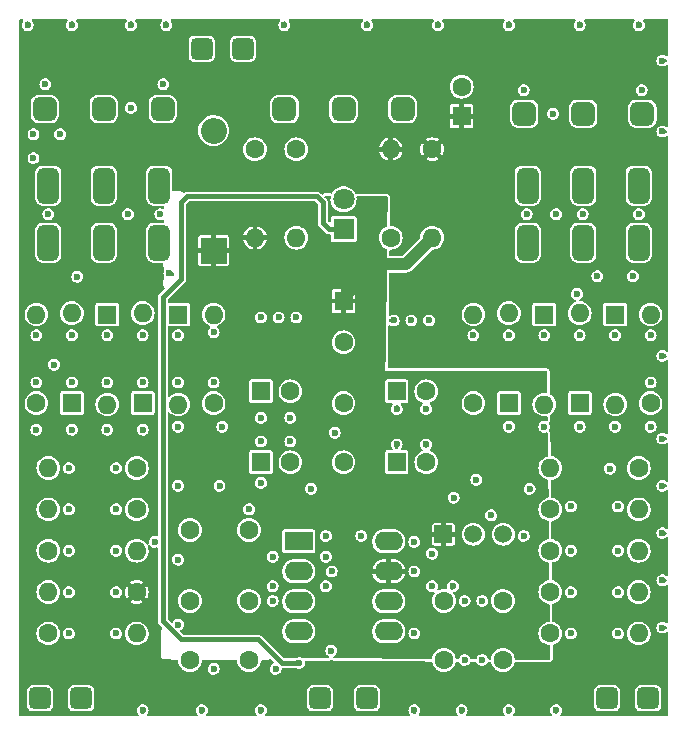
<source format=gbr>
%TF.GenerationSoftware,KiCad,Pcbnew,8.0.0*%
%TF.CreationDate,2024-04-22T22:36:35-07:00*%
%TF.ProjectId,rat-v2,7261742d-7632-42e6-9b69-6361645f7063,rev?*%
%TF.SameCoordinates,Original*%
%TF.FileFunction,Copper,L3,Inr*%
%TF.FilePolarity,Positive*%
%FSLAX46Y46*%
G04 Gerber Fmt 4.6, Leading zero omitted, Abs format (unit mm)*
G04 Created by KiCad (PCBNEW 8.0.0) date 2024-04-22 22:36:35*
%MOMM*%
%LPD*%
G01*
G04 APERTURE LIST*
G04 Aperture macros list*
%AMRoundRect*
0 Rectangle with rounded corners*
0 $1 Rounding radius*
0 $2 $3 $4 $5 $6 $7 $8 $9 X,Y pos of 4 corners*
0 Add a 4 corners polygon primitive as box body*
4,1,4,$2,$3,$4,$5,$6,$7,$8,$9,$2,$3,0*
0 Add four circle primitives for the rounded corners*
1,1,$1+$1,$2,$3*
1,1,$1+$1,$4,$5*
1,1,$1+$1,$6,$7*
1,1,$1+$1,$8,$9*
0 Add four rect primitives between the rounded corners*
20,1,$1+$1,$2,$3,$4,$5,0*
20,1,$1+$1,$4,$5,$6,$7,0*
20,1,$1+$1,$6,$7,$8,$9,0*
20,1,$1+$1,$8,$9,$2,$3,0*%
G04 Aperture macros list end*
%TA.AperFunction,ComponentPad*%
%ADD10RoundRect,0.300000X-0.600000X-0.600000X0.600000X-0.600000X0.600000X0.600000X-0.600000X0.600000X0*%
%TD*%
%TA.AperFunction,ComponentPad*%
%ADD11R,1.600000X1.600000*%
%TD*%
%TA.AperFunction,ComponentPad*%
%ADD12O,1.600000X1.600000*%
%TD*%
%TA.AperFunction,ComponentPad*%
%ADD13C,1.600000*%
%TD*%
%TA.AperFunction,ComponentPad*%
%ADD14R,1.500000X1.500000*%
%TD*%
%TA.AperFunction,ComponentPad*%
%ADD15C,1.500000*%
%TD*%
%TA.AperFunction,ComponentPad*%
%ADD16R,2.200000X2.200000*%
%TD*%
%TA.AperFunction,ComponentPad*%
%ADD17O,2.200000X2.200000*%
%TD*%
%TA.AperFunction,ComponentPad*%
%ADD18R,2.400000X1.600000*%
%TD*%
%TA.AperFunction,ComponentPad*%
%ADD19O,2.400000X1.600000*%
%TD*%
%TA.AperFunction,ComponentPad*%
%ADD20RoundRect,0.450000X0.450000X-1.050000X0.450000X1.050000X-0.450000X1.050000X-0.450000X-1.050000X0*%
%TD*%
%TA.AperFunction,ComponentPad*%
%ADD21R,1.800000X1.800000*%
%TD*%
%TA.AperFunction,ComponentPad*%
%ADD22C,1.800000*%
%TD*%
%TA.AperFunction,ComponentPad*%
%ADD23RoundRect,0.500000X0.500000X0.500000X-0.500000X0.500000X-0.500000X-0.500000X0.500000X-0.500000X0*%
%TD*%
%TA.AperFunction,ViaPad*%
%ADD24C,0.600000*%
%TD*%
%TA.AperFunction,Conductor*%
%ADD25C,1.000000*%
%TD*%
%TA.AperFunction,Conductor*%
%ADD26C,0.400000*%
%TD*%
G04 APERTURE END LIST*
D10*
%TO.N,GND*%
%TO.C,P8*%
X60800000Y-139000000D03*
%TD*%
D11*
%TO.N,Net-(D5-A)*%
%TO.C,D6*%
X106000000Y-106500000D03*
D12*
%TO.N,GND*%
X106000000Y-114120000D03*
%TD*%
D10*
%TO.N,GND*%
%TO.C,P3*%
X71000000Y-84000000D03*
%TD*%
D13*
%TO.N,+9VIN*%
%TO.C,R10*%
X75500000Y-92500000D03*
D12*
%TO.N,+9V*%
X75500000Y-100000000D03*
%TD*%
D14*
%TO.N,+9V*%
%TO.C,Q1*%
X91460000Y-125110000D03*
D15*
%TO.N,/SRC*%
X94000000Y-125110000D03*
%TO.N,/GATE*%
X96540000Y-125110000D03*
%TD*%
D13*
%TO.N,/IN*%
%TO.C,C1*%
X75000000Y-135750000D03*
%TO.N,/IN_AC*%
X70000000Y-135750000D03*
%TD*%
%TO.N,/SRC_AC*%
%TO.C,R14*%
X57000000Y-114000000D03*
D12*
%TO.N,Net-(SW2B-C)*%
X57000000Y-106500000D03*
%TD*%
D13*
%TO.N,+4.5V*%
%TO.C,R11*%
X90500000Y-92500000D03*
D12*
%TO.N,+9V*%
X90500000Y-100000000D03*
%TD*%
D16*
%TO.N,+9V*%
%TO.C,D2*%
X72000000Y-101080000D03*
D17*
%TO.N,GND*%
X72000000Y-90920000D03*
%TD*%
D13*
%TO.N,+4.5V*%
%TO.C,R2*%
X65500000Y-130000000D03*
D12*
%TO.N,/IN_AC*%
X58000000Y-130000000D03*
%TD*%
D13*
%TO.N,/OP_OUT_R*%
%TO.C,R7*%
X108000000Y-119500000D03*
D12*
%TO.N,/OP_OUT*%
X100500000Y-119500000D03*
%TD*%
D11*
%TO.N,Net-(C6-Pad1)*%
%TO.C,C6*%
X76000000Y-119000000D03*
D13*
%TO.N,GND*%
X78500000Y-119000000D03*
%TD*%
D11*
%TO.N,Net-(D3-A)*%
%TO.C,D4*%
X100000000Y-106500000D03*
D12*
%TO.N,GND*%
X100000000Y-114120000D03*
%TD*%
D13*
%TO.N,/TONE_F*%
%TO.C,C9*%
X91500000Y-135750000D03*
%TO.N,/GATE*%
X96500000Y-135750000D03*
%TD*%
%TO.N,/FB*%
%TO.C,C4*%
X70000000Y-124750000D03*
%TO.N,/OP_OUT*%
X75000000Y-124750000D03*
%TD*%
D11*
%TO.N,/OP_OUT_R*%
%TO.C,C7*%
X87500000Y-113000000D03*
D13*
%TO.N,/HRD_CLP*%
X90000000Y-113000000D03*
%TD*%
D11*
%TO.N,GND*%
%TO.C,D5*%
X103000000Y-114000000D03*
D12*
%TO.N,Net-(D5-A)*%
X103000000Y-106380000D03*
%TD*%
D11*
%TO.N,Net-(D10-K)*%
%TO.C,D10*%
X69000000Y-106500000D03*
D12*
%TO.N,/OP_OUT*%
X69000000Y-114120000D03*
%TD*%
D11*
%TO.N,GND*%
%TO.C,D3*%
X97000000Y-114000000D03*
D12*
%TO.N,Net-(D3-A)*%
X97000000Y-106380000D03*
%TD*%
D11*
%TO.N,Net-(D7-A)*%
%TO.C,D8*%
X63000000Y-106500000D03*
D12*
%TO.N,/OP_OUT*%
X63000000Y-114120000D03*
%TD*%
D13*
%TO.N,/IN_AC*%
%TO.C,R3*%
X58000000Y-126500000D03*
D12*
%TO.N,/IN_F*%
X65500000Y-126500000D03*
%TD*%
D10*
%TO.N,/OUT*%
%TO.C,P6*%
X108800000Y-139000000D03*
%TD*%
D11*
%TO.N,+4.5V*%
%TO.C,C12*%
X93000000Y-89705112D03*
D13*
%TO.N,GND*%
X93000000Y-87205112D03*
%TD*%
%TO.N,/SRC_AC*%
%TO.C,R16*%
X94000000Y-114000000D03*
D12*
%TO.N,Net-(SW1B-C)*%
X94000000Y-106500000D03*
%TD*%
D13*
%TO.N,/SRC*%
%TO.C,R9*%
X100500000Y-126500000D03*
D12*
%TO.N,GND*%
X108000000Y-126500000D03*
%TD*%
D11*
%TO.N,/OP_OUT*%
%TO.C,D7*%
X60000000Y-114000000D03*
D12*
%TO.N,Net-(D7-A)*%
X60000000Y-106380000D03*
%TD*%
D10*
%TO.N,GND*%
%TO.C,P5*%
X105300000Y-139000000D03*
%TD*%
D11*
%TO.N,/SRC*%
%TO.C,C10*%
X87500000Y-119000000D03*
D13*
%TO.N,/SRC_AC*%
X90000000Y-119000000D03*
%TD*%
%TO.N,+9VIN*%
%TO.C,R18*%
X79000000Y-92500000D03*
D12*
%TO.N,Net-(D1-A)*%
X79000000Y-100000000D03*
%TD*%
D13*
%TO.N,Net-(C5-Pad1)*%
%TO.C,R4*%
X65500000Y-119500000D03*
D12*
%TO.N,/FB*%
X58000000Y-119500000D03*
%TD*%
D13*
%TO.N,/SRC_AC*%
%TO.C,R15*%
X109000000Y-114000000D03*
D12*
%TO.N,Net-(SW1B-A)*%
X109000000Y-106500000D03*
%TD*%
D11*
%TO.N,Net-(C5-Pad1)*%
%TO.C,C5*%
X76000000Y-113000000D03*
D13*
%TO.N,GND*%
X78500000Y-113000000D03*
%TD*%
%TO.N,GND*%
%TO.C,R12*%
X87000000Y-100000000D03*
D12*
%TO.N,+4.5V*%
X87000000Y-92500000D03*
%TD*%
D13*
%TO.N,/SRC_AC*%
%TO.C,R17*%
X100500000Y-123000000D03*
D12*
%TO.N,Net-(SW1B-B)*%
X108000000Y-123000000D03*
%TD*%
D13*
%TO.N,/SRC_AC*%
%TO.C,R13*%
X72000000Y-114000000D03*
D12*
%TO.N,Net-(SW2B-A)*%
X72000000Y-106500000D03*
%TD*%
D13*
%TO.N,/IN_F*%
%TO.C,C2*%
X70000000Y-130750000D03*
%TO.N,GND*%
X75000000Y-130750000D03*
%TD*%
%TO.N,/IN*%
%TO.C,R1*%
X58000000Y-133500000D03*
D12*
%TO.N,GND*%
X65500000Y-133500000D03*
%TD*%
D10*
%TO.N,Net-(D1-K)*%
%TO.C,P2*%
X85000000Y-139000000D03*
%TD*%
D13*
%TO.N,/COMP+*%
%TO.C,C3*%
X83000000Y-114000000D03*
%TO.N,/COMP-*%
X83000000Y-119000000D03*
%TD*%
%TO.N,/GATE*%
%TO.C,R8*%
X100500000Y-130000000D03*
D12*
%TO.N,GND*%
X108000000Y-130000000D03*
%TD*%
D13*
%TO.N,GND*%
%TO.C,C8*%
X91500000Y-130750000D03*
%TO.N,/TONE_F*%
X96500000Y-130750000D03*
%TD*%
D10*
%TO.N,GND*%
%TO.C,P7*%
X81000000Y-139000000D03*
%TD*%
D18*
%TO.N,/COMP-*%
%TO.C,U2*%
X79200000Y-125700000D03*
D19*
%TO.N,/FB*%
X79200000Y-128240000D03*
%TO.N,/IN_F*%
X79200000Y-130780000D03*
%TO.N,GND*%
X79200000Y-133320000D03*
%TO.N,unconnected-(U2-COMP-Pad5)*%
X86820000Y-133320000D03*
%TO.N,/OP_OUT*%
X86820000Y-130780000D03*
%TO.N,+9V*%
X86820000Y-128240000D03*
%TO.N,/COMP+*%
X86820000Y-125700000D03*
%TD*%
D13*
%TO.N,Net-(C6-Pad1)*%
%TO.C,R5*%
X65500000Y-123000000D03*
D12*
%TO.N,/FB*%
X58000000Y-123000000D03*
%TD*%
D10*
%TO.N,+9VIN*%
%TO.C,P1*%
X74500000Y-84000000D03*
%TD*%
D11*
%TO.N,/OP_OUT*%
%TO.C,D9*%
X66000000Y-114000000D03*
D12*
%TO.N,Net-(D10-K)*%
X66000000Y-106380000D03*
%TD*%
D13*
%TO.N,/TONE_F*%
%TO.C,R6*%
X100500000Y-133500000D03*
D12*
%TO.N,/TONE*%
X108000000Y-133500000D03*
%TD*%
D10*
%TO.N,/IN*%
%TO.C,P4*%
X57300000Y-139000000D03*
%TD*%
D11*
%TO.N,+9V*%
%TO.C,C11*%
X83000000Y-105347349D03*
D13*
%TO.N,GND*%
X83000000Y-108847349D03*
%TD*%
D20*
%TO.N,Net-(D5-A)*%
%TO.C,SW1*%
X108000000Y-100415000D03*
%TO.N,/HRD_CLP*%
X103300000Y-100415000D03*
%TO.N,Net-(D3-A)*%
X98600000Y-100415000D03*
%TO.N,Net-(SW1B-A)*%
X108000000Y-95585000D03*
%TO.N,Net-(SW1B-B)*%
X103300000Y-95585000D03*
%TO.N,Net-(SW1B-C)*%
X98600000Y-95585000D03*
%TD*%
%TO.N,Net-(D10-K)*%
%TO.C,SW2*%
X67400000Y-100415000D03*
%TO.N,/FB*%
X62700000Y-100415000D03*
%TO.N,Net-(D7-A)*%
X58000000Y-100415000D03*
%TO.N,Net-(SW2B-A)*%
X67400000Y-95585000D03*
%TO.N,Net-(SW1B-B)*%
X62700000Y-95585000D03*
%TO.N,Net-(SW2B-C)*%
X58000000Y-95585000D03*
%TD*%
D21*
%TO.N,Net-(D1-K)*%
%TO.C,D1*%
X83000000Y-99275000D03*
D22*
%TO.N,Net-(D1-A)*%
X83000000Y-96735000D03*
%TD*%
D23*
%TO.N,GND*%
%TO.C,RV3*%
X108300000Y-89500000D03*
%TO.N,/OUT*%
X103300000Y-89500000D03*
%TO.N,Net-(SW1B-B)*%
X98300000Y-89500000D03*
%TD*%
%TO.N,/HRD_CLP*%
%TO.C,RV2*%
X88000000Y-89100000D03*
%TO.N,/TONE*%
X83000000Y-89100000D03*
X78000000Y-89100000D03*
%TD*%
%TO.N,/FB*%
%TO.C,RV1*%
X67700000Y-89100000D03*
%TO.N,/OP_OUT*%
X62700000Y-89100000D03*
X57700000Y-89100000D03*
%TD*%
D24*
%TO.N,GND*%
X76000000Y-117250000D03*
X102250000Y-122750000D03*
X102750000Y-104750000D03*
X91000000Y-82000000D03*
X57000000Y-116250000D03*
X60000000Y-112250000D03*
X109000000Y-116000000D03*
X63750000Y-133500000D03*
X69000000Y-132750000D03*
X69000000Y-127250000D03*
X77250000Y-136500000D03*
X67000000Y-125750000D03*
X108000000Y-82000000D03*
X110000000Y-91000000D03*
X77000000Y-130750000D03*
X94250000Y-120500000D03*
X98750000Y-121250000D03*
X82250000Y-116500000D03*
X97000000Y-108250000D03*
X110000000Y-121000000D03*
X97000000Y-140000000D03*
X60000000Y-116250000D03*
X71000000Y-140000000D03*
X63000000Y-108250000D03*
X90500000Y-126750000D03*
X56250000Y-82000000D03*
X100000000Y-116000000D03*
X103000000Y-116000000D03*
X108000000Y-98000000D03*
X94750000Y-135750000D03*
X76000000Y-115250000D03*
X89000000Y-133500000D03*
X110000000Y-110000000D03*
X81500000Y-125250000D03*
X104500000Y-103250000D03*
X100000000Y-108250000D03*
X57000000Y-112250000D03*
X80250000Y-121250000D03*
X84500000Y-125250000D03*
X106250000Y-122750000D03*
X106250000Y-126500000D03*
X67750000Y-87000000D03*
X78500000Y-117250000D03*
X59750000Y-119500000D03*
X69000000Y-112250000D03*
X67500000Y-98000000D03*
X60000000Y-82000000D03*
X69000000Y-121000000D03*
X59750000Y-130000000D03*
X69000000Y-108250000D03*
X66000000Y-108250000D03*
X63750000Y-130000000D03*
X100750000Y-89500000D03*
X109000000Y-108250000D03*
X103250000Y-98000000D03*
X93250000Y-130750000D03*
X98250000Y-87500000D03*
X56750000Y-93250000D03*
X66000000Y-140000000D03*
X78500000Y-115250000D03*
X59000000Y-91250000D03*
X106250000Y-133500000D03*
X97000000Y-82000000D03*
X60000000Y-108250000D03*
X66000000Y-112250000D03*
X57750000Y-87000000D03*
X65000000Y-82000000D03*
X57000000Y-108250000D03*
X63750000Y-123000000D03*
X90250000Y-107000000D03*
X85000000Y-82000000D03*
X76000000Y-140000000D03*
X72000000Y-136500000D03*
X90000000Y-117500000D03*
X77500000Y-106750000D03*
X59750000Y-123000000D03*
X97000000Y-116000000D03*
X87250000Y-107000000D03*
X102250000Y-130000000D03*
X77000000Y-127000000D03*
X79000000Y-106750000D03*
X81962500Y-134962500D03*
X68000000Y-82000000D03*
X65000000Y-89000000D03*
X72000000Y-112250000D03*
X75000000Y-123000000D03*
X81500000Y-127000000D03*
X98500000Y-98000000D03*
X110000000Y-85000000D03*
X63000000Y-116250000D03*
X106000000Y-108250000D03*
X98250000Y-125250000D03*
X89000000Y-128250000D03*
X107500000Y-103250000D03*
X76000000Y-106750000D03*
X68250000Y-103000000D03*
X106250000Y-130000000D03*
X102250000Y-133500000D03*
X72500000Y-121000000D03*
X59750000Y-126500000D03*
X88750000Y-107000000D03*
X110000000Y-129000000D03*
X81500000Y-129500000D03*
X63000000Y-112250000D03*
X93000000Y-140000000D03*
X102250000Y-126500000D03*
X64750000Y-98000000D03*
X94000000Y-108250000D03*
X110000000Y-117000000D03*
X109000000Y-112250000D03*
X108250000Y-87500000D03*
X93250000Y-135750000D03*
X66000000Y-116250000D03*
X103000000Y-108250000D03*
X69000000Y-116000000D03*
X90000000Y-114500000D03*
X63750000Y-126500000D03*
X60455025Y-103294975D03*
X106000000Y-116000000D03*
X58000000Y-98000000D03*
X59750000Y-133500000D03*
X76000000Y-120750000D03*
X56750000Y-91250000D03*
X89000000Y-140000000D03*
X103000000Y-82000000D03*
X87500000Y-117500000D03*
X90500000Y-129500000D03*
X101000000Y-98000000D03*
X77000000Y-129500000D03*
X92250000Y-129500000D03*
X89000000Y-125750000D03*
X82000000Y-128250000D03*
X95500000Y-123500000D03*
X92317500Y-122000000D03*
X78000000Y-82000000D03*
X110000000Y-133000000D03*
X72750000Y-116000000D03*
X87500000Y-114500000D03*
X63750000Y-119500000D03*
X110000000Y-125000000D03*
X94750000Y-130750000D03*
X101000000Y-140000000D03*
X72000000Y-108000000D03*
%TO.N,+9V*%
X91185005Y-122000000D03*
X83000000Y-129500000D03*
X77500000Y-105250000D03*
X84037500Y-134962500D03*
X76000000Y-105250000D03*
X93537500Y-129712500D03*
X79000000Y-105250000D03*
%TO.N,+4.5V*%
X92750000Y-101750000D03*
X90250000Y-105500000D03*
X88750000Y-105500000D03*
X92750000Y-104750000D03*
X92750000Y-103250000D03*
X87250000Y-105500000D03*
%TO.N,Net-(D1-K)*%
X79250000Y-136000000D03*
%TO.N,/FB*%
X58500000Y-110750000D03*
%TO.N,/OUT*%
X105550000Y-119550000D03*
%TD*%
D25*
%TO.N,+9V*%
X83000000Y-105000000D02*
X85750000Y-102250000D01*
X88250000Y-102250000D02*
X90500000Y-100000000D01*
X85750000Y-102250000D02*
X88250000Y-102250000D01*
D26*
%TO.N,Net-(D1-K)*%
X69250000Y-103500000D02*
X67700000Y-105050000D01*
X69250000Y-97000000D02*
X69250000Y-103500000D01*
X67700000Y-132439950D02*
X69260050Y-134000000D01*
X81250000Y-98750000D02*
X81250000Y-97000000D01*
X81775000Y-99275000D02*
X81250000Y-98750000D01*
X77750000Y-136000000D02*
X79250000Y-136000000D01*
X83000000Y-99275000D02*
X81775000Y-99275000D01*
X80750000Y-96500000D02*
X69750000Y-96500000D01*
X81250000Y-97000000D02*
X80750000Y-96500000D01*
X67700000Y-105050000D02*
X67700000Y-132439950D01*
X69260050Y-134000000D02*
X75750000Y-134000000D01*
X75750000Y-134000000D02*
X77750000Y-136000000D01*
X69750000Y-96500000D02*
X69250000Y-97000000D01*
%TD*%
%TA.AperFunction,Conductor*%
%TO.N,+4.5V*%
G36*
X55861974Y-81519407D02*
G01*
X55897938Y-81568907D01*
X55897938Y-81630093D01*
X55878602Y-81664331D01*
X55824623Y-81726626D01*
X55764834Y-81857543D01*
X55744353Y-81999997D01*
X55744353Y-82000002D01*
X55764834Y-82142456D01*
X55824622Y-82273371D01*
X55824623Y-82273373D01*
X55918872Y-82382143D01*
X55918873Y-82382144D01*
X56039942Y-82459950D01*
X56039947Y-82459953D01*
X56146403Y-82491211D01*
X56178035Y-82500499D01*
X56178036Y-82500499D01*
X56178039Y-82500500D01*
X56178041Y-82500500D01*
X56321959Y-82500500D01*
X56321961Y-82500500D01*
X56460053Y-82459953D01*
X56581128Y-82382143D01*
X56675377Y-82273373D01*
X56735165Y-82142457D01*
X56755647Y-82000000D01*
X56735165Y-81857543D01*
X56675377Y-81726627D01*
X56621398Y-81664331D01*
X56597580Y-81607972D01*
X56611439Y-81548376D01*
X56657680Y-81508309D01*
X56696217Y-81500500D01*
X59553783Y-81500500D01*
X59611974Y-81519407D01*
X59647938Y-81568907D01*
X59647938Y-81630093D01*
X59628602Y-81664331D01*
X59574623Y-81726626D01*
X59514834Y-81857543D01*
X59494353Y-81999997D01*
X59494353Y-82000002D01*
X59514834Y-82142456D01*
X59574622Y-82273371D01*
X59574623Y-82273373D01*
X59668872Y-82382143D01*
X59668873Y-82382144D01*
X59789942Y-82459950D01*
X59789947Y-82459953D01*
X59896403Y-82491211D01*
X59928035Y-82500499D01*
X59928036Y-82500499D01*
X59928039Y-82500500D01*
X59928041Y-82500500D01*
X60071959Y-82500500D01*
X60071961Y-82500500D01*
X60210053Y-82459953D01*
X60331128Y-82382143D01*
X60425377Y-82273373D01*
X60485165Y-82142457D01*
X60505647Y-82000000D01*
X60485165Y-81857543D01*
X60425377Y-81726627D01*
X60371398Y-81664331D01*
X60347580Y-81607972D01*
X60361439Y-81548376D01*
X60407680Y-81508309D01*
X60446217Y-81500500D01*
X64553783Y-81500500D01*
X64611974Y-81519407D01*
X64647938Y-81568907D01*
X64647938Y-81630093D01*
X64628602Y-81664331D01*
X64574623Y-81726626D01*
X64514834Y-81857543D01*
X64494353Y-81999997D01*
X64494353Y-82000002D01*
X64514834Y-82142456D01*
X64574622Y-82273371D01*
X64574623Y-82273373D01*
X64668872Y-82382143D01*
X64668873Y-82382144D01*
X64789942Y-82459950D01*
X64789947Y-82459953D01*
X64896403Y-82491211D01*
X64928035Y-82500499D01*
X64928036Y-82500499D01*
X64928039Y-82500500D01*
X64928041Y-82500500D01*
X65071959Y-82500500D01*
X65071961Y-82500500D01*
X65210053Y-82459953D01*
X65331128Y-82382143D01*
X65425377Y-82273373D01*
X65485165Y-82142457D01*
X65505647Y-82000000D01*
X65485165Y-81857543D01*
X65425377Y-81726627D01*
X65371398Y-81664331D01*
X65347580Y-81607972D01*
X65361439Y-81548376D01*
X65407680Y-81508309D01*
X65446217Y-81500500D01*
X67553783Y-81500500D01*
X67611974Y-81519407D01*
X67647938Y-81568907D01*
X67647938Y-81630093D01*
X67628602Y-81664331D01*
X67574623Y-81726626D01*
X67514834Y-81857543D01*
X67494353Y-81999997D01*
X67494353Y-82000002D01*
X67514834Y-82142456D01*
X67574622Y-82273371D01*
X67574623Y-82273373D01*
X67668872Y-82382143D01*
X67668873Y-82382144D01*
X67789942Y-82459950D01*
X67789947Y-82459953D01*
X67896403Y-82491211D01*
X67928035Y-82500499D01*
X67928036Y-82500499D01*
X67928039Y-82500500D01*
X67928041Y-82500500D01*
X68071959Y-82500500D01*
X68071961Y-82500500D01*
X68210053Y-82459953D01*
X68331128Y-82382143D01*
X68425377Y-82273373D01*
X68485165Y-82142457D01*
X68505647Y-82000000D01*
X68485165Y-81857543D01*
X68425377Y-81726627D01*
X68371398Y-81664331D01*
X68347580Y-81607972D01*
X68361439Y-81548376D01*
X68407680Y-81508309D01*
X68446217Y-81500500D01*
X77553783Y-81500500D01*
X77611974Y-81519407D01*
X77647938Y-81568907D01*
X77647938Y-81630093D01*
X77628602Y-81664331D01*
X77574623Y-81726626D01*
X77514834Y-81857543D01*
X77494353Y-81999997D01*
X77494353Y-82000002D01*
X77514834Y-82142456D01*
X77574622Y-82273371D01*
X77574623Y-82273373D01*
X77668872Y-82382143D01*
X77668873Y-82382144D01*
X77789942Y-82459950D01*
X77789947Y-82459953D01*
X77896403Y-82491211D01*
X77928035Y-82500499D01*
X77928036Y-82500499D01*
X77928039Y-82500500D01*
X77928041Y-82500500D01*
X78071959Y-82500500D01*
X78071961Y-82500500D01*
X78210053Y-82459953D01*
X78331128Y-82382143D01*
X78425377Y-82273373D01*
X78485165Y-82142457D01*
X78505647Y-82000000D01*
X78485165Y-81857543D01*
X78425377Y-81726627D01*
X78371398Y-81664331D01*
X78347580Y-81607972D01*
X78361439Y-81548376D01*
X78407680Y-81508309D01*
X78446217Y-81500500D01*
X84553783Y-81500500D01*
X84611974Y-81519407D01*
X84647938Y-81568907D01*
X84647938Y-81630093D01*
X84628602Y-81664331D01*
X84574623Y-81726626D01*
X84514834Y-81857543D01*
X84494353Y-81999997D01*
X84494353Y-82000002D01*
X84514834Y-82142456D01*
X84574622Y-82273371D01*
X84574623Y-82273373D01*
X84668872Y-82382143D01*
X84668873Y-82382144D01*
X84789942Y-82459950D01*
X84789947Y-82459953D01*
X84896403Y-82491211D01*
X84928035Y-82500499D01*
X84928036Y-82500499D01*
X84928039Y-82500500D01*
X84928041Y-82500500D01*
X85071959Y-82500500D01*
X85071961Y-82500500D01*
X85210053Y-82459953D01*
X85331128Y-82382143D01*
X85425377Y-82273373D01*
X85485165Y-82142457D01*
X85505647Y-82000000D01*
X85485165Y-81857543D01*
X85425377Y-81726627D01*
X85371398Y-81664331D01*
X85347580Y-81607972D01*
X85361439Y-81548376D01*
X85407680Y-81508309D01*
X85446217Y-81500500D01*
X90553783Y-81500500D01*
X90611974Y-81519407D01*
X90647938Y-81568907D01*
X90647938Y-81630093D01*
X90628602Y-81664331D01*
X90574623Y-81726626D01*
X90514834Y-81857543D01*
X90494353Y-81999997D01*
X90494353Y-82000002D01*
X90514834Y-82142456D01*
X90574622Y-82273371D01*
X90574623Y-82273373D01*
X90668872Y-82382143D01*
X90668873Y-82382144D01*
X90789942Y-82459950D01*
X90789947Y-82459953D01*
X90896403Y-82491211D01*
X90928035Y-82500499D01*
X90928036Y-82500499D01*
X90928039Y-82500500D01*
X90928041Y-82500500D01*
X91071959Y-82500500D01*
X91071961Y-82500500D01*
X91210053Y-82459953D01*
X91331128Y-82382143D01*
X91425377Y-82273373D01*
X91485165Y-82142457D01*
X91505647Y-82000000D01*
X91485165Y-81857543D01*
X91425377Y-81726627D01*
X91371398Y-81664331D01*
X91347580Y-81607972D01*
X91361439Y-81548376D01*
X91407680Y-81508309D01*
X91446217Y-81500500D01*
X96553783Y-81500500D01*
X96611974Y-81519407D01*
X96647938Y-81568907D01*
X96647938Y-81630093D01*
X96628602Y-81664331D01*
X96574623Y-81726626D01*
X96514834Y-81857543D01*
X96494353Y-81999997D01*
X96494353Y-82000002D01*
X96514834Y-82142456D01*
X96574622Y-82273371D01*
X96574623Y-82273373D01*
X96668872Y-82382143D01*
X96668873Y-82382144D01*
X96789942Y-82459950D01*
X96789947Y-82459953D01*
X96896403Y-82491211D01*
X96928035Y-82500499D01*
X96928036Y-82500499D01*
X96928039Y-82500500D01*
X96928041Y-82500500D01*
X97071959Y-82500500D01*
X97071961Y-82500500D01*
X97210053Y-82459953D01*
X97331128Y-82382143D01*
X97425377Y-82273373D01*
X97485165Y-82142457D01*
X97505647Y-82000000D01*
X97485165Y-81857543D01*
X97425377Y-81726627D01*
X97371398Y-81664331D01*
X97347580Y-81607972D01*
X97361439Y-81548376D01*
X97407680Y-81508309D01*
X97446217Y-81500500D01*
X102553783Y-81500500D01*
X102611974Y-81519407D01*
X102647938Y-81568907D01*
X102647938Y-81630093D01*
X102628602Y-81664331D01*
X102574623Y-81726626D01*
X102514834Y-81857543D01*
X102494353Y-81999997D01*
X102494353Y-82000002D01*
X102514834Y-82142456D01*
X102574622Y-82273371D01*
X102574623Y-82273373D01*
X102668872Y-82382143D01*
X102668873Y-82382144D01*
X102789942Y-82459950D01*
X102789947Y-82459953D01*
X102896403Y-82491211D01*
X102928035Y-82500499D01*
X102928036Y-82500499D01*
X102928039Y-82500500D01*
X102928041Y-82500500D01*
X103071959Y-82500500D01*
X103071961Y-82500500D01*
X103210053Y-82459953D01*
X103331128Y-82382143D01*
X103425377Y-82273373D01*
X103485165Y-82142457D01*
X103505647Y-82000000D01*
X103485165Y-81857543D01*
X103425377Y-81726627D01*
X103371398Y-81664331D01*
X103347580Y-81607972D01*
X103361439Y-81548376D01*
X103407680Y-81508309D01*
X103446217Y-81500500D01*
X107553783Y-81500500D01*
X107611974Y-81519407D01*
X107647938Y-81568907D01*
X107647938Y-81630093D01*
X107628602Y-81664331D01*
X107574623Y-81726626D01*
X107514834Y-81857543D01*
X107494353Y-81999997D01*
X107494353Y-82000002D01*
X107514834Y-82142456D01*
X107574622Y-82273371D01*
X107574623Y-82273373D01*
X107668872Y-82382143D01*
X107668873Y-82382144D01*
X107789942Y-82459950D01*
X107789947Y-82459953D01*
X107896403Y-82491211D01*
X107928035Y-82500499D01*
X107928036Y-82500499D01*
X107928039Y-82500500D01*
X107928041Y-82500500D01*
X108071959Y-82500500D01*
X108071961Y-82500500D01*
X108210053Y-82459953D01*
X108331128Y-82382143D01*
X108425377Y-82273373D01*
X108485165Y-82142457D01*
X108505647Y-82000000D01*
X108485165Y-81857543D01*
X108425377Y-81726627D01*
X108371398Y-81664331D01*
X108347580Y-81607972D01*
X108361439Y-81548376D01*
X108407680Y-81508309D01*
X108446217Y-81500500D01*
X110400500Y-81500500D01*
X110458691Y-81519407D01*
X110494655Y-81568907D01*
X110499500Y-81599500D01*
X110499500Y-84546972D01*
X110480593Y-84605163D01*
X110431093Y-84641127D01*
X110369907Y-84641127D01*
X110335671Y-84621793D01*
X110331127Y-84617856D01*
X110210057Y-84540049D01*
X110210054Y-84540047D01*
X110210053Y-84540047D01*
X110210050Y-84540046D01*
X110071964Y-84499500D01*
X110071961Y-84499500D01*
X109928039Y-84499500D01*
X109928035Y-84499500D01*
X109789949Y-84540046D01*
X109789942Y-84540049D01*
X109668873Y-84617855D01*
X109574622Y-84726628D01*
X109514834Y-84857543D01*
X109494353Y-84999997D01*
X109494353Y-85000002D01*
X109514834Y-85142456D01*
X109574622Y-85273371D01*
X109574623Y-85273373D01*
X109644824Y-85354390D01*
X109668873Y-85382144D01*
X109779170Y-85453027D01*
X109789947Y-85459953D01*
X109896403Y-85491211D01*
X109928035Y-85500499D01*
X109928036Y-85500499D01*
X109928039Y-85500500D01*
X109928041Y-85500500D01*
X110071959Y-85500500D01*
X110071961Y-85500500D01*
X110210053Y-85459953D01*
X110331128Y-85382143D01*
X110331133Y-85382137D01*
X110335666Y-85378210D01*
X110392025Y-85354390D01*
X110451621Y-85368247D01*
X110491690Y-85414486D01*
X110499500Y-85453027D01*
X110499500Y-90546972D01*
X110480593Y-90605163D01*
X110431093Y-90641127D01*
X110369907Y-90641127D01*
X110335671Y-90621793D01*
X110331127Y-90617856D01*
X110210057Y-90540049D01*
X110210054Y-90540047D01*
X110210053Y-90540047D01*
X110210050Y-90540046D01*
X110071964Y-90499500D01*
X110071961Y-90499500D01*
X109928039Y-90499500D01*
X109928035Y-90499500D01*
X109789949Y-90540046D01*
X109789942Y-90540049D01*
X109668873Y-90617855D01*
X109574622Y-90726628D01*
X109514834Y-90857543D01*
X109494353Y-90999997D01*
X109494353Y-91000002D01*
X109514834Y-91142456D01*
X109516765Y-91146684D01*
X109574623Y-91273373D01*
X109656831Y-91368247D01*
X109668873Y-91382144D01*
X109779170Y-91453027D01*
X109789947Y-91459953D01*
X109896403Y-91491211D01*
X109928035Y-91500499D01*
X109928036Y-91500499D01*
X109928039Y-91500500D01*
X109928041Y-91500500D01*
X110071959Y-91500500D01*
X110071961Y-91500500D01*
X110210053Y-91459953D01*
X110331128Y-91382143D01*
X110331133Y-91382137D01*
X110335666Y-91378210D01*
X110392025Y-91354390D01*
X110451621Y-91368247D01*
X110491690Y-91414486D01*
X110499500Y-91453027D01*
X110499500Y-109546972D01*
X110480593Y-109605163D01*
X110431093Y-109641127D01*
X110369907Y-109641127D01*
X110335671Y-109621793D01*
X110331127Y-109617856D01*
X110210057Y-109540049D01*
X110210054Y-109540047D01*
X110210053Y-109540047D01*
X110210050Y-109540046D01*
X110071964Y-109499500D01*
X110071961Y-109499500D01*
X109928039Y-109499500D01*
X109928035Y-109499500D01*
X109789949Y-109540046D01*
X109789942Y-109540049D01*
X109668873Y-109617855D01*
X109574622Y-109726628D01*
X109514834Y-109857543D01*
X109494353Y-109999997D01*
X109494353Y-110000002D01*
X109514834Y-110142456D01*
X109563720Y-110249500D01*
X109574623Y-110273373D01*
X109656493Y-110367857D01*
X109668873Y-110382144D01*
X109779170Y-110453027D01*
X109789947Y-110459953D01*
X109896403Y-110491211D01*
X109928035Y-110500499D01*
X109928036Y-110500499D01*
X109928039Y-110500500D01*
X109928041Y-110500500D01*
X110071959Y-110500500D01*
X110071961Y-110500500D01*
X110210053Y-110459953D01*
X110331128Y-110382143D01*
X110331133Y-110382137D01*
X110335666Y-110378210D01*
X110392025Y-110354390D01*
X110451621Y-110368247D01*
X110491690Y-110414486D01*
X110499500Y-110453027D01*
X110499500Y-116546972D01*
X110480593Y-116605163D01*
X110431093Y-116641127D01*
X110369907Y-116641127D01*
X110335671Y-116621793D01*
X110331127Y-116617856D01*
X110210057Y-116540049D01*
X110210054Y-116540047D01*
X110210053Y-116540047D01*
X110210050Y-116540046D01*
X110071964Y-116499500D01*
X110071961Y-116499500D01*
X109928039Y-116499500D01*
X109928035Y-116499500D01*
X109789949Y-116540046D01*
X109789942Y-116540049D01*
X109668873Y-116617855D01*
X109574622Y-116726628D01*
X109514834Y-116857543D01*
X109494353Y-116999997D01*
X109494353Y-117000002D01*
X109514834Y-117142456D01*
X109574622Y-117273371D01*
X109574623Y-117273373D01*
X109644824Y-117354390D01*
X109668873Y-117382144D01*
X109779170Y-117453027D01*
X109789947Y-117459953D01*
X109896403Y-117491211D01*
X109928035Y-117500499D01*
X109928036Y-117500499D01*
X109928039Y-117500500D01*
X109928041Y-117500500D01*
X110071959Y-117500500D01*
X110071961Y-117500500D01*
X110210053Y-117459953D01*
X110331128Y-117382143D01*
X110331133Y-117382137D01*
X110335666Y-117378210D01*
X110392025Y-117354390D01*
X110451621Y-117368247D01*
X110491690Y-117414486D01*
X110499500Y-117453027D01*
X110499500Y-120546972D01*
X110480593Y-120605163D01*
X110431093Y-120641127D01*
X110369907Y-120641127D01*
X110335671Y-120621793D01*
X110331127Y-120617856D01*
X110210057Y-120540049D01*
X110210054Y-120540047D01*
X110210053Y-120540047D01*
X110210050Y-120540046D01*
X110071964Y-120499500D01*
X110071961Y-120499500D01*
X109928039Y-120499500D01*
X109928035Y-120499500D01*
X109789949Y-120540046D01*
X109789942Y-120540049D01*
X109668873Y-120617855D01*
X109574622Y-120726628D01*
X109514834Y-120857543D01*
X109494353Y-120999997D01*
X109494353Y-121000002D01*
X109514834Y-121142456D01*
X109574622Y-121273371D01*
X109574623Y-121273373D01*
X109644824Y-121354390D01*
X109668873Y-121382144D01*
X109779170Y-121453027D01*
X109789947Y-121459953D01*
X109896403Y-121491211D01*
X109928035Y-121500499D01*
X109928036Y-121500499D01*
X109928039Y-121500500D01*
X109928041Y-121500500D01*
X110071959Y-121500500D01*
X110071961Y-121500500D01*
X110210053Y-121459953D01*
X110331128Y-121382143D01*
X110331133Y-121382137D01*
X110335666Y-121378210D01*
X110392025Y-121354390D01*
X110451621Y-121368247D01*
X110491690Y-121414486D01*
X110499500Y-121453027D01*
X110499500Y-124546972D01*
X110480593Y-124605163D01*
X110431093Y-124641127D01*
X110369907Y-124641127D01*
X110335671Y-124621793D01*
X110331127Y-124617856D01*
X110210057Y-124540049D01*
X110210054Y-124540047D01*
X110210053Y-124540047D01*
X110210050Y-124540046D01*
X110071964Y-124499500D01*
X110071961Y-124499500D01*
X109928039Y-124499500D01*
X109928035Y-124499500D01*
X109789949Y-124540046D01*
X109789942Y-124540049D01*
X109668873Y-124617855D01*
X109574622Y-124726628D01*
X109514834Y-124857543D01*
X109494353Y-124999997D01*
X109494353Y-125000002D01*
X109514834Y-125142456D01*
X109560411Y-125242253D01*
X109574623Y-125273373D01*
X109656493Y-125367857D01*
X109668873Y-125382144D01*
X109779170Y-125453027D01*
X109789947Y-125459953D01*
X109888144Y-125488786D01*
X109928035Y-125500499D01*
X109928036Y-125500499D01*
X109928039Y-125500500D01*
X109928041Y-125500500D01*
X110071959Y-125500500D01*
X110071961Y-125500500D01*
X110210053Y-125459953D01*
X110331128Y-125382143D01*
X110331133Y-125382137D01*
X110335666Y-125378210D01*
X110392025Y-125354390D01*
X110451621Y-125368247D01*
X110491690Y-125414486D01*
X110499500Y-125453027D01*
X110499500Y-128546972D01*
X110480593Y-128605163D01*
X110431093Y-128641127D01*
X110369907Y-128641127D01*
X110335671Y-128621793D01*
X110331127Y-128617856D01*
X110210057Y-128540049D01*
X110210054Y-128540047D01*
X110210053Y-128540047D01*
X110210050Y-128540046D01*
X110071964Y-128499500D01*
X110071961Y-128499500D01*
X109928039Y-128499500D01*
X109928035Y-128499500D01*
X109789949Y-128540046D01*
X109789942Y-128540049D01*
X109668873Y-128617855D01*
X109574622Y-128726628D01*
X109514834Y-128857543D01*
X109494353Y-128999997D01*
X109494353Y-129000002D01*
X109514834Y-129142456D01*
X109574622Y-129273371D01*
X109574623Y-129273373D01*
X109588269Y-129289121D01*
X109668873Y-129382144D01*
X109779170Y-129453027D01*
X109789947Y-129459953D01*
X109896403Y-129491211D01*
X109928035Y-129500499D01*
X109928036Y-129500499D01*
X109928039Y-129500500D01*
X109928041Y-129500500D01*
X110071959Y-129500500D01*
X110071961Y-129500500D01*
X110210053Y-129459953D01*
X110331128Y-129382143D01*
X110331133Y-129382137D01*
X110335666Y-129378210D01*
X110392025Y-129354390D01*
X110451621Y-129368247D01*
X110491690Y-129414486D01*
X110499500Y-129453027D01*
X110499500Y-132546972D01*
X110480593Y-132605163D01*
X110431093Y-132641127D01*
X110369907Y-132641127D01*
X110335671Y-132621793D01*
X110331127Y-132617856D01*
X110210057Y-132540049D01*
X110210054Y-132540047D01*
X110210053Y-132540047D01*
X110210050Y-132540046D01*
X110071964Y-132499500D01*
X110071961Y-132499500D01*
X109928039Y-132499500D01*
X109928035Y-132499500D01*
X109789949Y-132540046D01*
X109789942Y-132540049D01*
X109668873Y-132617855D01*
X109574622Y-132726628D01*
X109514834Y-132857543D01*
X109494353Y-132999997D01*
X109494353Y-133000002D01*
X109514834Y-133142456D01*
X109553275Y-133226628D01*
X109574623Y-133273373D01*
X109644824Y-133354390D01*
X109668873Y-133382144D01*
X109779170Y-133453027D01*
X109789947Y-133459953D01*
X109896403Y-133491211D01*
X109928035Y-133500499D01*
X109928036Y-133500499D01*
X109928039Y-133500500D01*
X109928041Y-133500500D01*
X110071959Y-133500500D01*
X110071961Y-133500500D01*
X110210053Y-133459953D01*
X110331128Y-133382143D01*
X110331133Y-133382137D01*
X110335666Y-133378210D01*
X110392025Y-133354390D01*
X110451621Y-133368247D01*
X110491690Y-133414486D01*
X110499500Y-133453027D01*
X110499500Y-140400500D01*
X110480593Y-140458691D01*
X110431093Y-140494655D01*
X110400500Y-140499500D01*
X101446217Y-140499500D01*
X101388026Y-140480593D01*
X101352062Y-140431093D01*
X101352062Y-140369907D01*
X101371398Y-140335669D01*
X101385877Y-140318957D01*
X101425377Y-140273373D01*
X101485165Y-140142457D01*
X101505647Y-140000000D01*
X101499542Y-139957541D01*
X101485165Y-139857543D01*
X101425377Y-139726628D01*
X101425377Y-139726627D01*
X101357131Y-139647866D01*
X104199500Y-139647866D01*
X104199501Y-139647870D01*
X104205908Y-139707480D01*
X104205909Y-139707485D01*
X104256202Y-139842329D01*
X104342450Y-139957541D01*
X104342454Y-139957546D01*
X104342457Y-139957548D01*
X104342458Y-139957549D01*
X104457670Y-140043797D01*
X104592511Y-140094089D01*
X104592512Y-140094089D01*
X104592517Y-140094091D01*
X104652127Y-140100500D01*
X105947872Y-140100499D01*
X106007483Y-140094091D01*
X106074907Y-140068943D01*
X106142329Y-140043797D01*
X106142329Y-140043796D01*
X106142331Y-140043796D01*
X106257546Y-139957546D01*
X106343796Y-139842331D01*
X106394091Y-139707483D01*
X106400500Y-139647873D01*
X106400500Y-139647866D01*
X107699500Y-139647866D01*
X107699501Y-139647870D01*
X107705908Y-139707480D01*
X107705909Y-139707485D01*
X107756202Y-139842329D01*
X107842450Y-139957541D01*
X107842454Y-139957546D01*
X107842457Y-139957548D01*
X107842458Y-139957549D01*
X107957670Y-140043797D01*
X108092511Y-140094089D01*
X108092512Y-140094089D01*
X108092517Y-140094091D01*
X108152127Y-140100500D01*
X109447872Y-140100499D01*
X109507483Y-140094091D01*
X109574907Y-140068943D01*
X109642329Y-140043797D01*
X109642329Y-140043796D01*
X109642331Y-140043796D01*
X109757546Y-139957546D01*
X109843796Y-139842331D01*
X109894091Y-139707483D01*
X109900500Y-139647873D01*
X109900499Y-138352128D01*
X109894091Y-138292517D01*
X109894089Y-138292511D01*
X109843797Y-138157670D01*
X109757549Y-138042458D01*
X109757548Y-138042457D01*
X109757546Y-138042454D01*
X109757541Y-138042450D01*
X109642329Y-137956202D01*
X109507488Y-137905910D01*
X109507483Y-137905909D01*
X109507481Y-137905908D01*
X109507477Y-137905908D01*
X109476249Y-137902550D01*
X109447873Y-137899500D01*
X109447870Y-137899500D01*
X108152133Y-137899500D01*
X108152129Y-137899500D01*
X108152128Y-137899501D01*
X108144949Y-137900272D01*
X108092519Y-137905908D01*
X108092514Y-137905909D01*
X107957670Y-137956202D01*
X107842458Y-138042450D01*
X107842450Y-138042458D01*
X107756202Y-138157670D01*
X107705910Y-138292511D01*
X107705908Y-138292522D01*
X107699500Y-138352129D01*
X107699500Y-139647866D01*
X106400500Y-139647866D01*
X106400499Y-138352128D01*
X106394091Y-138292517D01*
X106394089Y-138292511D01*
X106343797Y-138157670D01*
X106257549Y-138042458D01*
X106257548Y-138042457D01*
X106257546Y-138042454D01*
X106257541Y-138042450D01*
X106142329Y-137956202D01*
X106007488Y-137905910D01*
X106007483Y-137905909D01*
X106007481Y-137905908D01*
X106007477Y-137905908D01*
X105976249Y-137902550D01*
X105947873Y-137899500D01*
X105947870Y-137899500D01*
X104652133Y-137899500D01*
X104652129Y-137899500D01*
X104652128Y-137899501D01*
X104644949Y-137900272D01*
X104592519Y-137905908D01*
X104592514Y-137905909D01*
X104457670Y-137956202D01*
X104342458Y-138042450D01*
X104342450Y-138042458D01*
X104256202Y-138157670D01*
X104205910Y-138292511D01*
X104205908Y-138292522D01*
X104199500Y-138352129D01*
X104199500Y-139647866D01*
X101357131Y-139647866D01*
X101331128Y-139617857D01*
X101331127Y-139617856D01*
X101331126Y-139617855D01*
X101210057Y-139540049D01*
X101210054Y-139540047D01*
X101210053Y-139540047D01*
X101210050Y-139540046D01*
X101071964Y-139499500D01*
X101071961Y-139499500D01*
X100928039Y-139499500D01*
X100928035Y-139499500D01*
X100789949Y-139540046D01*
X100789942Y-139540049D01*
X100668873Y-139617855D01*
X100574622Y-139726628D01*
X100514834Y-139857543D01*
X100494353Y-139999997D01*
X100494353Y-140000002D01*
X100514834Y-140142456D01*
X100574623Y-140273373D01*
X100628602Y-140335669D01*
X100652420Y-140392028D01*
X100638561Y-140451624D01*
X100592320Y-140491691D01*
X100553783Y-140499500D01*
X97446217Y-140499500D01*
X97388026Y-140480593D01*
X97352062Y-140431093D01*
X97352062Y-140369907D01*
X97371398Y-140335669D01*
X97385877Y-140318957D01*
X97425377Y-140273373D01*
X97485165Y-140142457D01*
X97505647Y-140000000D01*
X97499542Y-139957541D01*
X97485165Y-139857543D01*
X97425377Y-139726628D01*
X97425377Y-139726627D01*
X97331128Y-139617857D01*
X97331127Y-139617856D01*
X97331126Y-139617855D01*
X97210057Y-139540049D01*
X97210054Y-139540047D01*
X97210053Y-139540047D01*
X97210050Y-139540046D01*
X97071964Y-139499500D01*
X97071961Y-139499500D01*
X96928039Y-139499500D01*
X96928035Y-139499500D01*
X96789949Y-139540046D01*
X96789942Y-139540049D01*
X96668873Y-139617855D01*
X96574622Y-139726628D01*
X96514834Y-139857543D01*
X96494353Y-139999997D01*
X96494353Y-140000002D01*
X96514834Y-140142456D01*
X96574623Y-140273373D01*
X96628602Y-140335669D01*
X96652420Y-140392028D01*
X96638561Y-140451624D01*
X96592320Y-140491691D01*
X96553783Y-140499500D01*
X93446217Y-140499500D01*
X93388026Y-140480593D01*
X93352062Y-140431093D01*
X93352062Y-140369907D01*
X93371398Y-140335669D01*
X93385877Y-140318957D01*
X93425377Y-140273373D01*
X93485165Y-140142457D01*
X93505647Y-140000000D01*
X93499542Y-139957541D01*
X93485165Y-139857543D01*
X93425377Y-139726628D01*
X93425377Y-139726627D01*
X93331128Y-139617857D01*
X93331127Y-139617856D01*
X93331126Y-139617855D01*
X93210057Y-139540049D01*
X93210054Y-139540047D01*
X93210053Y-139540047D01*
X93210050Y-139540046D01*
X93071964Y-139499500D01*
X93071961Y-139499500D01*
X92928039Y-139499500D01*
X92928035Y-139499500D01*
X92789949Y-139540046D01*
X92789942Y-139540049D01*
X92668873Y-139617855D01*
X92574622Y-139726628D01*
X92514834Y-139857543D01*
X92494353Y-139999997D01*
X92494353Y-140000002D01*
X92514834Y-140142456D01*
X92574623Y-140273373D01*
X92628602Y-140335669D01*
X92652420Y-140392028D01*
X92638561Y-140451624D01*
X92592320Y-140491691D01*
X92553783Y-140499500D01*
X89446217Y-140499500D01*
X89388026Y-140480593D01*
X89352062Y-140431093D01*
X89352062Y-140369907D01*
X89371398Y-140335669D01*
X89385877Y-140318957D01*
X89425377Y-140273373D01*
X89485165Y-140142457D01*
X89505647Y-140000000D01*
X89499542Y-139957541D01*
X89485165Y-139857543D01*
X89425377Y-139726628D01*
X89425377Y-139726627D01*
X89331128Y-139617857D01*
X89331127Y-139617856D01*
X89331126Y-139617855D01*
X89210057Y-139540049D01*
X89210054Y-139540047D01*
X89210053Y-139540047D01*
X89210050Y-139540046D01*
X89071964Y-139499500D01*
X89071961Y-139499500D01*
X88928039Y-139499500D01*
X88928035Y-139499500D01*
X88789949Y-139540046D01*
X88789942Y-139540049D01*
X88668873Y-139617855D01*
X88574622Y-139726628D01*
X88514834Y-139857543D01*
X88494353Y-139999997D01*
X88494353Y-140000002D01*
X88514834Y-140142456D01*
X88574623Y-140273373D01*
X88628602Y-140335669D01*
X88652420Y-140392028D01*
X88638561Y-140451624D01*
X88592320Y-140491691D01*
X88553783Y-140499500D01*
X76446217Y-140499500D01*
X76388026Y-140480593D01*
X76352062Y-140431093D01*
X76352062Y-140369907D01*
X76371398Y-140335669D01*
X76385877Y-140318957D01*
X76425377Y-140273373D01*
X76485165Y-140142457D01*
X76505647Y-140000000D01*
X76499542Y-139957541D01*
X76485165Y-139857543D01*
X76425377Y-139726628D01*
X76425377Y-139726627D01*
X76357131Y-139647866D01*
X79899500Y-139647866D01*
X79899501Y-139647870D01*
X79905908Y-139707480D01*
X79905909Y-139707485D01*
X79956202Y-139842329D01*
X80042450Y-139957541D01*
X80042454Y-139957546D01*
X80042457Y-139957548D01*
X80042458Y-139957549D01*
X80157670Y-140043797D01*
X80292511Y-140094089D01*
X80292512Y-140094089D01*
X80292517Y-140094091D01*
X80352127Y-140100500D01*
X81647872Y-140100499D01*
X81707483Y-140094091D01*
X81774907Y-140068943D01*
X81842329Y-140043797D01*
X81842329Y-140043796D01*
X81842331Y-140043796D01*
X81957546Y-139957546D01*
X82043796Y-139842331D01*
X82094091Y-139707483D01*
X82100500Y-139647873D01*
X82100500Y-139647866D01*
X83899500Y-139647866D01*
X83899501Y-139647870D01*
X83905908Y-139707480D01*
X83905909Y-139707485D01*
X83956202Y-139842329D01*
X84042450Y-139957541D01*
X84042454Y-139957546D01*
X84042457Y-139957548D01*
X84042458Y-139957549D01*
X84157670Y-140043797D01*
X84292511Y-140094089D01*
X84292512Y-140094089D01*
X84292517Y-140094091D01*
X84352127Y-140100500D01*
X85647872Y-140100499D01*
X85707483Y-140094091D01*
X85774907Y-140068943D01*
X85842329Y-140043797D01*
X85842329Y-140043796D01*
X85842331Y-140043796D01*
X85957546Y-139957546D01*
X86043796Y-139842331D01*
X86094091Y-139707483D01*
X86100500Y-139647873D01*
X86100499Y-138352128D01*
X86094091Y-138292517D01*
X86094089Y-138292511D01*
X86043797Y-138157670D01*
X85957549Y-138042458D01*
X85957548Y-138042457D01*
X85957546Y-138042454D01*
X85957541Y-138042450D01*
X85842329Y-137956202D01*
X85707488Y-137905910D01*
X85707483Y-137905909D01*
X85707481Y-137905908D01*
X85707477Y-137905908D01*
X85676249Y-137902550D01*
X85647873Y-137899500D01*
X85647870Y-137899500D01*
X84352133Y-137899500D01*
X84352129Y-137899500D01*
X84352128Y-137899501D01*
X84344949Y-137900272D01*
X84292519Y-137905908D01*
X84292514Y-137905909D01*
X84157670Y-137956202D01*
X84042458Y-138042450D01*
X84042450Y-138042458D01*
X83956202Y-138157670D01*
X83905910Y-138292511D01*
X83905908Y-138292522D01*
X83899500Y-138352129D01*
X83899500Y-139647866D01*
X82100500Y-139647866D01*
X82100499Y-138352128D01*
X82094091Y-138292517D01*
X82094089Y-138292511D01*
X82043797Y-138157670D01*
X81957549Y-138042458D01*
X81957548Y-138042457D01*
X81957546Y-138042454D01*
X81957541Y-138042450D01*
X81842329Y-137956202D01*
X81707488Y-137905910D01*
X81707483Y-137905909D01*
X81707481Y-137905908D01*
X81707477Y-137905908D01*
X81676249Y-137902550D01*
X81647873Y-137899500D01*
X81647870Y-137899500D01*
X80352133Y-137899500D01*
X80352129Y-137899500D01*
X80352128Y-137899501D01*
X80344949Y-137900272D01*
X80292519Y-137905908D01*
X80292514Y-137905909D01*
X80157670Y-137956202D01*
X80042458Y-138042450D01*
X80042450Y-138042458D01*
X79956202Y-138157670D01*
X79905910Y-138292511D01*
X79905908Y-138292522D01*
X79899500Y-138352129D01*
X79899500Y-139647866D01*
X76357131Y-139647866D01*
X76331128Y-139617857D01*
X76331127Y-139617856D01*
X76331126Y-139617855D01*
X76210057Y-139540049D01*
X76210054Y-139540047D01*
X76210053Y-139540047D01*
X76210050Y-139540046D01*
X76071964Y-139499500D01*
X76071961Y-139499500D01*
X75928039Y-139499500D01*
X75928035Y-139499500D01*
X75789949Y-139540046D01*
X75789942Y-139540049D01*
X75668873Y-139617855D01*
X75574622Y-139726628D01*
X75514834Y-139857543D01*
X75494353Y-139999997D01*
X75494353Y-140000002D01*
X75514834Y-140142456D01*
X75574623Y-140273373D01*
X75628602Y-140335669D01*
X75652420Y-140392028D01*
X75638561Y-140451624D01*
X75592320Y-140491691D01*
X75553783Y-140499500D01*
X71446217Y-140499500D01*
X71388026Y-140480593D01*
X71352062Y-140431093D01*
X71352062Y-140369907D01*
X71371398Y-140335669D01*
X71385877Y-140318957D01*
X71425377Y-140273373D01*
X71485165Y-140142457D01*
X71505647Y-140000000D01*
X71499542Y-139957541D01*
X71485165Y-139857543D01*
X71425377Y-139726628D01*
X71425377Y-139726627D01*
X71331128Y-139617857D01*
X71331127Y-139617856D01*
X71331126Y-139617855D01*
X71210057Y-139540049D01*
X71210054Y-139540047D01*
X71210053Y-139540047D01*
X71210050Y-139540046D01*
X71071964Y-139499500D01*
X71071961Y-139499500D01*
X70928039Y-139499500D01*
X70928035Y-139499500D01*
X70789949Y-139540046D01*
X70789942Y-139540049D01*
X70668873Y-139617855D01*
X70574622Y-139726628D01*
X70514834Y-139857543D01*
X70494353Y-139999997D01*
X70494353Y-140000002D01*
X70514834Y-140142456D01*
X70574623Y-140273373D01*
X70628602Y-140335669D01*
X70652420Y-140392028D01*
X70638561Y-140451624D01*
X70592320Y-140491691D01*
X70553783Y-140499500D01*
X66446217Y-140499500D01*
X66388026Y-140480593D01*
X66352062Y-140431093D01*
X66352062Y-140369907D01*
X66371398Y-140335669D01*
X66385877Y-140318957D01*
X66425377Y-140273373D01*
X66485165Y-140142457D01*
X66505647Y-140000000D01*
X66499542Y-139957541D01*
X66485165Y-139857543D01*
X66425377Y-139726628D01*
X66425377Y-139726627D01*
X66331128Y-139617857D01*
X66331127Y-139617856D01*
X66331126Y-139617855D01*
X66210057Y-139540049D01*
X66210054Y-139540047D01*
X66210053Y-139540047D01*
X66210050Y-139540046D01*
X66071964Y-139499500D01*
X66071961Y-139499500D01*
X65928039Y-139499500D01*
X65928035Y-139499500D01*
X65789949Y-139540046D01*
X65789942Y-139540049D01*
X65668873Y-139617855D01*
X65574622Y-139726628D01*
X65514834Y-139857543D01*
X65494353Y-139999997D01*
X65494353Y-140000002D01*
X65514834Y-140142456D01*
X65574623Y-140273373D01*
X65628602Y-140335669D01*
X65652420Y-140392028D01*
X65638561Y-140451624D01*
X65592320Y-140491691D01*
X65553783Y-140499500D01*
X55599500Y-140499500D01*
X55541309Y-140480593D01*
X55505345Y-140431093D01*
X55500500Y-140400500D01*
X55500500Y-139647866D01*
X56199500Y-139647866D01*
X56199501Y-139647870D01*
X56205908Y-139707480D01*
X56205909Y-139707485D01*
X56256202Y-139842329D01*
X56342450Y-139957541D01*
X56342454Y-139957546D01*
X56342457Y-139957548D01*
X56342458Y-139957549D01*
X56457670Y-140043797D01*
X56592511Y-140094089D01*
X56592512Y-140094089D01*
X56592517Y-140094091D01*
X56652127Y-140100500D01*
X57947872Y-140100499D01*
X58007483Y-140094091D01*
X58074907Y-140068943D01*
X58142329Y-140043797D01*
X58142329Y-140043796D01*
X58142331Y-140043796D01*
X58257546Y-139957546D01*
X58343796Y-139842331D01*
X58394091Y-139707483D01*
X58400500Y-139647873D01*
X58400500Y-139647866D01*
X59699500Y-139647866D01*
X59699501Y-139647870D01*
X59705908Y-139707480D01*
X59705909Y-139707485D01*
X59756202Y-139842329D01*
X59842450Y-139957541D01*
X59842454Y-139957546D01*
X59842457Y-139957548D01*
X59842458Y-139957549D01*
X59957670Y-140043797D01*
X60092511Y-140094089D01*
X60092512Y-140094089D01*
X60092517Y-140094091D01*
X60152127Y-140100500D01*
X61447872Y-140100499D01*
X61507483Y-140094091D01*
X61574907Y-140068943D01*
X61642329Y-140043797D01*
X61642329Y-140043796D01*
X61642331Y-140043796D01*
X61757546Y-139957546D01*
X61843796Y-139842331D01*
X61894091Y-139707483D01*
X61900500Y-139647873D01*
X61900499Y-138352128D01*
X61894091Y-138292517D01*
X61894089Y-138292511D01*
X61843797Y-138157670D01*
X61757549Y-138042458D01*
X61757548Y-138042457D01*
X61757546Y-138042454D01*
X61757541Y-138042450D01*
X61642329Y-137956202D01*
X61507488Y-137905910D01*
X61507483Y-137905909D01*
X61507481Y-137905908D01*
X61507477Y-137905908D01*
X61476249Y-137902550D01*
X61447873Y-137899500D01*
X61447870Y-137899500D01*
X60152133Y-137899500D01*
X60152129Y-137899500D01*
X60152128Y-137899501D01*
X60144949Y-137900272D01*
X60092519Y-137905908D01*
X60092514Y-137905909D01*
X59957670Y-137956202D01*
X59842458Y-138042450D01*
X59842450Y-138042458D01*
X59756202Y-138157670D01*
X59705910Y-138292511D01*
X59705908Y-138292522D01*
X59699500Y-138352129D01*
X59699500Y-139647866D01*
X58400500Y-139647866D01*
X58400499Y-138352128D01*
X58394091Y-138292517D01*
X58394089Y-138292511D01*
X58343797Y-138157670D01*
X58257549Y-138042458D01*
X58257548Y-138042457D01*
X58257546Y-138042454D01*
X58257541Y-138042450D01*
X58142329Y-137956202D01*
X58007488Y-137905910D01*
X58007483Y-137905909D01*
X58007481Y-137905908D01*
X58007477Y-137905908D01*
X57976249Y-137902550D01*
X57947873Y-137899500D01*
X57947870Y-137899500D01*
X56652133Y-137899500D01*
X56652129Y-137899500D01*
X56652128Y-137899501D01*
X56644949Y-137900272D01*
X56592519Y-137905908D01*
X56592514Y-137905909D01*
X56457670Y-137956202D01*
X56342458Y-138042450D01*
X56342450Y-138042458D01*
X56256202Y-138157670D01*
X56205910Y-138292511D01*
X56205908Y-138292522D01*
X56199500Y-138352129D01*
X56199500Y-139647866D01*
X55500500Y-139647866D01*
X55500500Y-133500003D01*
X56994659Y-133500003D01*
X57013974Y-133696126D01*
X57013975Y-133696129D01*
X57013976Y-133696132D01*
X57070402Y-133882144D01*
X57071187Y-133884730D01*
X57071188Y-133884732D01*
X57111395Y-133959953D01*
X57164090Y-134058538D01*
X57164092Y-134058540D01*
X57164093Y-134058542D01*
X57289112Y-134210878D01*
X57289121Y-134210887D01*
X57441457Y-134335906D01*
X57441462Y-134335910D01*
X57615273Y-134428814D01*
X57803868Y-134486024D01*
X57803870Y-134486024D01*
X57803873Y-134486025D01*
X57999997Y-134505341D01*
X58000000Y-134505341D01*
X58000003Y-134505341D01*
X58196126Y-134486025D01*
X58196127Y-134486024D01*
X58196132Y-134486024D01*
X58384727Y-134428814D01*
X58558538Y-134335910D01*
X58710883Y-134210883D01*
X58835910Y-134058538D01*
X58928814Y-133884727D01*
X58986024Y-133696132D01*
X58991311Y-133642457D01*
X59005341Y-133500003D01*
X59005341Y-133500002D01*
X59244353Y-133500002D01*
X59264834Y-133642456D01*
X59324622Y-133773371D01*
X59324623Y-133773373D01*
X59418872Y-133882143D01*
X59418873Y-133882144D01*
X59539942Y-133959950D01*
X59539947Y-133959953D01*
X59646403Y-133991211D01*
X59678035Y-134000499D01*
X59678036Y-134000499D01*
X59678039Y-134000500D01*
X59678041Y-134000500D01*
X59821959Y-134000500D01*
X59821961Y-134000500D01*
X59960053Y-133959953D01*
X60081128Y-133882143D01*
X60175377Y-133773373D01*
X60235165Y-133642457D01*
X60255575Y-133500500D01*
X60255647Y-133500002D01*
X63244353Y-133500002D01*
X63264834Y-133642456D01*
X63324622Y-133773371D01*
X63324623Y-133773373D01*
X63418872Y-133882143D01*
X63418873Y-133882144D01*
X63539942Y-133959950D01*
X63539947Y-133959953D01*
X63646403Y-133991211D01*
X63678035Y-134000499D01*
X63678036Y-134000499D01*
X63678039Y-134000500D01*
X63678041Y-134000500D01*
X63821959Y-134000500D01*
X63821961Y-134000500D01*
X63960053Y-133959953D01*
X64081128Y-133882143D01*
X64175377Y-133773373D01*
X64235165Y-133642457D01*
X64255575Y-133500500D01*
X64255647Y-133500003D01*
X64494659Y-133500003D01*
X64513974Y-133696126D01*
X64513975Y-133696129D01*
X64513976Y-133696132D01*
X64570402Y-133882144D01*
X64571187Y-133884730D01*
X64571188Y-133884732D01*
X64611395Y-133959953D01*
X64664090Y-134058538D01*
X64664092Y-134058540D01*
X64664093Y-134058542D01*
X64789112Y-134210878D01*
X64789121Y-134210887D01*
X64941457Y-134335906D01*
X64941462Y-134335910D01*
X65115273Y-134428814D01*
X65303868Y-134486024D01*
X65303870Y-134486024D01*
X65303873Y-134486025D01*
X65499997Y-134505341D01*
X65500000Y-134505341D01*
X65500003Y-134505341D01*
X65696126Y-134486025D01*
X65696127Y-134486024D01*
X65696132Y-134486024D01*
X65884727Y-134428814D01*
X66058538Y-134335910D01*
X66210883Y-134210883D01*
X66335910Y-134058538D01*
X66428814Y-133884727D01*
X66486024Y-133696132D01*
X66491311Y-133642457D01*
X66505341Y-133500003D01*
X66505341Y-133499996D01*
X66486025Y-133303873D01*
X66486024Y-133303870D01*
X66486024Y-133303868D01*
X66428814Y-133115273D01*
X66420930Y-133100524D01*
X66367199Y-133000000D01*
X66335910Y-132941462D01*
X66335906Y-132941457D01*
X66210887Y-132789121D01*
X66210878Y-132789112D01*
X66058542Y-132664093D01*
X66058540Y-132664092D01*
X66058538Y-132664090D01*
X65979406Y-132621793D01*
X65884732Y-132571188D01*
X65884730Y-132571187D01*
X65696129Y-132513975D01*
X65696126Y-132513974D01*
X65500003Y-132494659D01*
X65499997Y-132494659D01*
X65303873Y-132513974D01*
X65303870Y-132513975D01*
X65115269Y-132571187D01*
X65115267Y-132571188D01*
X64941467Y-132664087D01*
X64941457Y-132664093D01*
X64789121Y-132789112D01*
X64789112Y-132789121D01*
X64664093Y-132941457D01*
X64664087Y-132941467D01*
X64571188Y-133115267D01*
X64571187Y-133115269D01*
X64513975Y-133303870D01*
X64513974Y-133303873D01*
X64494659Y-133499996D01*
X64494659Y-133500003D01*
X64255647Y-133500003D01*
X64255647Y-133500002D01*
X64255647Y-133499997D01*
X64235165Y-133357543D01*
X64196725Y-133273373D01*
X64175377Y-133226627D01*
X64081128Y-133117857D01*
X64081127Y-133117856D01*
X64081126Y-133117855D01*
X63960057Y-133040049D01*
X63960054Y-133040047D01*
X63960053Y-133040047D01*
X63958364Y-133039551D01*
X63821964Y-132999500D01*
X63821961Y-132999500D01*
X63678039Y-132999500D01*
X63678035Y-132999500D01*
X63539949Y-133040046D01*
X63539942Y-133040049D01*
X63418873Y-133117855D01*
X63324622Y-133226628D01*
X63264834Y-133357543D01*
X63244353Y-133499997D01*
X63244353Y-133500002D01*
X60255647Y-133500002D01*
X60255647Y-133499997D01*
X60235165Y-133357543D01*
X60196725Y-133273373D01*
X60175377Y-133226627D01*
X60081128Y-133117857D01*
X60081127Y-133117856D01*
X60081126Y-133117855D01*
X59960057Y-133040049D01*
X59960054Y-133040047D01*
X59960053Y-133040047D01*
X59958364Y-133039551D01*
X59821964Y-132999500D01*
X59821961Y-132999500D01*
X59678039Y-132999500D01*
X59678035Y-132999500D01*
X59539949Y-133040046D01*
X59539942Y-133040049D01*
X59418873Y-133117855D01*
X59324622Y-133226628D01*
X59264834Y-133357543D01*
X59244353Y-133499997D01*
X59244353Y-133500002D01*
X59005341Y-133500002D01*
X59005341Y-133499996D01*
X58986025Y-133303873D01*
X58986024Y-133303870D01*
X58986024Y-133303868D01*
X58928814Y-133115273D01*
X58920930Y-133100524D01*
X58867199Y-133000000D01*
X58835910Y-132941462D01*
X58835906Y-132941457D01*
X58710887Y-132789121D01*
X58710878Y-132789112D01*
X58558542Y-132664093D01*
X58558540Y-132664092D01*
X58558538Y-132664090D01*
X58479406Y-132621793D01*
X58384732Y-132571188D01*
X58384730Y-132571187D01*
X58196129Y-132513975D01*
X58196126Y-132513974D01*
X58000003Y-132494659D01*
X57999997Y-132494659D01*
X57803873Y-132513974D01*
X57803870Y-132513975D01*
X57615269Y-132571187D01*
X57615267Y-132571188D01*
X57441467Y-132664087D01*
X57441457Y-132664093D01*
X57289121Y-132789112D01*
X57289112Y-132789121D01*
X57164093Y-132941457D01*
X57164087Y-132941467D01*
X57071188Y-133115267D01*
X57071187Y-133115269D01*
X57013975Y-133303870D01*
X57013974Y-133303873D01*
X56994659Y-133499996D01*
X56994659Y-133500003D01*
X55500500Y-133500003D01*
X55500500Y-130000003D01*
X56994659Y-130000003D01*
X57013974Y-130196126D01*
X57013975Y-130196129D01*
X57013976Y-130196132D01*
X57070402Y-130382144D01*
X57071187Y-130384730D01*
X57071188Y-130384732D01*
X57111395Y-130459953D01*
X57164090Y-130558538D01*
X57164092Y-130558540D01*
X57164093Y-130558542D01*
X57289112Y-130710878D01*
X57289121Y-130710887D01*
X57441457Y-130835906D01*
X57441462Y-130835910D01*
X57615273Y-130928814D01*
X57803868Y-130986024D01*
X57803870Y-130986024D01*
X57803873Y-130986025D01*
X57999997Y-131005341D01*
X58000000Y-131005341D01*
X58000003Y-131005341D01*
X58196126Y-130986025D01*
X58196127Y-130986024D01*
X58196132Y-130986024D01*
X58384727Y-130928814D01*
X58558538Y-130835910D01*
X58710883Y-130710883D01*
X58835910Y-130558538D01*
X58928814Y-130384727D01*
X58986024Y-130196132D01*
X58986035Y-130196029D01*
X59005341Y-130000003D01*
X59005341Y-130000002D01*
X59244353Y-130000002D01*
X59264834Y-130142456D01*
X59311942Y-130245606D01*
X59324623Y-130273373D01*
X59332829Y-130282843D01*
X59418873Y-130382144D01*
X59446658Y-130400000D01*
X59539947Y-130459953D01*
X59646403Y-130491211D01*
X59678035Y-130500499D01*
X59678036Y-130500499D01*
X59678039Y-130500500D01*
X59678041Y-130500500D01*
X59821959Y-130500500D01*
X59821961Y-130500500D01*
X59960053Y-130459953D01*
X60081128Y-130382143D01*
X60175377Y-130273373D01*
X60235165Y-130142457D01*
X60255647Y-130000002D01*
X63244353Y-130000002D01*
X63264834Y-130142456D01*
X63311942Y-130245606D01*
X63324623Y-130273373D01*
X63332829Y-130282843D01*
X63418873Y-130382144D01*
X63446658Y-130400000D01*
X63539947Y-130459953D01*
X63646403Y-130491211D01*
X63678035Y-130500499D01*
X63678036Y-130500499D01*
X63678039Y-130500500D01*
X63678041Y-130500500D01*
X63821959Y-130500500D01*
X63821961Y-130500500D01*
X63960053Y-130459953D01*
X64081128Y-130382143D01*
X64175377Y-130273373D01*
X64235165Y-130142457D01*
X64255647Y-130000003D01*
X64495161Y-130000003D01*
X64514467Y-130196029D01*
X64514468Y-130196034D01*
X64571650Y-130384535D01*
X64571652Y-130384540D01*
X64662552Y-130554602D01*
X65113628Y-130103525D01*
X65127259Y-130154394D01*
X65179920Y-130245606D01*
X65254394Y-130320080D01*
X65345606Y-130372741D01*
X65396471Y-130386370D01*
X64945396Y-130837446D01*
X65115459Y-130928347D01*
X65115464Y-130928349D01*
X65303965Y-130985531D01*
X65303970Y-130985532D01*
X65499997Y-131004839D01*
X65500003Y-131004839D01*
X65696029Y-130985532D01*
X65696034Y-130985531D01*
X65884535Y-130928349D01*
X66054602Y-130837446D01*
X65603526Y-130386370D01*
X65654394Y-130372741D01*
X65745606Y-130320080D01*
X65820080Y-130245606D01*
X65872741Y-130154394D01*
X65886370Y-130103526D01*
X66337446Y-130554602D01*
X66428349Y-130384535D01*
X66485531Y-130196034D01*
X66485532Y-130196029D01*
X66504839Y-130000003D01*
X66504839Y-129999996D01*
X66485532Y-129803970D01*
X66485531Y-129803965D01*
X66428349Y-129615464D01*
X66428347Y-129615459D01*
X66337446Y-129445396D01*
X65886370Y-129896471D01*
X65872741Y-129845606D01*
X65820080Y-129754394D01*
X65745606Y-129679920D01*
X65654394Y-129627259D01*
X65603525Y-129613628D01*
X66054602Y-129162552D01*
X65884540Y-129071652D01*
X65884535Y-129071650D01*
X65696034Y-129014468D01*
X65696029Y-129014467D01*
X65500003Y-128995161D01*
X65499997Y-128995161D01*
X65303970Y-129014467D01*
X65303965Y-129014468D01*
X65115464Y-129071650D01*
X65115459Y-129071652D01*
X64945396Y-129162552D01*
X65396473Y-129613629D01*
X65345606Y-129627259D01*
X65254394Y-129679920D01*
X65179920Y-129754394D01*
X65127259Y-129845606D01*
X65113629Y-129896473D01*
X64662552Y-129445396D01*
X64571652Y-129615459D01*
X64571650Y-129615464D01*
X64514468Y-129803965D01*
X64514467Y-129803970D01*
X64495161Y-129999996D01*
X64495161Y-130000003D01*
X64255647Y-130000003D01*
X64255647Y-130000000D01*
X64255646Y-129999996D01*
X64235165Y-129857543D01*
X64175377Y-129726628D01*
X64175377Y-129726627D01*
X64081128Y-129617857D01*
X64081127Y-129617856D01*
X64081126Y-129617855D01*
X63960057Y-129540049D01*
X63960054Y-129540047D01*
X63960053Y-129540047D01*
X63960050Y-129540046D01*
X63821964Y-129499500D01*
X63821961Y-129499500D01*
X63678039Y-129499500D01*
X63678035Y-129499500D01*
X63539949Y-129540046D01*
X63539942Y-129540049D01*
X63418873Y-129617855D01*
X63324622Y-129726628D01*
X63264834Y-129857543D01*
X63244353Y-129999997D01*
X63244353Y-130000002D01*
X60255647Y-130000002D01*
X60255647Y-130000000D01*
X60255646Y-129999996D01*
X60235165Y-129857543D01*
X60175377Y-129726628D01*
X60175377Y-129726627D01*
X60081128Y-129617857D01*
X60081127Y-129617856D01*
X60081126Y-129617855D01*
X59960057Y-129540049D01*
X59960054Y-129540047D01*
X59960053Y-129540047D01*
X59960050Y-129540046D01*
X59821964Y-129499500D01*
X59821961Y-129499500D01*
X59678039Y-129499500D01*
X59678035Y-129499500D01*
X59539949Y-129540046D01*
X59539942Y-129540049D01*
X59418873Y-129617855D01*
X59324622Y-129726628D01*
X59264834Y-129857543D01*
X59244353Y-129999997D01*
X59244353Y-130000002D01*
X59005341Y-130000002D01*
X59005341Y-129999996D01*
X58986025Y-129803873D01*
X58986024Y-129803870D01*
X58986024Y-129803868D01*
X58928814Y-129615273D01*
X58920650Y-129600000D01*
X58866932Y-129499500D01*
X58835910Y-129441462D01*
X58775824Y-129368247D01*
X58710887Y-129289121D01*
X58710878Y-129289112D01*
X58558542Y-129164093D01*
X58558540Y-129164092D01*
X58558538Y-129164090D01*
X58517618Y-129142218D01*
X58384732Y-129071188D01*
X58384730Y-129071187D01*
X58196129Y-129013975D01*
X58196126Y-129013974D01*
X58000003Y-128994659D01*
X57999997Y-128994659D01*
X57803873Y-129013974D01*
X57803870Y-129013975D01*
X57615269Y-129071187D01*
X57615267Y-129071188D01*
X57441467Y-129164087D01*
X57441457Y-129164093D01*
X57289121Y-129289112D01*
X57289112Y-129289121D01*
X57164093Y-129441457D01*
X57164087Y-129441467D01*
X57071188Y-129615267D01*
X57071187Y-129615269D01*
X57013975Y-129803870D01*
X57013974Y-129803873D01*
X56994659Y-129999996D01*
X56994659Y-130000003D01*
X55500500Y-130000003D01*
X55500500Y-126500003D01*
X56994659Y-126500003D01*
X57013974Y-126696126D01*
X57013975Y-126696129D01*
X57013976Y-126696132D01*
X57070402Y-126882144D01*
X57071187Y-126884730D01*
X57071188Y-126884732D01*
X57111395Y-126959953D01*
X57164090Y-127058538D01*
X57164092Y-127058540D01*
X57164093Y-127058542D01*
X57289112Y-127210878D01*
X57289121Y-127210887D01*
X57441457Y-127335906D01*
X57441462Y-127335910D01*
X57615273Y-127428814D01*
X57803868Y-127486024D01*
X57803870Y-127486024D01*
X57803873Y-127486025D01*
X57999997Y-127505341D01*
X58000000Y-127505341D01*
X58000003Y-127505341D01*
X58196126Y-127486025D01*
X58196127Y-127486024D01*
X58196132Y-127486024D01*
X58384727Y-127428814D01*
X58558538Y-127335910D01*
X58710883Y-127210883D01*
X58835910Y-127058538D01*
X58928814Y-126884727D01*
X58986024Y-126696132D01*
X58991311Y-126642457D01*
X59005341Y-126500003D01*
X59005341Y-126500002D01*
X59244353Y-126500002D01*
X59264834Y-126642456D01*
X59324622Y-126773371D01*
X59324623Y-126773373D01*
X59418872Y-126882143D01*
X59418873Y-126882144D01*
X59539942Y-126959950D01*
X59539947Y-126959953D01*
X59646403Y-126991211D01*
X59678035Y-127000499D01*
X59678036Y-127000499D01*
X59678039Y-127000500D01*
X59678041Y-127000500D01*
X59821959Y-127000500D01*
X59821961Y-127000500D01*
X59960053Y-126959953D01*
X60081128Y-126882143D01*
X60175377Y-126773373D01*
X60235165Y-126642457D01*
X60255647Y-126500002D01*
X63244353Y-126500002D01*
X63264834Y-126642456D01*
X63324622Y-126773371D01*
X63324623Y-126773373D01*
X63418872Y-126882143D01*
X63418873Y-126882144D01*
X63539942Y-126959950D01*
X63539947Y-126959953D01*
X63646403Y-126991211D01*
X63678035Y-127000499D01*
X63678036Y-127000499D01*
X63678039Y-127000500D01*
X63678041Y-127000500D01*
X63821959Y-127000500D01*
X63821961Y-127000500D01*
X63960053Y-126959953D01*
X64081128Y-126882143D01*
X64175377Y-126773373D01*
X64235165Y-126642457D01*
X64255647Y-126500003D01*
X64494659Y-126500003D01*
X64513974Y-126696126D01*
X64513975Y-126696129D01*
X64513976Y-126696132D01*
X64570402Y-126882144D01*
X64571187Y-126884730D01*
X64571188Y-126884732D01*
X64611395Y-126959953D01*
X64664090Y-127058538D01*
X64664092Y-127058540D01*
X64664093Y-127058542D01*
X64789112Y-127210878D01*
X64789121Y-127210887D01*
X64941457Y-127335906D01*
X64941462Y-127335910D01*
X65115273Y-127428814D01*
X65303868Y-127486024D01*
X65303870Y-127486024D01*
X65303873Y-127486025D01*
X65499997Y-127505341D01*
X65500000Y-127505341D01*
X65500003Y-127505341D01*
X65696126Y-127486025D01*
X65696127Y-127486024D01*
X65696132Y-127486024D01*
X65884727Y-127428814D01*
X66058538Y-127335910D01*
X66210883Y-127210883D01*
X66335910Y-127058538D01*
X66428814Y-126884727D01*
X66486024Y-126696132D01*
X66491311Y-126642457D01*
X66505341Y-126500003D01*
X66505341Y-126499996D01*
X66486025Y-126303873D01*
X66486024Y-126303871D01*
X66486024Y-126303870D01*
X66486024Y-126303868D01*
X66442384Y-126160007D01*
X66443585Y-126098836D01*
X66480513Y-126050052D01*
X66539064Y-126032290D01*
X66596873Y-126052336D01*
X66611938Y-126066437D01*
X66656493Y-126117857D01*
X66668873Y-126132144D01*
X66712234Y-126160010D01*
X66789947Y-126209953D01*
X66896403Y-126241211D01*
X66928035Y-126250499D01*
X66928036Y-126250499D01*
X66928039Y-126250500D01*
X66928041Y-126250500D01*
X67071959Y-126250500D01*
X67071961Y-126250500D01*
X67172610Y-126220947D01*
X67233769Y-126222694D01*
X67282222Y-126260057D01*
X67299500Y-126315937D01*
X67299500Y-132387223D01*
X67299500Y-132492677D01*
X67312193Y-132540049D01*
X67326794Y-132594542D01*
X67379516Y-132685858D01*
X67379520Y-132685863D01*
X67649211Y-132955555D01*
X67676988Y-133010071D01*
X67667417Y-133070503D01*
X67643868Y-133100524D01*
X67635613Y-133107643D01*
X67588202Y-133185856D01*
X67568925Y-133243917D01*
X67568923Y-133243926D01*
X67558461Y-133307361D01*
X67558461Y-133307363D01*
X67545133Y-135399814D01*
X67545134Y-135399835D01*
X67547438Y-135431845D01*
X67547441Y-135431868D01*
X67552047Y-135462330D01*
X67552770Y-135466779D01*
X67552772Y-135466788D01*
X67588069Y-135551144D01*
X67588072Y-135551148D01*
X67623657Y-135600921D01*
X67647683Y-135628848D01*
X67725833Y-135676354D01*
X67783877Y-135695705D01*
X67847302Y-135706248D01*
X68902170Y-135714300D01*
X68960214Y-135733651D01*
X68995799Y-135783424D01*
X68999937Y-135803594D01*
X69013974Y-135946126D01*
X69013975Y-135946129D01*
X69013976Y-135946132D01*
X69070402Y-136132144D01*
X69071187Y-136134730D01*
X69071188Y-136134732D01*
X69120308Y-136226628D01*
X69164090Y-136308538D01*
X69164092Y-136308540D01*
X69164093Y-136308542D01*
X69289112Y-136460878D01*
X69289121Y-136460887D01*
X69337390Y-136500500D01*
X69441462Y-136585910D01*
X69615273Y-136678814D01*
X69803868Y-136736024D01*
X69803870Y-136736024D01*
X69803873Y-136736025D01*
X69999997Y-136755341D01*
X70000000Y-136755341D01*
X70000003Y-136755341D01*
X70196126Y-136736025D01*
X70196127Y-136736024D01*
X70196132Y-136736024D01*
X70384727Y-136678814D01*
X70558538Y-136585910D01*
X70663217Y-136500002D01*
X71494353Y-136500002D01*
X71514834Y-136642456D01*
X71566388Y-136755341D01*
X71574623Y-136773373D01*
X71668872Y-136882143D01*
X71668873Y-136882144D01*
X71789942Y-136959950D01*
X71789947Y-136959953D01*
X71896403Y-136991211D01*
X71928035Y-137000499D01*
X71928036Y-137000499D01*
X71928039Y-137000500D01*
X71928041Y-137000500D01*
X72071959Y-137000500D01*
X72071961Y-137000500D01*
X72210053Y-136959953D01*
X72331128Y-136882143D01*
X72425377Y-136773373D01*
X72485165Y-136642457D01*
X72505575Y-136500500D01*
X72505647Y-136500002D01*
X72505647Y-136499997D01*
X72485165Y-136357543D01*
X72446725Y-136273373D01*
X72425377Y-136226627D01*
X72331128Y-136117857D01*
X72331127Y-136117856D01*
X72331126Y-136117855D01*
X72210057Y-136040049D01*
X72210054Y-136040047D01*
X72210053Y-136040047D01*
X72210050Y-136040046D01*
X72071964Y-135999500D01*
X72071961Y-135999500D01*
X71928039Y-135999500D01*
X71928035Y-135999500D01*
X71789949Y-136040046D01*
X71789942Y-136040049D01*
X71668873Y-136117855D01*
X71574622Y-136226628D01*
X71514834Y-136357543D01*
X71494353Y-136499997D01*
X71494353Y-136500002D01*
X70663217Y-136500002D01*
X70710883Y-136460883D01*
X70835910Y-136308538D01*
X70928814Y-136134727D01*
X70986024Y-135946132D01*
X70986049Y-135945884D01*
X70998412Y-135820353D01*
X71022931Y-135764296D01*
X71075718Y-135733356D01*
X71097681Y-135731060D01*
X73905931Y-135752497D01*
X73963975Y-135771848D01*
X73999560Y-135821621D01*
X74003698Y-135841790D01*
X74013974Y-135946126D01*
X74013975Y-135946129D01*
X74013976Y-135946132D01*
X74070402Y-136132144D01*
X74071187Y-136134730D01*
X74071188Y-136134732D01*
X74120308Y-136226628D01*
X74164090Y-136308538D01*
X74164092Y-136308540D01*
X74164093Y-136308542D01*
X74289112Y-136460878D01*
X74289121Y-136460887D01*
X74337390Y-136500500D01*
X74441462Y-136585910D01*
X74615273Y-136678814D01*
X74803868Y-136736024D01*
X74803870Y-136736024D01*
X74803873Y-136736025D01*
X74999997Y-136755341D01*
X75000000Y-136755341D01*
X75000003Y-136755341D01*
X75196126Y-136736025D01*
X75196127Y-136736024D01*
X75196132Y-136736024D01*
X75384727Y-136678814D01*
X75558538Y-136585910D01*
X75710883Y-136460883D01*
X75835910Y-136308538D01*
X75928814Y-136134727D01*
X75986024Y-135946132D01*
X75986049Y-135945884D01*
X75992377Y-135881628D01*
X75994655Y-135858493D01*
X76019174Y-135802436D01*
X76071960Y-135771497D01*
X76093927Y-135769199D01*
X76459365Y-135771988D01*
X76509139Y-135772369D01*
X76509140Y-135772368D01*
X76509153Y-135772369D01*
X76557929Y-135766879D01*
X76603630Y-135756092D01*
X76624294Y-135750056D01*
X76701732Y-135701398D01*
X76723366Y-135679763D01*
X76777881Y-135651988D01*
X76838313Y-135661559D01*
X76863372Y-135679765D01*
X77065235Y-135881628D01*
X77093012Y-135936145D01*
X77083441Y-135996577D01*
X77045079Y-136034938D01*
X77045903Y-136036219D01*
X76918873Y-136117855D01*
X76824622Y-136226628D01*
X76764834Y-136357543D01*
X76744353Y-136499997D01*
X76744353Y-136500002D01*
X76764834Y-136642456D01*
X76816388Y-136755341D01*
X76824623Y-136773373D01*
X76918872Y-136882143D01*
X76918873Y-136882144D01*
X77039942Y-136959950D01*
X77039947Y-136959953D01*
X77146403Y-136991211D01*
X77178035Y-137000499D01*
X77178036Y-137000499D01*
X77178039Y-137000500D01*
X77178041Y-137000500D01*
X77321959Y-137000500D01*
X77321961Y-137000500D01*
X77460053Y-136959953D01*
X77581128Y-136882143D01*
X77675377Y-136773373D01*
X77735165Y-136642457D01*
X77755575Y-136500500D01*
X77755647Y-136500002D01*
X77755647Y-136499500D01*
X77755776Y-136499101D01*
X77756655Y-136492991D01*
X77757712Y-136493143D01*
X77774554Y-136441309D01*
X77824054Y-136405345D01*
X77854647Y-136400500D01*
X78918368Y-136400500D01*
X78971889Y-136416215D01*
X79039947Y-136459953D01*
X79146403Y-136491211D01*
X79178035Y-136500499D01*
X79178036Y-136500499D01*
X79178039Y-136500500D01*
X79178041Y-136500500D01*
X79321959Y-136500500D01*
X79321961Y-136500500D01*
X79460053Y-136459953D01*
X79581128Y-136382143D01*
X79675377Y-136273373D01*
X79735165Y-136142457D01*
X79755647Y-136000000D01*
X79742835Y-135910891D01*
X79753268Y-135850603D01*
X79797146Y-135807961D01*
X79841582Y-135797806D01*
X81699338Y-135811988D01*
X81705972Y-135811932D01*
X81712380Y-135811774D01*
X81781873Y-135797834D01*
X81838890Y-135775635D01*
X81871886Y-135759244D01*
X81884735Y-135746653D01*
X81939530Y-135719433D01*
X81999861Y-135729619D01*
X82007336Y-135734649D01*
X82007447Y-135734468D01*
X82014103Y-135738514D01*
X82014104Y-135738515D01*
X82043019Y-135756092D01*
X82087981Y-135783424D01*
X82092254Y-135786021D01*
X82150298Y-135805372D01*
X82213723Y-135815915D01*
X89399656Y-135870769D01*
X90410171Y-135878483D01*
X90410172Y-135878483D01*
X90410174Y-135878482D01*
X90410189Y-135878483D01*
X90415137Y-135878243D01*
X90474171Y-135894313D01*
X90512487Y-135942016D01*
X90514660Y-135948388D01*
X90559735Y-136096980D01*
X90570402Y-136132144D01*
X90571187Y-136134730D01*
X90571188Y-136134732D01*
X90620308Y-136226628D01*
X90664090Y-136308538D01*
X90664092Y-136308540D01*
X90664093Y-136308542D01*
X90789112Y-136460878D01*
X90789121Y-136460887D01*
X90837390Y-136500500D01*
X90941462Y-136585910D01*
X91115273Y-136678814D01*
X91303868Y-136736024D01*
X91303870Y-136736024D01*
X91303873Y-136736025D01*
X91499997Y-136755341D01*
X91500000Y-136755341D01*
X91500003Y-136755341D01*
X91696126Y-136736025D01*
X91696127Y-136736024D01*
X91696132Y-136736024D01*
X91884727Y-136678814D01*
X92058538Y-136585910D01*
X92210883Y-136460883D01*
X92335910Y-136308538D01*
X92428814Y-136134727D01*
X92480385Y-135964720D01*
X92515370Y-135914524D01*
X92573179Y-135894478D01*
X92583640Y-135894826D01*
X92586781Y-135895096D01*
X92586796Y-135895099D01*
X92664841Y-135895695D01*
X92683193Y-135895015D01*
X92693746Y-135894150D01*
X92753287Y-135908240D01*
X92791886Y-135951692D01*
X92824621Y-136023371D01*
X92824623Y-136023373D01*
X92906491Y-136117855D01*
X92918873Y-136132144D01*
X93039942Y-136209950D01*
X93039947Y-136209953D01*
X93146403Y-136241211D01*
X93178035Y-136250499D01*
X93178036Y-136250499D01*
X93178039Y-136250500D01*
X93178041Y-136250500D01*
X93321959Y-136250500D01*
X93321961Y-136250500D01*
X93460053Y-136209953D01*
X93581128Y-136132143D01*
X93675377Y-136023373D01*
X93705332Y-135957780D01*
X93746702Y-135912705D01*
X93806669Y-135900554D01*
X93811606Y-135901247D01*
X93831789Y-135904602D01*
X94130723Y-135906885D01*
X94163182Y-135907133D01*
X94163184Y-135907132D01*
X94163196Y-135907133D01*
X94181569Y-135906451D01*
X94198715Y-135905044D01*
X94258257Y-135919131D01*
X94296862Y-135962586D01*
X94313720Y-135999500D01*
X94324623Y-136023373D01*
X94406493Y-136117857D01*
X94418873Y-136132144D01*
X94539942Y-136209950D01*
X94539947Y-136209953D01*
X94646403Y-136241211D01*
X94678035Y-136250499D01*
X94678036Y-136250499D01*
X94678039Y-136250500D01*
X94678041Y-136250500D01*
X94821959Y-136250500D01*
X94821961Y-136250500D01*
X94960053Y-136209953D01*
X95081128Y-136132143D01*
X95175377Y-136023373D01*
X95200582Y-135968179D01*
X95241953Y-135923104D01*
X95301920Y-135910953D01*
X95306840Y-135911643D01*
X95333439Y-135916065D01*
X95395445Y-135916538D01*
X95406412Y-135916622D01*
X95406415Y-135916621D01*
X95406435Y-135916622D01*
X95426496Y-135915652D01*
X95485528Y-135931729D01*
X95523839Y-135979436D01*
X95526008Y-135985798D01*
X95565457Y-136115844D01*
X95570402Y-136132144D01*
X95571187Y-136134730D01*
X95571188Y-136134732D01*
X95620308Y-136226628D01*
X95664090Y-136308538D01*
X95664092Y-136308540D01*
X95664093Y-136308542D01*
X95789112Y-136460878D01*
X95789121Y-136460887D01*
X95837390Y-136500500D01*
X95941462Y-136585910D01*
X96115273Y-136678814D01*
X96303868Y-136736024D01*
X96303870Y-136736024D01*
X96303873Y-136736025D01*
X96499997Y-136755341D01*
X96500000Y-136755341D01*
X96500003Y-136755341D01*
X96696126Y-136736025D01*
X96696127Y-136736024D01*
X96696132Y-136736024D01*
X96884727Y-136678814D01*
X97058538Y-136585910D01*
X97210883Y-136460883D01*
X97335910Y-136308538D01*
X97428814Y-136134727D01*
X97469518Y-136000541D01*
X97504503Y-135950346D01*
X97562311Y-135930300D01*
X97580492Y-135931622D01*
X97586490Y-135932618D01*
X97590552Y-135933294D01*
X97590558Y-135933295D01*
X100353090Y-135954383D01*
X100397649Y-135954724D01*
X100397649Y-135954723D01*
X100397651Y-135954724D01*
X100431624Y-135952159D01*
X100463932Y-135947000D01*
X100468904Y-135946126D01*
X100470282Y-135945884D01*
X100470283Y-135945883D01*
X100470286Y-135945883D01*
X100554011Y-135909081D01*
X100603141Y-135872613D01*
X100630632Y-135848095D01*
X100659987Y-135797806D01*
X100676734Y-135769116D01*
X100676737Y-135769109D01*
X100676790Y-135768941D01*
X100695050Y-135710730D01*
X100704460Y-135647126D01*
X100704273Y-135628848D01*
X100693681Y-134590808D01*
X100693681Y-134590799D01*
X100692378Y-134569697D01*
X100692372Y-134569650D01*
X100692349Y-134569380D01*
X100692356Y-134569349D01*
X100692299Y-134568425D01*
X100692572Y-134568408D01*
X100706087Y-134509757D01*
X100752247Y-134469596D01*
X100762214Y-134465977D01*
X100884727Y-134428814D01*
X101058538Y-134335910D01*
X101210883Y-134210883D01*
X101335910Y-134058538D01*
X101428814Y-133884727D01*
X101486024Y-133696132D01*
X101491311Y-133642457D01*
X101505341Y-133500003D01*
X101505341Y-133500002D01*
X101744353Y-133500002D01*
X101764834Y-133642456D01*
X101824622Y-133773371D01*
X101824623Y-133773373D01*
X101918872Y-133882143D01*
X101918873Y-133882144D01*
X102039942Y-133959950D01*
X102039947Y-133959953D01*
X102146403Y-133991211D01*
X102178035Y-134000499D01*
X102178036Y-134000499D01*
X102178039Y-134000500D01*
X102178041Y-134000500D01*
X102321959Y-134000500D01*
X102321961Y-134000500D01*
X102460053Y-133959953D01*
X102581128Y-133882143D01*
X102675377Y-133773373D01*
X102735165Y-133642457D01*
X102755575Y-133500500D01*
X102755647Y-133500002D01*
X105744353Y-133500002D01*
X105764834Y-133642456D01*
X105824622Y-133773371D01*
X105824623Y-133773373D01*
X105918872Y-133882143D01*
X105918873Y-133882144D01*
X106039942Y-133959950D01*
X106039947Y-133959953D01*
X106146403Y-133991211D01*
X106178035Y-134000499D01*
X106178036Y-134000499D01*
X106178039Y-134000500D01*
X106178041Y-134000500D01*
X106321959Y-134000500D01*
X106321961Y-134000500D01*
X106460053Y-133959953D01*
X106581128Y-133882143D01*
X106675377Y-133773373D01*
X106735165Y-133642457D01*
X106755575Y-133500500D01*
X106755647Y-133500003D01*
X106994659Y-133500003D01*
X107013974Y-133696126D01*
X107013975Y-133696129D01*
X107013976Y-133696132D01*
X107070402Y-133882144D01*
X107071187Y-133884730D01*
X107071188Y-133884732D01*
X107111395Y-133959953D01*
X107164090Y-134058538D01*
X107164092Y-134058540D01*
X107164093Y-134058542D01*
X107289112Y-134210878D01*
X107289121Y-134210887D01*
X107441457Y-134335906D01*
X107441462Y-134335910D01*
X107615273Y-134428814D01*
X107803868Y-134486024D01*
X107803870Y-134486024D01*
X107803873Y-134486025D01*
X107999997Y-134505341D01*
X108000000Y-134505341D01*
X108000003Y-134505341D01*
X108196126Y-134486025D01*
X108196127Y-134486024D01*
X108196132Y-134486024D01*
X108384727Y-134428814D01*
X108558538Y-134335910D01*
X108710883Y-134210883D01*
X108835910Y-134058538D01*
X108928814Y-133884727D01*
X108986024Y-133696132D01*
X108991311Y-133642457D01*
X109005341Y-133500003D01*
X109005341Y-133499996D01*
X108986025Y-133303873D01*
X108986024Y-133303870D01*
X108986024Y-133303868D01*
X108928814Y-133115273D01*
X108920930Y-133100524D01*
X108867199Y-133000000D01*
X108835910Y-132941462D01*
X108835906Y-132941457D01*
X108710887Y-132789121D01*
X108710878Y-132789112D01*
X108558542Y-132664093D01*
X108558540Y-132664092D01*
X108558538Y-132664090D01*
X108479406Y-132621793D01*
X108384732Y-132571188D01*
X108384730Y-132571187D01*
X108196129Y-132513975D01*
X108196126Y-132513974D01*
X108000003Y-132494659D01*
X107999997Y-132494659D01*
X107803873Y-132513974D01*
X107803870Y-132513975D01*
X107615269Y-132571187D01*
X107615267Y-132571188D01*
X107441467Y-132664087D01*
X107441457Y-132664093D01*
X107289121Y-132789112D01*
X107289112Y-132789121D01*
X107164093Y-132941457D01*
X107164087Y-132941467D01*
X107071188Y-133115267D01*
X107071187Y-133115269D01*
X107013975Y-133303870D01*
X107013974Y-133303873D01*
X106994659Y-133499996D01*
X106994659Y-133500003D01*
X106755647Y-133500003D01*
X106755647Y-133500002D01*
X106755647Y-133499997D01*
X106735165Y-133357543D01*
X106696725Y-133273373D01*
X106675377Y-133226627D01*
X106581128Y-133117857D01*
X106581127Y-133117856D01*
X106581126Y-133117855D01*
X106460057Y-133040049D01*
X106460054Y-133040047D01*
X106460053Y-133040047D01*
X106458364Y-133039551D01*
X106321964Y-132999500D01*
X106321961Y-132999500D01*
X106178039Y-132999500D01*
X106178035Y-132999500D01*
X106039949Y-133040046D01*
X106039942Y-133040049D01*
X105918873Y-133117855D01*
X105824622Y-133226628D01*
X105764834Y-133357543D01*
X105744353Y-133499997D01*
X105744353Y-133500002D01*
X102755647Y-133500002D01*
X102755647Y-133499997D01*
X102735165Y-133357543D01*
X102696725Y-133273373D01*
X102675377Y-133226627D01*
X102581128Y-133117857D01*
X102581127Y-133117856D01*
X102581126Y-133117855D01*
X102460057Y-133040049D01*
X102460054Y-133040047D01*
X102460053Y-133040047D01*
X102458364Y-133039551D01*
X102321964Y-132999500D01*
X102321961Y-132999500D01*
X102178039Y-132999500D01*
X102178035Y-132999500D01*
X102039949Y-133040046D01*
X102039942Y-133040049D01*
X101918873Y-133117855D01*
X101824622Y-133226628D01*
X101764834Y-133357543D01*
X101744353Y-133499997D01*
X101744353Y-133500002D01*
X101505341Y-133500002D01*
X101505341Y-133499996D01*
X101486025Y-133303873D01*
X101486024Y-133303870D01*
X101486024Y-133303868D01*
X101428814Y-133115273D01*
X101420930Y-133100524D01*
X101367199Y-133000000D01*
X101335910Y-132941462D01*
X101335906Y-132941457D01*
X101210887Y-132789121D01*
X101210878Y-132789112D01*
X101058542Y-132664093D01*
X101058540Y-132664092D01*
X101058538Y-132664090D01*
X100979406Y-132621793D01*
X100884732Y-132571188D01*
X100884730Y-132571187D01*
X100738726Y-132526896D01*
X100688530Y-132491910D01*
X100668484Y-132434102D01*
X100669530Y-132417676D01*
X100671379Y-132405182D01*
X100657931Y-131087278D01*
X100657319Y-131077379D01*
X100672603Y-131018136D01*
X100719791Y-130979189D01*
X100727393Y-130976541D01*
X100884727Y-130928814D01*
X101058538Y-130835910D01*
X101210883Y-130710883D01*
X101335910Y-130558538D01*
X101428814Y-130384727D01*
X101486024Y-130196132D01*
X101486035Y-130196029D01*
X101505341Y-130000003D01*
X101505341Y-130000002D01*
X101744353Y-130000002D01*
X101764834Y-130142456D01*
X101811942Y-130245606D01*
X101824623Y-130273373D01*
X101832829Y-130282843D01*
X101918873Y-130382144D01*
X101946658Y-130400000D01*
X102039947Y-130459953D01*
X102146403Y-130491211D01*
X102178035Y-130500499D01*
X102178036Y-130500499D01*
X102178039Y-130500500D01*
X102178041Y-130500500D01*
X102321959Y-130500500D01*
X102321961Y-130500500D01*
X102460053Y-130459953D01*
X102581128Y-130382143D01*
X102675377Y-130273373D01*
X102735165Y-130142457D01*
X102755647Y-130000002D01*
X105744353Y-130000002D01*
X105764834Y-130142456D01*
X105811942Y-130245606D01*
X105824623Y-130273373D01*
X105832829Y-130282843D01*
X105918873Y-130382144D01*
X105946658Y-130400000D01*
X106039947Y-130459953D01*
X106146403Y-130491211D01*
X106178035Y-130500499D01*
X106178036Y-130500499D01*
X106178039Y-130500500D01*
X106178041Y-130500500D01*
X106321959Y-130500500D01*
X106321961Y-130500500D01*
X106460053Y-130459953D01*
X106581128Y-130382143D01*
X106675377Y-130273373D01*
X106735165Y-130142457D01*
X106755647Y-130000003D01*
X106994659Y-130000003D01*
X107013974Y-130196126D01*
X107013975Y-130196129D01*
X107013976Y-130196132D01*
X107070402Y-130382144D01*
X107071187Y-130384730D01*
X107071188Y-130384732D01*
X107111395Y-130459953D01*
X107164090Y-130558538D01*
X107164092Y-130558540D01*
X107164093Y-130558542D01*
X107289112Y-130710878D01*
X107289121Y-130710887D01*
X107441457Y-130835906D01*
X107441462Y-130835910D01*
X107615273Y-130928814D01*
X107803868Y-130986024D01*
X107803870Y-130986024D01*
X107803873Y-130986025D01*
X107999997Y-131005341D01*
X108000000Y-131005341D01*
X108000003Y-131005341D01*
X108196126Y-130986025D01*
X108196127Y-130986024D01*
X108196132Y-130986024D01*
X108384727Y-130928814D01*
X108558538Y-130835910D01*
X108710883Y-130710883D01*
X108835910Y-130558538D01*
X108928814Y-130384727D01*
X108986024Y-130196132D01*
X108986035Y-130196029D01*
X109005341Y-130000003D01*
X109005341Y-129999996D01*
X108986025Y-129803873D01*
X108986024Y-129803870D01*
X108986024Y-129803868D01*
X108928814Y-129615273D01*
X108920650Y-129600000D01*
X108866932Y-129499500D01*
X108835910Y-129441462D01*
X108775824Y-129368247D01*
X108710887Y-129289121D01*
X108710878Y-129289112D01*
X108558542Y-129164093D01*
X108558540Y-129164092D01*
X108558538Y-129164090D01*
X108517618Y-129142218D01*
X108384732Y-129071188D01*
X108384730Y-129071187D01*
X108196129Y-129013975D01*
X108196126Y-129013974D01*
X108000003Y-128994659D01*
X107999997Y-128994659D01*
X107803873Y-129013974D01*
X107803870Y-129013975D01*
X107615269Y-129071187D01*
X107615267Y-129071188D01*
X107441467Y-129164087D01*
X107441457Y-129164093D01*
X107289121Y-129289112D01*
X107289112Y-129289121D01*
X107164093Y-129441457D01*
X107164087Y-129441467D01*
X107071188Y-129615267D01*
X107071187Y-129615269D01*
X107013975Y-129803870D01*
X107013974Y-129803873D01*
X106994659Y-129999996D01*
X106994659Y-130000003D01*
X106755647Y-130000003D01*
X106755647Y-130000000D01*
X106755646Y-129999996D01*
X106735165Y-129857543D01*
X106675377Y-129726628D01*
X106675377Y-129726627D01*
X106581128Y-129617857D01*
X106581127Y-129617856D01*
X106581126Y-129617855D01*
X106460057Y-129540049D01*
X106460054Y-129540047D01*
X106460053Y-129540047D01*
X106460050Y-129540046D01*
X106321964Y-129499500D01*
X106321961Y-129499500D01*
X106178039Y-129499500D01*
X106178035Y-129499500D01*
X106039949Y-129540046D01*
X106039942Y-129540049D01*
X105918873Y-129617855D01*
X105824622Y-129726628D01*
X105764834Y-129857543D01*
X105744353Y-129999997D01*
X105744353Y-130000002D01*
X102755647Y-130000002D01*
X102755647Y-130000000D01*
X102755646Y-129999996D01*
X102735165Y-129857543D01*
X102675377Y-129726628D01*
X102675377Y-129726627D01*
X102581128Y-129617857D01*
X102581127Y-129617856D01*
X102581126Y-129617855D01*
X102460057Y-129540049D01*
X102460054Y-129540047D01*
X102460053Y-129540047D01*
X102460050Y-129540046D01*
X102321964Y-129499500D01*
X102321961Y-129499500D01*
X102178039Y-129499500D01*
X102178035Y-129499500D01*
X102039949Y-129540046D01*
X102039942Y-129540049D01*
X101918873Y-129617855D01*
X101824622Y-129726628D01*
X101764834Y-129857543D01*
X101744353Y-129999997D01*
X101744353Y-130000002D01*
X101505341Y-130000002D01*
X101505341Y-129999996D01*
X101486025Y-129803873D01*
X101486024Y-129803870D01*
X101486024Y-129803868D01*
X101428814Y-129615273D01*
X101420650Y-129600000D01*
X101366932Y-129499500D01*
X101335910Y-129441462D01*
X101275824Y-129368247D01*
X101210887Y-129289121D01*
X101210878Y-129289112D01*
X101058542Y-129164093D01*
X101058540Y-129164092D01*
X101058538Y-129164090D01*
X101017618Y-129142218D01*
X100884732Y-129071188D01*
X100884730Y-129071187D01*
X100705078Y-129016689D01*
X100654882Y-128981703D01*
X100634836Y-128923895D01*
X100635557Y-128912576D01*
X100635436Y-128912568D01*
X100635701Y-128908696D01*
X100622172Y-127582894D01*
X100640485Y-127524514D01*
X100689615Y-127488046D01*
X100692429Y-127487147D01*
X100696130Y-127486024D01*
X100696132Y-127486024D01*
X100884727Y-127428814D01*
X101058538Y-127335910D01*
X101210883Y-127210883D01*
X101335910Y-127058538D01*
X101428814Y-126884727D01*
X101486024Y-126696132D01*
X101491311Y-126642457D01*
X101505341Y-126500003D01*
X101505341Y-126500002D01*
X101744353Y-126500002D01*
X101764834Y-126642456D01*
X101824622Y-126773371D01*
X101824623Y-126773373D01*
X101918872Y-126882143D01*
X101918873Y-126882144D01*
X102039942Y-126959950D01*
X102039947Y-126959953D01*
X102146403Y-126991211D01*
X102178035Y-127000499D01*
X102178036Y-127000499D01*
X102178039Y-127000500D01*
X102178041Y-127000500D01*
X102321959Y-127000500D01*
X102321961Y-127000500D01*
X102460053Y-126959953D01*
X102581128Y-126882143D01*
X102675377Y-126773373D01*
X102735165Y-126642457D01*
X102755647Y-126500002D01*
X105744353Y-126500002D01*
X105764834Y-126642456D01*
X105824622Y-126773371D01*
X105824623Y-126773373D01*
X105918872Y-126882143D01*
X105918873Y-126882144D01*
X106039942Y-126959950D01*
X106039947Y-126959953D01*
X106146403Y-126991211D01*
X106178035Y-127000499D01*
X106178036Y-127000499D01*
X106178039Y-127000500D01*
X106178041Y-127000500D01*
X106321959Y-127000500D01*
X106321961Y-127000500D01*
X106460053Y-126959953D01*
X106581128Y-126882143D01*
X106675377Y-126773373D01*
X106735165Y-126642457D01*
X106755647Y-126500003D01*
X106994659Y-126500003D01*
X107013974Y-126696126D01*
X107013975Y-126696129D01*
X107013976Y-126696132D01*
X107070402Y-126882144D01*
X107071187Y-126884730D01*
X107071188Y-126884732D01*
X107111395Y-126959953D01*
X107164090Y-127058538D01*
X107164092Y-127058540D01*
X107164093Y-127058542D01*
X107289112Y-127210878D01*
X107289121Y-127210887D01*
X107441457Y-127335906D01*
X107441462Y-127335910D01*
X107615273Y-127428814D01*
X107803868Y-127486024D01*
X107803870Y-127486024D01*
X107803873Y-127486025D01*
X107999997Y-127505341D01*
X108000000Y-127505341D01*
X108000003Y-127505341D01*
X108196126Y-127486025D01*
X108196127Y-127486024D01*
X108196132Y-127486024D01*
X108384727Y-127428814D01*
X108558538Y-127335910D01*
X108710883Y-127210883D01*
X108835910Y-127058538D01*
X108928814Y-126884727D01*
X108986024Y-126696132D01*
X108991311Y-126642457D01*
X109005341Y-126500003D01*
X109005341Y-126499996D01*
X108986025Y-126303873D01*
X108986024Y-126303870D01*
X108986024Y-126303868D01*
X108928814Y-126115273D01*
X108835910Y-125941462D01*
X108822761Y-125925440D01*
X108710887Y-125789121D01*
X108710878Y-125789112D01*
X108558542Y-125664093D01*
X108558540Y-125664092D01*
X108558538Y-125664090D01*
X108517618Y-125642218D01*
X108384732Y-125571188D01*
X108384730Y-125571187D01*
X108196129Y-125513975D01*
X108196126Y-125513974D01*
X108000003Y-125494659D01*
X107999997Y-125494659D01*
X107803873Y-125513974D01*
X107803870Y-125513975D01*
X107615269Y-125571187D01*
X107615267Y-125571188D01*
X107441467Y-125664087D01*
X107441457Y-125664093D01*
X107289121Y-125789112D01*
X107289112Y-125789121D01*
X107164093Y-125941457D01*
X107164087Y-125941467D01*
X107071188Y-126115267D01*
X107071187Y-126115269D01*
X107013975Y-126303870D01*
X107013974Y-126303873D01*
X106994659Y-126499996D01*
X106994659Y-126500003D01*
X106755647Y-126500003D01*
X106755647Y-126500000D01*
X106755646Y-126499996D01*
X106735165Y-126357543D01*
X106710654Y-126303873D01*
X106675377Y-126226627D01*
X106581128Y-126117857D01*
X106581127Y-126117856D01*
X106581126Y-126117855D01*
X106460057Y-126040049D01*
X106460054Y-126040047D01*
X106460053Y-126040047D01*
X106460050Y-126040046D01*
X106321964Y-125999500D01*
X106321961Y-125999500D01*
X106178039Y-125999500D01*
X106178035Y-125999500D01*
X106039949Y-126040046D01*
X106039942Y-126040049D01*
X105918873Y-126117855D01*
X105824622Y-126226628D01*
X105764834Y-126357543D01*
X105744353Y-126499997D01*
X105744353Y-126500002D01*
X102755647Y-126500002D01*
X102755647Y-126500000D01*
X102755646Y-126499996D01*
X102735165Y-126357543D01*
X102710654Y-126303873D01*
X102675377Y-126226627D01*
X102581128Y-126117857D01*
X102581127Y-126117856D01*
X102581126Y-126117855D01*
X102460057Y-126040049D01*
X102460054Y-126040047D01*
X102460053Y-126040047D01*
X102460050Y-126040046D01*
X102321964Y-125999500D01*
X102321961Y-125999500D01*
X102178039Y-125999500D01*
X102178035Y-125999500D01*
X102039949Y-126040046D01*
X102039942Y-126040049D01*
X101918873Y-126117855D01*
X101824622Y-126226628D01*
X101764834Y-126357543D01*
X101744353Y-126499997D01*
X101744353Y-126500002D01*
X101505341Y-126500002D01*
X101505341Y-126499996D01*
X101486025Y-126303873D01*
X101486024Y-126303870D01*
X101486024Y-126303868D01*
X101428814Y-126115273D01*
X101335910Y-125941462D01*
X101322761Y-125925440D01*
X101210887Y-125789121D01*
X101210878Y-125789112D01*
X101058542Y-125664093D01*
X101058540Y-125664092D01*
X101058538Y-125664090D01*
X101017618Y-125642218D01*
X100884732Y-125571188D01*
X100884730Y-125571187D01*
X100884727Y-125571186D01*
X100696132Y-125513976D01*
X100696130Y-125513975D01*
X100696128Y-125513975D01*
X100689347Y-125513307D01*
X100633291Y-125488786D01*
X100602353Y-125435999D01*
X100600058Y-125415794D01*
X100600021Y-125412213D01*
X100600022Y-125412210D01*
X100586504Y-124087555D01*
X100604816Y-124029180D01*
X100653946Y-123992712D01*
X100675790Y-123988027D01*
X100696132Y-123986024D01*
X100884727Y-123928814D01*
X101058538Y-123835910D01*
X101210883Y-123710883D01*
X101335910Y-123558538D01*
X101428814Y-123384727D01*
X101486024Y-123196132D01*
X101491311Y-123142457D01*
X101505341Y-123000003D01*
X101505341Y-122999996D01*
X101486025Y-122803873D01*
X101486024Y-122803870D01*
X101486024Y-122803868D01*
X101469684Y-122750002D01*
X101744353Y-122750002D01*
X101764834Y-122892456D01*
X101813947Y-122999996D01*
X101824623Y-123023373D01*
X101918872Y-123132143D01*
X101918873Y-123132144D01*
X102018436Y-123196129D01*
X102039947Y-123209953D01*
X102146403Y-123241211D01*
X102178035Y-123250499D01*
X102178036Y-123250499D01*
X102178039Y-123250500D01*
X102178041Y-123250500D01*
X102321959Y-123250500D01*
X102321961Y-123250500D01*
X102460053Y-123209953D01*
X102581128Y-123132143D01*
X102675377Y-123023373D01*
X102735165Y-122892457D01*
X102755647Y-122750002D01*
X105744353Y-122750002D01*
X105764834Y-122892456D01*
X105813947Y-122999996D01*
X105824623Y-123023373D01*
X105918872Y-123132143D01*
X105918873Y-123132144D01*
X106018436Y-123196129D01*
X106039947Y-123209953D01*
X106146403Y-123241211D01*
X106178035Y-123250499D01*
X106178036Y-123250499D01*
X106178039Y-123250500D01*
X106178041Y-123250500D01*
X106321959Y-123250500D01*
X106321961Y-123250500D01*
X106460053Y-123209953D01*
X106581128Y-123132143D01*
X106675377Y-123023373D01*
X106686050Y-123000003D01*
X106994659Y-123000003D01*
X107013974Y-123196126D01*
X107013975Y-123196129D01*
X107013976Y-123196132D01*
X107070402Y-123382144D01*
X107071187Y-123384730D01*
X107071188Y-123384732D01*
X107111395Y-123459953D01*
X107164090Y-123558538D01*
X107164092Y-123558540D01*
X107164093Y-123558542D01*
X107289112Y-123710878D01*
X107289121Y-123710887D01*
X107441457Y-123835906D01*
X107441462Y-123835910D01*
X107615273Y-123928814D01*
X107803868Y-123986024D01*
X107803870Y-123986024D01*
X107803873Y-123986025D01*
X107999997Y-124005341D01*
X108000000Y-124005341D01*
X108000003Y-124005341D01*
X108196126Y-123986025D01*
X108196127Y-123986024D01*
X108196132Y-123986024D01*
X108384727Y-123928814D01*
X108558538Y-123835910D01*
X108710883Y-123710883D01*
X108835910Y-123558538D01*
X108928814Y-123384727D01*
X108986024Y-123196132D01*
X108991311Y-123142457D01*
X109005341Y-123000003D01*
X109005341Y-122999996D01*
X108986025Y-122803873D01*
X108986024Y-122803870D01*
X108986024Y-122803868D01*
X108928814Y-122615273D01*
X108835910Y-122441462D01*
X108775502Y-122367855D01*
X108710887Y-122289121D01*
X108710878Y-122289112D01*
X108558542Y-122164093D01*
X108558540Y-122164092D01*
X108558538Y-122164090D01*
X108517618Y-122142218D01*
X108384732Y-122071188D01*
X108384730Y-122071187D01*
X108196129Y-122013975D01*
X108196126Y-122013974D01*
X108000003Y-121994659D01*
X107999997Y-121994659D01*
X107803873Y-122013974D01*
X107803870Y-122013975D01*
X107615269Y-122071187D01*
X107615267Y-122071188D01*
X107441467Y-122164087D01*
X107441457Y-122164093D01*
X107289121Y-122289112D01*
X107289112Y-122289121D01*
X107164093Y-122441457D01*
X107164087Y-122441467D01*
X107071188Y-122615267D01*
X107071187Y-122615269D01*
X107013975Y-122803870D01*
X107013974Y-122803873D01*
X106994659Y-122999996D01*
X106994659Y-123000003D01*
X106686050Y-123000003D01*
X106735165Y-122892457D01*
X106755647Y-122750000D01*
X106735165Y-122607543D01*
X106675377Y-122476627D01*
X106581128Y-122367857D01*
X106581127Y-122367856D01*
X106581126Y-122367855D01*
X106460057Y-122290049D01*
X106460054Y-122290047D01*
X106460053Y-122290047D01*
X106460050Y-122290046D01*
X106321964Y-122249500D01*
X106321961Y-122249500D01*
X106178039Y-122249500D01*
X106178035Y-122249500D01*
X106039949Y-122290046D01*
X106039942Y-122290049D01*
X105918873Y-122367855D01*
X105824622Y-122476628D01*
X105764834Y-122607543D01*
X105744353Y-122749997D01*
X105744353Y-122750002D01*
X102755647Y-122750002D01*
X102755647Y-122750000D01*
X102735165Y-122607543D01*
X102675377Y-122476627D01*
X102581128Y-122367857D01*
X102581127Y-122367856D01*
X102581126Y-122367855D01*
X102460057Y-122290049D01*
X102460054Y-122290047D01*
X102460053Y-122290047D01*
X102460050Y-122290046D01*
X102321964Y-122249500D01*
X102321961Y-122249500D01*
X102178039Y-122249500D01*
X102178035Y-122249500D01*
X102039949Y-122290046D01*
X102039942Y-122290049D01*
X101918873Y-122367855D01*
X101824622Y-122476628D01*
X101764834Y-122607543D01*
X101744353Y-122749997D01*
X101744353Y-122750002D01*
X101469684Y-122750002D01*
X101428814Y-122615273D01*
X101335910Y-122441462D01*
X101275502Y-122367855D01*
X101210887Y-122289121D01*
X101210878Y-122289112D01*
X101058542Y-122164093D01*
X101058540Y-122164092D01*
X101058538Y-122164090D01*
X101017618Y-122142218D01*
X100884732Y-122071188D01*
X100884730Y-122071187D01*
X100696129Y-122013975D01*
X100696126Y-122013974D01*
X100653599Y-122009786D01*
X100597542Y-121985266D01*
X100566603Y-121932479D01*
X100564308Y-121912278D01*
X100550826Y-120591070D01*
X100569139Y-120532693D01*
X100618269Y-120496225D01*
X100640108Y-120491541D01*
X100696132Y-120486024D01*
X100884727Y-120428814D01*
X101058538Y-120335910D01*
X101210883Y-120210883D01*
X101335910Y-120058538D01*
X101428814Y-119884727D01*
X101486024Y-119696132D01*
X101491311Y-119642457D01*
X101500417Y-119550002D01*
X105044353Y-119550002D01*
X105064834Y-119692456D01*
X105124622Y-119823371D01*
X105124623Y-119823373D01*
X105218872Y-119932143D01*
X105218873Y-119932144D01*
X105339942Y-120009950D01*
X105339947Y-120009953D01*
X105446403Y-120041211D01*
X105478035Y-120050499D01*
X105478036Y-120050499D01*
X105478039Y-120050500D01*
X105478041Y-120050500D01*
X105621959Y-120050500D01*
X105621961Y-120050500D01*
X105760053Y-120009953D01*
X105881128Y-119932143D01*
X105975377Y-119823373D01*
X106035165Y-119692457D01*
X106055647Y-119550000D01*
X106048458Y-119500003D01*
X106994659Y-119500003D01*
X107013974Y-119696126D01*
X107013975Y-119696129D01*
X107013976Y-119696132D01*
X107070402Y-119882144D01*
X107071187Y-119884730D01*
X107071188Y-119884732D01*
X107111395Y-119959953D01*
X107164090Y-120058538D01*
X107164092Y-120058540D01*
X107164093Y-120058542D01*
X107289112Y-120210878D01*
X107289121Y-120210887D01*
X107441457Y-120335906D01*
X107441462Y-120335910D01*
X107615273Y-120428814D01*
X107803868Y-120486024D01*
X107803870Y-120486024D01*
X107803873Y-120486025D01*
X107999997Y-120505341D01*
X108000000Y-120505341D01*
X108000003Y-120505341D01*
X108196126Y-120486025D01*
X108196127Y-120486024D01*
X108196132Y-120486024D01*
X108384727Y-120428814D01*
X108558538Y-120335910D01*
X108710883Y-120210883D01*
X108835910Y-120058538D01*
X108928814Y-119884727D01*
X108986024Y-119696132D01*
X108991311Y-119642457D01*
X109005341Y-119500003D01*
X109005341Y-119499996D01*
X108986025Y-119303873D01*
X108986024Y-119303870D01*
X108986024Y-119303868D01*
X108928814Y-119115273D01*
X108915331Y-119090049D01*
X108906942Y-119074353D01*
X108835910Y-118941462D01*
X108835906Y-118941457D01*
X108710887Y-118789121D01*
X108710878Y-118789112D01*
X108558542Y-118664093D01*
X108558540Y-118664092D01*
X108558538Y-118664090D01*
X108517618Y-118642218D01*
X108384732Y-118571188D01*
X108384730Y-118571187D01*
X108196129Y-118513975D01*
X108196126Y-118513974D01*
X108000003Y-118494659D01*
X107999997Y-118494659D01*
X107803873Y-118513974D01*
X107803870Y-118513975D01*
X107615269Y-118571187D01*
X107615267Y-118571188D01*
X107441467Y-118664087D01*
X107441457Y-118664093D01*
X107289121Y-118789112D01*
X107289112Y-118789121D01*
X107164093Y-118941457D01*
X107164087Y-118941467D01*
X107071188Y-119115267D01*
X107071187Y-119115269D01*
X107013975Y-119303870D01*
X107013974Y-119303873D01*
X106994659Y-119499996D01*
X106994659Y-119500003D01*
X106048458Y-119500003D01*
X106048458Y-119500002D01*
X106035165Y-119407543D01*
X105975377Y-119276627D01*
X105881128Y-119167857D01*
X105881127Y-119167856D01*
X105881126Y-119167855D01*
X105760057Y-119090049D01*
X105760054Y-119090047D01*
X105760053Y-119090047D01*
X105760050Y-119090046D01*
X105621964Y-119049500D01*
X105621961Y-119049500D01*
X105478039Y-119049500D01*
X105478035Y-119049500D01*
X105339949Y-119090046D01*
X105339942Y-119090049D01*
X105218873Y-119167855D01*
X105124622Y-119276628D01*
X105064834Y-119407543D01*
X105044353Y-119549997D01*
X105044353Y-119550002D01*
X101500417Y-119550002D01*
X101505341Y-119500003D01*
X101505341Y-119499996D01*
X101486025Y-119303873D01*
X101486024Y-119303870D01*
X101486024Y-119303868D01*
X101428814Y-119115273D01*
X101415331Y-119090049D01*
X101406942Y-119074353D01*
X101335910Y-118941462D01*
X101335906Y-118941457D01*
X101210887Y-118789121D01*
X101210878Y-118789112D01*
X101058542Y-118664093D01*
X101058540Y-118664092D01*
X101058538Y-118664090D01*
X101017618Y-118642218D01*
X100884732Y-118571188D01*
X100884730Y-118571187D01*
X100696129Y-118513975D01*
X100696127Y-118513974D01*
X100617848Y-118506265D01*
X100561791Y-118481745D01*
X100530852Y-118428959D01*
X100528557Y-118408752D01*
X100524417Y-118003045D01*
X100509708Y-116561443D01*
X100507409Y-116546972D01*
X100500239Y-116501850D01*
X100500237Y-116501844D01*
X100500236Y-116501834D01*
X100482963Y-116446964D01*
X100470616Y-116416498D01*
X100470615Y-116416496D01*
X100438832Y-116377950D01*
X100416400Y-116321025D01*
X100425162Y-116273842D01*
X100425375Y-116273374D01*
X100425377Y-116273373D01*
X100485165Y-116142457D01*
X100505647Y-116000002D01*
X102494353Y-116000002D01*
X102514834Y-116142456D01*
X102563947Y-116249997D01*
X102574623Y-116273373D01*
X102637497Y-116345934D01*
X102668873Y-116382144D01*
X102789942Y-116459950D01*
X102789947Y-116459953D01*
X102896403Y-116491211D01*
X102928035Y-116500499D01*
X102928036Y-116500499D01*
X102928039Y-116500500D01*
X102928041Y-116500500D01*
X103071959Y-116500500D01*
X103071961Y-116500500D01*
X103210053Y-116459953D01*
X103331128Y-116382143D01*
X103425377Y-116273373D01*
X103485165Y-116142457D01*
X103505647Y-116000002D01*
X105494353Y-116000002D01*
X105514834Y-116142456D01*
X105563947Y-116249997D01*
X105574623Y-116273373D01*
X105637497Y-116345934D01*
X105668873Y-116382144D01*
X105789942Y-116459950D01*
X105789947Y-116459953D01*
X105896403Y-116491211D01*
X105928035Y-116500499D01*
X105928036Y-116500499D01*
X105928039Y-116500500D01*
X105928041Y-116500500D01*
X106071959Y-116500500D01*
X106071961Y-116500500D01*
X106210053Y-116459953D01*
X106331128Y-116382143D01*
X106425377Y-116273373D01*
X106485165Y-116142457D01*
X106505647Y-116000002D01*
X108494353Y-116000002D01*
X108514834Y-116142456D01*
X108563947Y-116249997D01*
X108574623Y-116273373D01*
X108637497Y-116345934D01*
X108668873Y-116382144D01*
X108789942Y-116459950D01*
X108789947Y-116459953D01*
X108896403Y-116491211D01*
X108928035Y-116500499D01*
X108928036Y-116500499D01*
X108928039Y-116500500D01*
X108928041Y-116500500D01*
X109071959Y-116500500D01*
X109071961Y-116500500D01*
X109210053Y-116459953D01*
X109331128Y-116382143D01*
X109425377Y-116273373D01*
X109485165Y-116142457D01*
X109505647Y-116000000D01*
X109485165Y-115857543D01*
X109425377Y-115726627D01*
X109331128Y-115617857D01*
X109331127Y-115617856D01*
X109331126Y-115617855D01*
X109210057Y-115540049D01*
X109210054Y-115540047D01*
X109210053Y-115540047D01*
X109210050Y-115540046D01*
X109071964Y-115499500D01*
X109071961Y-115499500D01*
X108928039Y-115499500D01*
X108928035Y-115499500D01*
X108789949Y-115540046D01*
X108789942Y-115540049D01*
X108668873Y-115617855D01*
X108574622Y-115726628D01*
X108514834Y-115857543D01*
X108494353Y-115999997D01*
X108494353Y-116000002D01*
X106505647Y-116000002D01*
X106505647Y-116000000D01*
X106485165Y-115857543D01*
X106425377Y-115726627D01*
X106331128Y-115617857D01*
X106331127Y-115617856D01*
X106331126Y-115617855D01*
X106210057Y-115540049D01*
X106210054Y-115540047D01*
X106210053Y-115540047D01*
X106210050Y-115540046D01*
X106071964Y-115499500D01*
X106071961Y-115499500D01*
X105928039Y-115499500D01*
X105928035Y-115499500D01*
X105789949Y-115540046D01*
X105789942Y-115540049D01*
X105668873Y-115617855D01*
X105574622Y-115726628D01*
X105514834Y-115857543D01*
X105494353Y-115999997D01*
X105494353Y-116000002D01*
X103505647Y-116000002D01*
X103505647Y-116000000D01*
X103485165Y-115857543D01*
X103425377Y-115726627D01*
X103331128Y-115617857D01*
X103331127Y-115617856D01*
X103331126Y-115617855D01*
X103210057Y-115540049D01*
X103210054Y-115540047D01*
X103210053Y-115540047D01*
X103210050Y-115540046D01*
X103071964Y-115499500D01*
X103071961Y-115499500D01*
X102928039Y-115499500D01*
X102928035Y-115499500D01*
X102789949Y-115540046D01*
X102789942Y-115540049D01*
X102668873Y-115617855D01*
X102574622Y-115726628D01*
X102514834Y-115857543D01*
X102494353Y-115999997D01*
X102494353Y-116000002D01*
X100505647Y-116000002D01*
X100505647Y-116000000D01*
X100485165Y-115857543D01*
X100435823Y-115749500D01*
X100422436Y-115720187D01*
X100424954Y-115719036D01*
X100412488Y-115671590D01*
X100425825Y-115627345D01*
X100470429Y-115550933D01*
X100488742Y-115492553D01*
X100498152Y-115428949D01*
X100495845Y-115202866D01*
X100491287Y-115161871D01*
X100482995Y-115123207D01*
X100479691Y-115109963D01*
X100479691Y-115109962D01*
X100477364Y-115104020D01*
X100478893Y-115103420D01*
X100468940Y-115051104D01*
X100495018Y-114995754D01*
X100520485Y-114976249D01*
X100558538Y-114955910D01*
X100710883Y-114830883D01*
X100720023Y-114819746D01*
X101999500Y-114819746D01*
X101999501Y-114819758D01*
X102011132Y-114878227D01*
X102011134Y-114878233D01*
X102044932Y-114928814D01*
X102055448Y-114944552D01*
X102121769Y-114988867D01*
X102166231Y-114997711D01*
X102180241Y-115000498D01*
X102180246Y-115000498D01*
X102180252Y-115000500D01*
X102180253Y-115000500D01*
X103819747Y-115000500D01*
X103819748Y-115000500D01*
X103878231Y-114988867D01*
X103944552Y-114944552D01*
X103988867Y-114878231D01*
X104000500Y-114819748D01*
X104000500Y-114120003D01*
X104994659Y-114120003D01*
X105013974Y-114316126D01*
X105013975Y-114316129D01*
X105071187Y-114504730D01*
X105071188Y-114504732D01*
X105115890Y-114588363D01*
X105164090Y-114678538D01*
X105164092Y-114678540D01*
X105164093Y-114678542D01*
X105289112Y-114830878D01*
X105289121Y-114830887D01*
X105427617Y-114944548D01*
X105441462Y-114955910D01*
X105615273Y-115048814D01*
X105803868Y-115106024D01*
X105803870Y-115106024D01*
X105803873Y-115106025D01*
X105999997Y-115125341D01*
X106000000Y-115125341D01*
X106000003Y-115125341D01*
X106196126Y-115106025D01*
X106196127Y-115106024D01*
X106196132Y-115106024D01*
X106384727Y-115048814D01*
X106558538Y-114955910D01*
X106710883Y-114830883D01*
X106835910Y-114678538D01*
X106928814Y-114504727D01*
X106986024Y-114316132D01*
X106997844Y-114196126D01*
X107005341Y-114120003D01*
X107005341Y-114119996D01*
X106993523Y-114000003D01*
X107994659Y-114000003D01*
X108013974Y-114196126D01*
X108013975Y-114196129D01*
X108071187Y-114384730D01*
X108071188Y-114384732D01*
X108135327Y-114504727D01*
X108164090Y-114558538D01*
X108164092Y-114558540D01*
X108164093Y-114558542D01*
X108289112Y-114710878D01*
X108289121Y-114710887D01*
X108435341Y-114830887D01*
X108441462Y-114835910D01*
X108615273Y-114928814D01*
X108803868Y-114986024D01*
X108803870Y-114986024D01*
X108803873Y-114986025D01*
X108999997Y-115005341D01*
X109000000Y-115005341D01*
X109000003Y-115005341D01*
X109196126Y-114986025D01*
X109196127Y-114986024D01*
X109196132Y-114986024D01*
X109384727Y-114928814D01*
X109558538Y-114835910D01*
X109710883Y-114710883D01*
X109835910Y-114558538D01*
X109928814Y-114384727D01*
X109986024Y-114196132D01*
X109993523Y-114120000D01*
X110005341Y-114000003D01*
X110005341Y-113999996D01*
X109986025Y-113803873D01*
X109986024Y-113803870D01*
X109986024Y-113803868D01*
X109928814Y-113615273D01*
X109835910Y-113441462D01*
X109835906Y-113441457D01*
X109710887Y-113289121D01*
X109710878Y-113289112D01*
X109558542Y-113164093D01*
X109558540Y-113164092D01*
X109558538Y-113164090D01*
X109479361Y-113121769D01*
X109384732Y-113071188D01*
X109384730Y-113071187D01*
X109196129Y-113013975D01*
X109196126Y-113013974D01*
X109000003Y-112994659D01*
X108999997Y-112994659D01*
X108803873Y-113013974D01*
X108803870Y-113013975D01*
X108615269Y-113071187D01*
X108615267Y-113071188D01*
X108441467Y-113164087D01*
X108441457Y-113164093D01*
X108289121Y-113289112D01*
X108289112Y-113289121D01*
X108164093Y-113441457D01*
X108164087Y-113441467D01*
X108071188Y-113615267D01*
X108071187Y-113615269D01*
X108013975Y-113803870D01*
X108013974Y-113803873D01*
X107994659Y-113999996D01*
X107994659Y-114000003D01*
X106993523Y-114000003D01*
X106986025Y-113923873D01*
X106986024Y-113923870D01*
X106986024Y-113923868D01*
X106928814Y-113735273D01*
X106835910Y-113561462D01*
X106835906Y-113561457D01*
X106710887Y-113409121D01*
X106710878Y-113409112D01*
X106558542Y-113284093D01*
X106558540Y-113284092D01*
X106558538Y-113284090D01*
X106498622Y-113252064D01*
X106384732Y-113191188D01*
X106384730Y-113191187D01*
X106348682Y-113180252D01*
X106196132Y-113133976D01*
X106196129Y-113133975D01*
X106196126Y-113133974D01*
X106000003Y-113114659D01*
X105999997Y-113114659D01*
X105803873Y-113133974D01*
X105803870Y-113133975D01*
X105615269Y-113191187D01*
X105615267Y-113191188D01*
X105441467Y-113284087D01*
X105441457Y-113284093D01*
X105289121Y-113409112D01*
X105289112Y-113409121D01*
X105164093Y-113561457D01*
X105164087Y-113561467D01*
X105071188Y-113735267D01*
X105071187Y-113735269D01*
X105013975Y-113923870D01*
X105013974Y-113923873D01*
X104994659Y-114119996D01*
X104994659Y-114120003D01*
X104000500Y-114120003D01*
X104000500Y-113180252D01*
X103988867Y-113121769D01*
X103944552Y-113055448D01*
X103944548Y-113055445D01*
X103878233Y-113011134D01*
X103878231Y-113011133D01*
X103878228Y-113011132D01*
X103878227Y-113011132D01*
X103819758Y-112999501D01*
X103819748Y-112999500D01*
X102180252Y-112999500D01*
X102180251Y-112999500D01*
X102180241Y-112999501D01*
X102121772Y-113011132D01*
X102121766Y-113011134D01*
X102055451Y-113055445D01*
X102055445Y-113055451D01*
X102011134Y-113121766D01*
X102011132Y-113121772D01*
X101999501Y-113180241D01*
X101999500Y-113180253D01*
X101999500Y-114819746D01*
X100720023Y-114819746D01*
X100835910Y-114678538D01*
X100928814Y-114504727D01*
X100986024Y-114316132D01*
X100997844Y-114196126D01*
X101005341Y-114120003D01*
X101005341Y-114119996D01*
X100986025Y-113923873D01*
X100986024Y-113923870D01*
X100986024Y-113923868D01*
X100928814Y-113735273D01*
X100835910Y-113561462D01*
X100835906Y-113561457D01*
X100710887Y-113409121D01*
X100710878Y-113409112D01*
X100558542Y-113284093D01*
X100558540Y-113284092D01*
X100558538Y-113284090D01*
X100498622Y-113252064D01*
X100456215Y-113207958D01*
X100447832Y-113147350D01*
X100450826Y-113135129D01*
X100464250Y-113092338D01*
X100473660Y-113028734D01*
X100465714Y-112250002D01*
X108494353Y-112250002D01*
X108514834Y-112392456D01*
X108574622Y-112523371D01*
X108574623Y-112523373D01*
X108668872Y-112632143D01*
X108668873Y-112632144D01*
X108789942Y-112709950D01*
X108789947Y-112709953D01*
X108896403Y-112741211D01*
X108928035Y-112750499D01*
X108928036Y-112750499D01*
X108928039Y-112750500D01*
X108928041Y-112750500D01*
X109071959Y-112750500D01*
X109071961Y-112750500D01*
X109210053Y-112709953D01*
X109331128Y-112632143D01*
X109425377Y-112523373D01*
X109485165Y-112392457D01*
X109505647Y-112250000D01*
X109485165Y-112107543D01*
X109425377Y-111976627D01*
X109331128Y-111867857D01*
X109331127Y-111867856D01*
X109331126Y-111867855D01*
X109210057Y-111790049D01*
X109210054Y-111790047D01*
X109210053Y-111790047D01*
X109210050Y-111790046D01*
X109071964Y-111749500D01*
X109071961Y-111749500D01*
X108928039Y-111749500D01*
X108928035Y-111749500D01*
X108789949Y-111790046D01*
X108789942Y-111790049D01*
X108668873Y-111867855D01*
X108574622Y-111976628D01*
X108514834Y-112107543D01*
X108494353Y-112249997D01*
X108494353Y-112250002D01*
X100465714Y-112250002D01*
X100456488Y-111345890D01*
X100453802Y-111314805D01*
X100448962Y-111285224D01*
X100448357Y-111281715D01*
X100412413Y-111197618D01*
X100376450Y-111148118D01*
X100352215Y-111120377D01*
X100352214Y-111120376D01*
X100273710Y-111073468D01*
X100273707Y-111073466D01*
X100273704Y-111073465D01*
X100273702Y-111073464D01*
X100215527Y-111054559D01*
X100215523Y-111054558D01*
X100215521Y-111054557D01*
X100215519Y-111054557D01*
X100152012Y-111044497D01*
X100152010Y-111044496D01*
X86855199Y-111044208D01*
X86797009Y-111025299D01*
X86761046Y-110975799D01*
X86756210Y-110943847D01*
X86793381Y-108250002D01*
X93494353Y-108250002D01*
X93514834Y-108392456D01*
X93574622Y-108523371D01*
X93574623Y-108523373D01*
X93668872Y-108632143D01*
X93668873Y-108632144D01*
X93789942Y-108709950D01*
X93789947Y-108709953D01*
X93896403Y-108741211D01*
X93928035Y-108750499D01*
X93928036Y-108750499D01*
X93928039Y-108750500D01*
X93928041Y-108750500D01*
X94071959Y-108750500D01*
X94071961Y-108750500D01*
X94210053Y-108709953D01*
X94331128Y-108632143D01*
X94425377Y-108523373D01*
X94485165Y-108392457D01*
X94505647Y-108250002D01*
X96494353Y-108250002D01*
X96514834Y-108392456D01*
X96574622Y-108523371D01*
X96574623Y-108523373D01*
X96668872Y-108632143D01*
X96668873Y-108632144D01*
X96789942Y-108709950D01*
X96789947Y-108709953D01*
X96896403Y-108741211D01*
X96928035Y-108750499D01*
X96928036Y-108750499D01*
X96928039Y-108750500D01*
X96928041Y-108750500D01*
X97071959Y-108750500D01*
X97071961Y-108750500D01*
X97210053Y-108709953D01*
X97331128Y-108632143D01*
X97425377Y-108523373D01*
X97485165Y-108392457D01*
X97505647Y-108250002D01*
X99494353Y-108250002D01*
X99514834Y-108392456D01*
X99574622Y-108523371D01*
X99574623Y-108523373D01*
X99668872Y-108632143D01*
X99668873Y-108632144D01*
X99789942Y-108709950D01*
X99789947Y-108709953D01*
X99896403Y-108741211D01*
X99928035Y-108750499D01*
X99928036Y-108750499D01*
X99928039Y-108750500D01*
X99928041Y-108750500D01*
X100071959Y-108750500D01*
X100071961Y-108750500D01*
X100210053Y-108709953D01*
X100331128Y-108632143D01*
X100425377Y-108523373D01*
X100485165Y-108392457D01*
X100505647Y-108250002D01*
X102494353Y-108250002D01*
X102514834Y-108392456D01*
X102574622Y-108523371D01*
X102574623Y-108523373D01*
X102668872Y-108632143D01*
X102668873Y-108632144D01*
X102789942Y-108709950D01*
X102789947Y-108709953D01*
X102896403Y-108741211D01*
X102928035Y-108750499D01*
X102928036Y-108750499D01*
X102928039Y-108750500D01*
X102928041Y-108750500D01*
X103071959Y-108750500D01*
X103071961Y-108750500D01*
X103210053Y-108709953D01*
X103331128Y-108632143D01*
X103425377Y-108523373D01*
X103485165Y-108392457D01*
X103505647Y-108250002D01*
X105494353Y-108250002D01*
X105514834Y-108392456D01*
X105574622Y-108523371D01*
X105574623Y-108523373D01*
X105668872Y-108632143D01*
X105668873Y-108632144D01*
X105789942Y-108709950D01*
X105789947Y-108709953D01*
X105896403Y-108741211D01*
X105928035Y-108750499D01*
X105928036Y-108750499D01*
X105928039Y-108750500D01*
X105928041Y-108750500D01*
X106071959Y-108750500D01*
X106071961Y-108750500D01*
X106210053Y-108709953D01*
X106331128Y-108632143D01*
X106425377Y-108523373D01*
X106485165Y-108392457D01*
X106505647Y-108250002D01*
X108494353Y-108250002D01*
X108514834Y-108392456D01*
X108574622Y-108523371D01*
X108574623Y-108523373D01*
X108668872Y-108632143D01*
X108668873Y-108632144D01*
X108789942Y-108709950D01*
X108789947Y-108709953D01*
X108896403Y-108741211D01*
X108928035Y-108750499D01*
X108928036Y-108750499D01*
X108928039Y-108750500D01*
X108928041Y-108750500D01*
X109071959Y-108750500D01*
X109071961Y-108750500D01*
X109210053Y-108709953D01*
X109331128Y-108632143D01*
X109425377Y-108523373D01*
X109485165Y-108392457D01*
X109505647Y-108250000D01*
X109485165Y-108107543D01*
X109425377Y-107976627D01*
X109331128Y-107867857D01*
X109331127Y-107867856D01*
X109331126Y-107867855D01*
X109210057Y-107790049D01*
X109210054Y-107790047D01*
X109210053Y-107790047D01*
X109210050Y-107790046D01*
X109071964Y-107749500D01*
X109071961Y-107749500D01*
X108928039Y-107749500D01*
X108928035Y-107749500D01*
X108789949Y-107790046D01*
X108789942Y-107790049D01*
X108668873Y-107867855D01*
X108574622Y-107976628D01*
X108514834Y-108107543D01*
X108494353Y-108249997D01*
X108494353Y-108250002D01*
X106505647Y-108250002D01*
X106505647Y-108250000D01*
X106485165Y-108107543D01*
X106425377Y-107976627D01*
X106331128Y-107867857D01*
X106331127Y-107867856D01*
X106331126Y-107867855D01*
X106210057Y-107790049D01*
X106210054Y-107790047D01*
X106210053Y-107790047D01*
X106210050Y-107790046D01*
X106071964Y-107749500D01*
X106071961Y-107749500D01*
X105928039Y-107749500D01*
X105928035Y-107749500D01*
X105789949Y-107790046D01*
X105789942Y-107790049D01*
X105668873Y-107867855D01*
X105574622Y-107976628D01*
X105514834Y-108107543D01*
X105494353Y-108249997D01*
X105494353Y-108250002D01*
X103505647Y-108250002D01*
X103505647Y-108250000D01*
X103485165Y-108107543D01*
X103425377Y-107976627D01*
X103331128Y-107867857D01*
X103331127Y-107867856D01*
X103331126Y-107867855D01*
X103210057Y-107790049D01*
X103210054Y-107790047D01*
X103210053Y-107790047D01*
X103210050Y-107790046D01*
X103071964Y-107749500D01*
X103071961Y-107749500D01*
X102928039Y-107749500D01*
X102928035Y-107749500D01*
X102789949Y-107790046D01*
X102789942Y-107790049D01*
X102668873Y-107867855D01*
X102574622Y-107976628D01*
X102514834Y-108107543D01*
X102494353Y-108249997D01*
X102494353Y-108250002D01*
X100505647Y-108250002D01*
X100505647Y-108250000D01*
X100485165Y-108107543D01*
X100425377Y-107976627D01*
X100331128Y-107867857D01*
X100331127Y-107867856D01*
X100331126Y-107867855D01*
X100210057Y-107790049D01*
X100210054Y-107790047D01*
X100210053Y-107790047D01*
X100210050Y-107790046D01*
X100071964Y-107749500D01*
X100071961Y-107749500D01*
X99928039Y-107749500D01*
X99928035Y-107749500D01*
X99789949Y-107790046D01*
X99789942Y-107790049D01*
X99668873Y-107867855D01*
X99574622Y-107976628D01*
X99514834Y-108107543D01*
X99494353Y-108249997D01*
X99494353Y-108250002D01*
X97505647Y-108250002D01*
X97505647Y-108250000D01*
X97485165Y-108107543D01*
X97425377Y-107976627D01*
X97331128Y-107867857D01*
X97331127Y-107867856D01*
X97331126Y-107867855D01*
X97210057Y-107790049D01*
X97210054Y-107790047D01*
X97210053Y-107790047D01*
X97210050Y-107790046D01*
X97071964Y-107749500D01*
X97071961Y-107749500D01*
X96928039Y-107749500D01*
X96928035Y-107749500D01*
X96789949Y-107790046D01*
X96789942Y-107790049D01*
X96668873Y-107867855D01*
X96574622Y-107976628D01*
X96514834Y-108107543D01*
X96494353Y-108249997D01*
X96494353Y-108250002D01*
X94505647Y-108250002D01*
X94505647Y-108250000D01*
X94485165Y-108107543D01*
X94425377Y-107976627D01*
X94331128Y-107867857D01*
X94331127Y-107867856D01*
X94331126Y-107867855D01*
X94210057Y-107790049D01*
X94210054Y-107790047D01*
X94210053Y-107790047D01*
X94210050Y-107790046D01*
X94071964Y-107749500D01*
X94071961Y-107749500D01*
X93928039Y-107749500D01*
X93928035Y-107749500D01*
X93789949Y-107790046D01*
X93789942Y-107790049D01*
X93668873Y-107867855D01*
X93574622Y-107976628D01*
X93514834Y-108107543D01*
X93494353Y-108249997D01*
X93494353Y-108250002D01*
X86793381Y-108250002D01*
X86803893Y-107488181D01*
X86823602Y-107430260D01*
X86873593Y-107394982D01*
X86934773Y-107395826D01*
X86956407Y-107406266D01*
X87039942Y-107459950D01*
X87039947Y-107459953D01*
X87138420Y-107488867D01*
X87178035Y-107500499D01*
X87178036Y-107500499D01*
X87178039Y-107500500D01*
X87178041Y-107500500D01*
X87321959Y-107500500D01*
X87321961Y-107500500D01*
X87460053Y-107459953D01*
X87581128Y-107382143D01*
X87675377Y-107273373D01*
X87735165Y-107142457D01*
X87747231Y-107058538D01*
X87755647Y-107000002D01*
X88244353Y-107000002D01*
X88264834Y-107142456D01*
X88296082Y-107210878D01*
X88324623Y-107273373D01*
X88378813Y-107335912D01*
X88418873Y-107382144D01*
X88539942Y-107459950D01*
X88539947Y-107459953D01*
X88638420Y-107488867D01*
X88678035Y-107500499D01*
X88678036Y-107500499D01*
X88678039Y-107500500D01*
X88678041Y-107500500D01*
X88821959Y-107500500D01*
X88821961Y-107500500D01*
X88960053Y-107459953D01*
X89081128Y-107382143D01*
X89175377Y-107273373D01*
X89235165Y-107142457D01*
X89247231Y-107058538D01*
X89255647Y-107000002D01*
X89744353Y-107000002D01*
X89764834Y-107142456D01*
X89796082Y-107210878D01*
X89824623Y-107273373D01*
X89878813Y-107335912D01*
X89918873Y-107382144D01*
X90039942Y-107459950D01*
X90039947Y-107459953D01*
X90138420Y-107488867D01*
X90178035Y-107500499D01*
X90178036Y-107500499D01*
X90178039Y-107500500D01*
X90178041Y-107500500D01*
X90321959Y-107500500D01*
X90321961Y-107500500D01*
X90460053Y-107459953D01*
X90581128Y-107382143D01*
X90675377Y-107273373D01*
X90735165Y-107142457D01*
X90747231Y-107058538D01*
X90755647Y-107000002D01*
X90755647Y-106999997D01*
X90735165Y-106857543D01*
X90675377Y-106726628D01*
X90675377Y-106726627D01*
X90581128Y-106617857D01*
X90581127Y-106617856D01*
X90581126Y-106617855D01*
X90460057Y-106540049D01*
X90460054Y-106540047D01*
X90460053Y-106540047D01*
X90460050Y-106540046D01*
X90323677Y-106500003D01*
X92994659Y-106500003D01*
X93013974Y-106696126D01*
X93013975Y-106696129D01*
X93071187Y-106884730D01*
X93071188Y-106884732D01*
X93132799Y-106999997D01*
X93164090Y-107058538D01*
X93164092Y-107058540D01*
X93164093Y-107058542D01*
X93289112Y-107210878D01*
X93289121Y-107210887D01*
X93421781Y-107319758D01*
X93441462Y-107335910D01*
X93615273Y-107428814D01*
X93803868Y-107486024D01*
X93803870Y-107486024D01*
X93803873Y-107486025D01*
X93999997Y-107505341D01*
X94000000Y-107505341D01*
X94000003Y-107505341D01*
X94196126Y-107486025D01*
X94196127Y-107486024D01*
X94196132Y-107486024D01*
X94384727Y-107428814D01*
X94558538Y-107335910D01*
X94710883Y-107210883D01*
X94835910Y-107058538D01*
X94928814Y-106884727D01*
X94986024Y-106696132D01*
X94993734Y-106617857D01*
X95005341Y-106500003D01*
X95005341Y-106499996D01*
X94993523Y-106380003D01*
X95994659Y-106380003D01*
X96013974Y-106576126D01*
X96013975Y-106576129D01*
X96071187Y-106764730D01*
X96071188Y-106764732D01*
X96120797Y-106857543D01*
X96164090Y-106938538D01*
X96164092Y-106938540D01*
X96164093Y-106938542D01*
X96289112Y-107090878D01*
X96289121Y-107090887D01*
X96435341Y-107210887D01*
X96441462Y-107215910D01*
X96615273Y-107308814D01*
X96803868Y-107366024D01*
X96803870Y-107366024D01*
X96803873Y-107366025D01*
X96999997Y-107385341D01*
X97000000Y-107385341D01*
X97000003Y-107385341D01*
X97196126Y-107366025D01*
X97196127Y-107366024D01*
X97196132Y-107366024D01*
X97348689Y-107319746D01*
X98999500Y-107319746D01*
X98999501Y-107319758D01*
X99011132Y-107378227D01*
X99011134Y-107378233D01*
X99044932Y-107428814D01*
X99055448Y-107444552D01*
X99121769Y-107488867D01*
X99162425Y-107496954D01*
X99180241Y-107500498D01*
X99180246Y-107500498D01*
X99180252Y-107500500D01*
X99180253Y-107500500D01*
X100819747Y-107500500D01*
X100819748Y-107500500D01*
X100878231Y-107488867D01*
X100944552Y-107444552D01*
X100988867Y-107378231D01*
X101000500Y-107319748D01*
X101000500Y-106380003D01*
X101994659Y-106380003D01*
X102013974Y-106576126D01*
X102013975Y-106576129D01*
X102071187Y-106764730D01*
X102071188Y-106764732D01*
X102120797Y-106857543D01*
X102164090Y-106938538D01*
X102164092Y-106938540D01*
X102164093Y-106938542D01*
X102289112Y-107090878D01*
X102289121Y-107090887D01*
X102435341Y-107210887D01*
X102441462Y-107215910D01*
X102615273Y-107308814D01*
X102803868Y-107366024D01*
X102803870Y-107366024D01*
X102803873Y-107366025D01*
X102999997Y-107385341D01*
X103000000Y-107385341D01*
X103000003Y-107385341D01*
X103196126Y-107366025D01*
X103196127Y-107366024D01*
X103196132Y-107366024D01*
X103348689Y-107319746D01*
X104999500Y-107319746D01*
X104999501Y-107319758D01*
X105011132Y-107378227D01*
X105011134Y-107378233D01*
X105044932Y-107428814D01*
X105055448Y-107444552D01*
X105121769Y-107488867D01*
X105162425Y-107496954D01*
X105180241Y-107500498D01*
X105180246Y-107500498D01*
X105180252Y-107500500D01*
X105180253Y-107500500D01*
X106819747Y-107500500D01*
X106819748Y-107500500D01*
X106878231Y-107488867D01*
X106944552Y-107444552D01*
X106988867Y-107378231D01*
X107000500Y-107319748D01*
X107000500Y-106500003D01*
X107994659Y-106500003D01*
X108013974Y-106696126D01*
X108013975Y-106696129D01*
X108071187Y-106884730D01*
X108071188Y-106884732D01*
X108132799Y-106999997D01*
X108164090Y-107058538D01*
X108164092Y-107058540D01*
X108164093Y-107058542D01*
X108289112Y-107210878D01*
X108289121Y-107210887D01*
X108421781Y-107319758D01*
X108441462Y-107335910D01*
X108615273Y-107428814D01*
X108803868Y-107486024D01*
X108803870Y-107486024D01*
X108803873Y-107486025D01*
X108999997Y-107505341D01*
X109000000Y-107505341D01*
X109000003Y-107505341D01*
X109196126Y-107486025D01*
X109196127Y-107486024D01*
X109196132Y-107486024D01*
X109384727Y-107428814D01*
X109558538Y-107335910D01*
X109710883Y-107210883D01*
X109835910Y-107058538D01*
X109928814Y-106884727D01*
X109986024Y-106696132D01*
X109993734Y-106617857D01*
X110005341Y-106500003D01*
X110005341Y-106499996D01*
X109986025Y-106303873D01*
X109986024Y-106303870D01*
X109986024Y-106303868D01*
X109928814Y-106115273D01*
X109835910Y-105941462D01*
X109835906Y-105941457D01*
X109710887Y-105789121D01*
X109710878Y-105789112D01*
X109558542Y-105664093D01*
X109558540Y-105664092D01*
X109558538Y-105664090D01*
X109479361Y-105621769D01*
X109384732Y-105571188D01*
X109384730Y-105571187D01*
X109196129Y-105513975D01*
X109196126Y-105513974D01*
X109000003Y-105494659D01*
X108999997Y-105494659D01*
X108803873Y-105513974D01*
X108803870Y-105513975D01*
X108615269Y-105571187D01*
X108615267Y-105571188D01*
X108441467Y-105664087D01*
X108441457Y-105664093D01*
X108289121Y-105789112D01*
X108289112Y-105789121D01*
X108164093Y-105941457D01*
X108164087Y-105941467D01*
X108071188Y-106115267D01*
X108071187Y-106115269D01*
X108013975Y-106303870D01*
X108013974Y-106303873D01*
X107994659Y-106499996D01*
X107994659Y-106500003D01*
X107000500Y-106500003D01*
X107000500Y-105680252D01*
X106988867Y-105621769D01*
X106944552Y-105555448D01*
X106944548Y-105555445D01*
X106878233Y-105511134D01*
X106878231Y-105511133D01*
X106878228Y-105511132D01*
X106878227Y-105511132D01*
X106819758Y-105499501D01*
X106819748Y-105499500D01*
X105180252Y-105499500D01*
X105180251Y-105499500D01*
X105180241Y-105499501D01*
X105121772Y-105511132D01*
X105121766Y-105511134D01*
X105055451Y-105555445D01*
X105055445Y-105555451D01*
X105011134Y-105621766D01*
X105011132Y-105621772D01*
X104999501Y-105680241D01*
X104999500Y-105680253D01*
X104999500Y-107319746D01*
X103348689Y-107319746D01*
X103384727Y-107308814D01*
X103558538Y-107215910D01*
X103710883Y-107090883D01*
X103835910Y-106938538D01*
X103928814Y-106764727D01*
X103986024Y-106576132D01*
X103990878Y-106526856D01*
X104005341Y-106380003D01*
X104005341Y-106379996D01*
X103986025Y-106183873D01*
X103986024Y-106183870D01*
X103986024Y-106183868D01*
X103928814Y-105995273D01*
X103835910Y-105821462D01*
X103835906Y-105821457D01*
X103710887Y-105669121D01*
X103710878Y-105669112D01*
X103558542Y-105544093D01*
X103558540Y-105544092D01*
X103558538Y-105544090D01*
X103475116Y-105499500D01*
X103384732Y-105451188D01*
X103384730Y-105451187D01*
X103196129Y-105393975D01*
X103196127Y-105393974D01*
X103026431Y-105377261D01*
X102970374Y-105352741D01*
X102939435Y-105299954D01*
X102945432Y-105239064D01*
X102982609Y-105195456D01*
X103081128Y-105132143D01*
X103175377Y-105023373D01*
X103235165Y-104892457D01*
X103255647Y-104750000D01*
X103235165Y-104607543D01*
X103175377Y-104476627D01*
X103081128Y-104367857D01*
X103081127Y-104367856D01*
X103081126Y-104367855D01*
X102960057Y-104290049D01*
X102960054Y-104290047D01*
X102960053Y-104290047D01*
X102960050Y-104290046D01*
X102821964Y-104249500D01*
X102821961Y-104249500D01*
X102678039Y-104249500D01*
X102678035Y-104249500D01*
X102539949Y-104290046D01*
X102539942Y-104290049D01*
X102418873Y-104367855D01*
X102324622Y-104476628D01*
X102264834Y-104607543D01*
X102244353Y-104749997D01*
X102244353Y-104750002D01*
X102264834Y-104892456D01*
X102312703Y-104997273D01*
X102324623Y-105023373D01*
X102418872Y-105132143D01*
X102418873Y-105132144D01*
X102539942Y-105209950D01*
X102539947Y-105209953D01*
X102639091Y-105239064D01*
X102664072Y-105246399D01*
X102714579Y-105280935D01*
X102735141Y-105338562D01*
X102717903Y-105397269D01*
X102669450Y-105434632D01*
X102664932Y-105436121D01*
X102634406Y-105445381D01*
X102615269Y-105451187D01*
X102615267Y-105451188D01*
X102441467Y-105544087D01*
X102441457Y-105544093D01*
X102289121Y-105669112D01*
X102289112Y-105669121D01*
X102164093Y-105821457D01*
X102164087Y-105821467D01*
X102071188Y-105995267D01*
X102071187Y-105995269D01*
X102013975Y-106183870D01*
X102013974Y-106183873D01*
X101994659Y-106379996D01*
X101994659Y-106380003D01*
X101000500Y-106380003D01*
X101000500Y-105680252D01*
X100988867Y-105621769D01*
X100944552Y-105555448D01*
X100944548Y-105555445D01*
X100878233Y-105511134D01*
X100878231Y-105511133D01*
X100878228Y-105511132D01*
X100878227Y-105511132D01*
X100819758Y-105499501D01*
X100819748Y-105499500D01*
X99180252Y-105499500D01*
X99180251Y-105499500D01*
X99180241Y-105499501D01*
X99121772Y-105511132D01*
X99121766Y-105511134D01*
X99055451Y-105555445D01*
X99055445Y-105555451D01*
X99011134Y-105621766D01*
X99011132Y-105621772D01*
X98999501Y-105680241D01*
X98999500Y-105680253D01*
X98999500Y-107319746D01*
X97348689Y-107319746D01*
X97384727Y-107308814D01*
X97558538Y-107215910D01*
X97710883Y-107090883D01*
X97835910Y-106938538D01*
X97928814Y-106764727D01*
X97986024Y-106576132D01*
X97990878Y-106526856D01*
X98005341Y-106380003D01*
X98005341Y-106379996D01*
X97986025Y-106183873D01*
X97986024Y-106183870D01*
X97986024Y-106183868D01*
X97928814Y-105995273D01*
X97835910Y-105821462D01*
X97835906Y-105821457D01*
X97710887Y-105669121D01*
X97710878Y-105669112D01*
X97558542Y-105544093D01*
X97558540Y-105544092D01*
X97558538Y-105544090D01*
X97475116Y-105499500D01*
X97384732Y-105451188D01*
X97384730Y-105451187D01*
X97196129Y-105393975D01*
X97196126Y-105393974D01*
X97000003Y-105374659D01*
X96999997Y-105374659D01*
X96803873Y-105393974D01*
X96803870Y-105393975D01*
X96615269Y-105451187D01*
X96615267Y-105451188D01*
X96441467Y-105544087D01*
X96441457Y-105544093D01*
X96289121Y-105669112D01*
X96289112Y-105669121D01*
X96164093Y-105821457D01*
X96164087Y-105821467D01*
X96071188Y-105995267D01*
X96071187Y-105995269D01*
X96013975Y-106183870D01*
X96013974Y-106183873D01*
X95994659Y-106379996D01*
X95994659Y-106380003D01*
X94993523Y-106380003D01*
X94986025Y-106303873D01*
X94986024Y-106303870D01*
X94986024Y-106303868D01*
X94928814Y-106115273D01*
X94835910Y-105941462D01*
X94835906Y-105941457D01*
X94710887Y-105789121D01*
X94710878Y-105789112D01*
X94558542Y-105664093D01*
X94558540Y-105664092D01*
X94558538Y-105664090D01*
X94479361Y-105621769D01*
X94384732Y-105571188D01*
X94384730Y-105571187D01*
X94196129Y-105513975D01*
X94196126Y-105513974D01*
X94000003Y-105494659D01*
X93999997Y-105494659D01*
X93803873Y-105513974D01*
X93803870Y-105513975D01*
X93615269Y-105571187D01*
X93615267Y-105571188D01*
X93441467Y-105664087D01*
X93441457Y-105664093D01*
X93289121Y-105789112D01*
X93289112Y-105789121D01*
X93164093Y-105941457D01*
X93164087Y-105941467D01*
X93071188Y-106115267D01*
X93071187Y-106115269D01*
X93013975Y-106303870D01*
X93013974Y-106303873D01*
X92994659Y-106499996D01*
X92994659Y-106500003D01*
X90323677Y-106500003D01*
X90321964Y-106499500D01*
X90321961Y-106499500D01*
X90178039Y-106499500D01*
X90178035Y-106499500D01*
X90039949Y-106540046D01*
X90039942Y-106540049D01*
X89918873Y-106617855D01*
X89824622Y-106726628D01*
X89764834Y-106857543D01*
X89744353Y-106999997D01*
X89744353Y-107000002D01*
X89255647Y-107000002D01*
X89255647Y-106999997D01*
X89235165Y-106857543D01*
X89175377Y-106726628D01*
X89175377Y-106726627D01*
X89081128Y-106617857D01*
X89081127Y-106617856D01*
X89081126Y-106617855D01*
X88960057Y-106540049D01*
X88960054Y-106540047D01*
X88960053Y-106540047D01*
X88960050Y-106540046D01*
X88821964Y-106499500D01*
X88821961Y-106499500D01*
X88678039Y-106499500D01*
X88678035Y-106499500D01*
X88539949Y-106540046D01*
X88539942Y-106540049D01*
X88418873Y-106617855D01*
X88324622Y-106726628D01*
X88264834Y-106857543D01*
X88244353Y-106999997D01*
X88244353Y-107000002D01*
X87755647Y-107000002D01*
X87755647Y-106999997D01*
X87735165Y-106857543D01*
X87675377Y-106726628D01*
X87675377Y-106726627D01*
X87581128Y-106617857D01*
X87581127Y-106617856D01*
X87581126Y-106617855D01*
X87460057Y-106540049D01*
X87460054Y-106540047D01*
X87460053Y-106540047D01*
X87460050Y-106540046D01*
X87321964Y-106499500D01*
X87321961Y-106499500D01*
X87178039Y-106499500D01*
X87178035Y-106499500D01*
X87039949Y-106540046D01*
X87039947Y-106540047D01*
X86970039Y-106584974D01*
X86910863Y-106600527D01*
X86853847Y-106578329D01*
X86820768Y-106526856D01*
X86817525Y-106500323D01*
X86817530Y-106500003D01*
X86850554Y-104106738D01*
X86862376Y-103250002D01*
X103994353Y-103250002D01*
X104014834Y-103392456D01*
X104038072Y-103443339D01*
X104074623Y-103523373D01*
X104113594Y-103568348D01*
X104168873Y-103632144D01*
X104238856Y-103677119D01*
X104289947Y-103709953D01*
X104396403Y-103741211D01*
X104428035Y-103750499D01*
X104428036Y-103750499D01*
X104428039Y-103750500D01*
X104428041Y-103750500D01*
X104571959Y-103750500D01*
X104571961Y-103750500D01*
X104710053Y-103709953D01*
X104831128Y-103632143D01*
X104925377Y-103523373D01*
X104985165Y-103392457D01*
X104998268Y-103301326D01*
X105005647Y-103250002D01*
X106994353Y-103250002D01*
X107014834Y-103392456D01*
X107038072Y-103443339D01*
X107074623Y-103523373D01*
X107113594Y-103568348D01*
X107168873Y-103632144D01*
X107238856Y-103677119D01*
X107289947Y-103709953D01*
X107396403Y-103741211D01*
X107428035Y-103750499D01*
X107428036Y-103750499D01*
X107428039Y-103750500D01*
X107428041Y-103750500D01*
X107571959Y-103750500D01*
X107571961Y-103750500D01*
X107710053Y-103709953D01*
X107831128Y-103632143D01*
X107925377Y-103523373D01*
X107985165Y-103392457D01*
X107998268Y-103301326D01*
X108005647Y-103250002D01*
X108005647Y-103249997D01*
X107985165Y-103107543D01*
X107925377Y-102976627D01*
X107831128Y-102867857D01*
X107831127Y-102867856D01*
X107831126Y-102867855D01*
X107710057Y-102790049D01*
X107710054Y-102790047D01*
X107710053Y-102790047D01*
X107710050Y-102790046D01*
X107571964Y-102749500D01*
X107571961Y-102749500D01*
X107428039Y-102749500D01*
X107428035Y-102749500D01*
X107289949Y-102790046D01*
X107289942Y-102790049D01*
X107168873Y-102867855D01*
X107074622Y-102976628D01*
X107014834Y-103107543D01*
X106994353Y-103249997D01*
X106994353Y-103250002D01*
X105005647Y-103250002D01*
X105005647Y-103249997D01*
X104985165Y-103107543D01*
X104925377Y-102976627D01*
X104831128Y-102867857D01*
X104831127Y-102867856D01*
X104831126Y-102867855D01*
X104710057Y-102790049D01*
X104710054Y-102790047D01*
X104710053Y-102790047D01*
X104710050Y-102790046D01*
X104571964Y-102749500D01*
X104571961Y-102749500D01*
X104428039Y-102749500D01*
X104428035Y-102749500D01*
X104289949Y-102790046D01*
X104289942Y-102790049D01*
X104168873Y-102867855D01*
X104074622Y-102976628D01*
X104014834Y-103107543D01*
X103994353Y-103249997D01*
X103994353Y-103250002D01*
X86862376Y-103250002D01*
X86865162Y-103048134D01*
X86884871Y-102990210D01*
X86934862Y-102954932D01*
X86964153Y-102950500D01*
X88318993Y-102950500D01*
X88318994Y-102950500D01*
X88454328Y-102923580D01*
X88581811Y-102870775D01*
X88696543Y-102794114D01*
X89959968Y-101530688D01*
X97499500Y-101530688D01*
X97502401Y-101567565D01*
X97502401Y-101567568D01*
X97502402Y-101567569D01*
X97548256Y-101725398D01*
X97631919Y-101866865D01*
X97748135Y-101983081D01*
X97889602Y-102066744D01*
X98047431Y-102112598D01*
X98084306Y-102115500D01*
X98084311Y-102115500D01*
X99115689Y-102115500D01*
X99115694Y-102115500D01*
X99152569Y-102112598D01*
X99310398Y-102066744D01*
X99451865Y-101983081D01*
X99568081Y-101866865D01*
X99651744Y-101725398D01*
X99697598Y-101567569D01*
X99700500Y-101530694D01*
X99700500Y-101530688D01*
X102199500Y-101530688D01*
X102202401Y-101567565D01*
X102202401Y-101567568D01*
X102202402Y-101567569D01*
X102248256Y-101725398D01*
X102331919Y-101866865D01*
X102448135Y-101983081D01*
X102589602Y-102066744D01*
X102747431Y-102112598D01*
X102784306Y-102115500D01*
X102784311Y-102115500D01*
X103815689Y-102115500D01*
X103815694Y-102115500D01*
X103852569Y-102112598D01*
X104010398Y-102066744D01*
X104151865Y-101983081D01*
X104268081Y-101866865D01*
X104351744Y-101725398D01*
X104397598Y-101567569D01*
X104400500Y-101530694D01*
X104400500Y-101530688D01*
X106899500Y-101530688D01*
X106902401Y-101567565D01*
X106902401Y-101567568D01*
X106902402Y-101567569D01*
X106948256Y-101725398D01*
X107031919Y-101866865D01*
X107148135Y-101983081D01*
X107289602Y-102066744D01*
X107447431Y-102112598D01*
X107484306Y-102115500D01*
X107484311Y-102115500D01*
X108515689Y-102115500D01*
X108515694Y-102115500D01*
X108552569Y-102112598D01*
X108710398Y-102066744D01*
X108851865Y-101983081D01*
X108968081Y-101866865D01*
X109051744Y-101725398D01*
X109097598Y-101567569D01*
X109100500Y-101530694D01*
X109100500Y-99299306D01*
X109097598Y-99262431D01*
X109051744Y-99104602D01*
X108968081Y-98963135D01*
X108851865Y-98846919D01*
X108710398Y-98763256D01*
X108552569Y-98717402D01*
X108552568Y-98717401D01*
X108552565Y-98717401D01*
X108529140Y-98715558D01*
X108515694Y-98714500D01*
X107484306Y-98714500D01*
X107471773Y-98715486D01*
X107447434Y-98717401D01*
X107447427Y-98717403D01*
X107289602Y-98763256D01*
X107148136Y-98846918D01*
X107031918Y-98963136D01*
X106948256Y-99104602D01*
X106902403Y-99262427D01*
X106902401Y-99262434D01*
X106899500Y-99299311D01*
X106899500Y-101530688D01*
X104400500Y-101530688D01*
X104400500Y-99299306D01*
X104397598Y-99262431D01*
X104351744Y-99104602D01*
X104268081Y-98963135D01*
X104151865Y-98846919D01*
X104010398Y-98763256D01*
X103852569Y-98717402D01*
X103852568Y-98717401D01*
X103852565Y-98717401D01*
X103829140Y-98715558D01*
X103815694Y-98714500D01*
X102784306Y-98714500D01*
X102771773Y-98715486D01*
X102747434Y-98717401D01*
X102747427Y-98717403D01*
X102589602Y-98763256D01*
X102448136Y-98846918D01*
X102331918Y-98963136D01*
X102248256Y-99104602D01*
X102202403Y-99262427D01*
X102202401Y-99262434D01*
X102199500Y-99299311D01*
X102199500Y-101530688D01*
X99700500Y-101530688D01*
X99700500Y-99299306D01*
X99697598Y-99262431D01*
X99651744Y-99104602D01*
X99568081Y-98963135D01*
X99451865Y-98846919D01*
X99310398Y-98763256D01*
X99152569Y-98717402D01*
X99152568Y-98717401D01*
X99152565Y-98717401D01*
X99129140Y-98715558D01*
X99115694Y-98714500D01*
X98084306Y-98714500D01*
X98071773Y-98715486D01*
X98047434Y-98717401D01*
X98047427Y-98717403D01*
X97889602Y-98763256D01*
X97748136Y-98846918D01*
X97631918Y-98963136D01*
X97548256Y-99104602D01*
X97502403Y-99262427D01*
X97502401Y-99262434D01*
X97499500Y-99299311D01*
X97499500Y-101530688D01*
X89959968Y-101530688D01*
X90458665Y-101031990D01*
X90513180Y-101004215D01*
X90518955Y-101003474D01*
X90584398Y-100997028D01*
X90696126Y-100986025D01*
X90696127Y-100986024D01*
X90696132Y-100986024D01*
X90884727Y-100928814D01*
X91058538Y-100835910D01*
X91210883Y-100710883D01*
X91335910Y-100558538D01*
X91428814Y-100384727D01*
X91486024Y-100196132D01*
X91504025Y-100013367D01*
X91505341Y-100000003D01*
X91505341Y-99999996D01*
X91486025Y-99803873D01*
X91486024Y-99803870D01*
X91486024Y-99803868D01*
X91428814Y-99615273D01*
X91335910Y-99441462D01*
X91335906Y-99441457D01*
X91210887Y-99289121D01*
X91210878Y-99289112D01*
X91058542Y-99164093D01*
X91058540Y-99164092D01*
X91058538Y-99164090D01*
X91017618Y-99142218D01*
X90884732Y-99071188D01*
X90884730Y-99071187D01*
X90696129Y-99013975D01*
X90696126Y-99013974D01*
X90500003Y-98994659D01*
X90499997Y-98994659D01*
X90303873Y-99013974D01*
X90303870Y-99013975D01*
X90115269Y-99071187D01*
X90115267Y-99071188D01*
X89941467Y-99164087D01*
X89941457Y-99164093D01*
X89789121Y-99289112D01*
X89789112Y-99289121D01*
X89664093Y-99441457D01*
X89664087Y-99441467D01*
X89571188Y-99615267D01*
X89571187Y-99615269D01*
X89513975Y-99803870D01*
X89513974Y-99803872D01*
X89496526Y-99981034D01*
X89472006Y-100037091D01*
X89468007Y-100041334D01*
X87988839Y-101520504D01*
X87934322Y-101548281D01*
X87918835Y-101549500D01*
X86986217Y-101549500D01*
X86928026Y-101530593D01*
X86892062Y-101481093D01*
X86887226Y-101449134D01*
X86887523Y-101427567D01*
X86892008Y-101102563D01*
X86911716Y-101044643D01*
X86961707Y-101009365D01*
X86995136Y-101005976D01*
X86995136Y-101005341D01*
X87000003Y-101005341D01*
X87196126Y-100986025D01*
X87196127Y-100986024D01*
X87196132Y-100986024D01*
X87384727Y-100928814D01*
X87558538Y-100835910D01*
X87710883Y-100710883D01*
X87835910Y-100558538D01*
X87928814Y-100384727D01*
X87986024Y-100196132D01*
X88004025Y-100013367D01*
X88005341Y-100000003D01*
X88005341Y-99999996D01*
X87986025Y-99803873D01*
X87986024Y-99803870D01*
X87986024Y-99803868D01*
X87928814Y-99615273D01*
X87835910Y-99441462D01*
X87835906Y-99441457D01*
X87710887Y-99289121D01*
X87710878Y-99289112D01*
X87558542Y-99164093D01*
X87558540Y-99164092D01*
X87558538Y-99164090D01*
X87517618Y-99142218D01*
X87384732Y-99071188D01*
X87384730Y-99071187D01*
X87196129Y-99013975D01*
X87196126Y-99013974D01*
X87011744Y-98995815D01*
X86955686Y-98971295D01*
X86924747Y-98918509D01*
X86922456Y-98895933D01*
X86934819Y-98000002D01*
X97994353Y-98000002D01*
X98014834Y-98142456D01*
X98074622Y-98273371D01*
X98074623Y-98273373D01*
X98168872Y-98382143D01*
X98168873Y-98382144D01*
X98289942Y-98459950D01*
X98289947Y-98459953D01*
X98396403Y-98491211D01*
X98428035Y-98500499D01*
X98428036Y-98500499D01*
X98428039Y-98500500D01*
X98428041Y-98500500D01*
X98571959Y-98500500D01*
X98571961Y-98500500D01*
X98710053Y-98459953D01*
X98831128Y-98382143D01*
X98925377Y-98273373D01*
X98985165Y-98142457D01*
X99005647Y-98000002D01*
X100494353Y-98000002D01*
X100514834Y-98142456D01*
X100574622Y-98273371D01*
X100574623Y-98273373D01*
X100668872Y-98382143D01*
X100668873Y-98382144D01*
X100789942Y-98459950D01*
X100789947Y-98459953D01*
X100896403Y-98491211D01*
X100928035Y-98500499D01*
X100928036Y-98500499D01*
X100928039Y-98500500D01*
X100928041Y-98500500D01*
X101071959Y-98500500D01*
X101071961Y-98500500D01*
X101210053Y-98459953D01*
X101331128Y-98382143D01*
X101425377Y-98273373D01*
X101485165Y-98142457D01*
X101505647Y-98000002D01*
X102744353Y-98000002D01*
X102764834Y-98142456D01*
X102824622Y-98273371D01*
X102824623Y-98273373D01*
X102918872Y-98382143D01*
X102918873Y-98382144D01*
X103039942Y-98459950D01*
X103039947Y-98459953D01*
X103146403Y-98491211D01*
X103178035Y-98500499D01*
X103178036Y-98500499D01*
X103178039Y-98500500D01*
X103178041Y-98500500D01*
X103321959Y-98500500D01*
X103321961Y-98500500D01*
X103460053Y-98459953D01*
X103581128Y-98382143D01*
X103675377Y-98273373D01*
X103735165Y-98142457D01*
X103755647Y-98000002D01*
X107494353Y-98000002D01*
X107514834Y-98142456D01*
X107574622Y-98273371D01*
X107574623Y-98273373D01*
X107668872Y-98382143D01*
X107668873Y-98382144D01*
X107789942Y-98459950D01*
X107789947Y-98459953D01*
X107896403Y-98491211D01*
X107928035Y-98500499D01*
X107928036Y-98500499D01*
X107928039Y-98500500D01*
X107928041Y-98500500D01*
X108071959Y-98500500D01*
X108071961Y-98500500D01*
X108210053Y-98459953D01*
X108331128Y-98382143D01*
X108425377Y-98273373D01*
X108485165Y-98142457D01*
X108505647Y-98000000D01*
X108485165Y-97857543D01*
X108425377Y-97726627D01*
X108331128Y-97617857D01*
X108331127Y-97617856D01*
X108331126Y-97617855D01*
X108210057Y-97540049D01*
X108210054Y-97540047D01*
X108210053Y-97540047D01*
X108210050Y-97540046D01*
X108071964Y-97499500D01*
X108071961Y-97499500D01*
X107928039Y-97499500D01*
X107928035Y-97499500D01*
X107789949Y-97540046D01*
X107789942Y-97540049D01*
X107668873Y-97617855D01*
X107574622Y-97726628D01*
X107514834Y-97857543D01*
X107494353Y-97999997D01*
X107494353Y-98000002D01*
X103755647Y-98000002D01*
X103755647Y-98000000D01*
X103735165Y-97857543D01*
X103675377Y-97726627D01*
X103581128Y-97617857D01*
X103581127Y-97617856D01*
X103581126Y-97617855D01*
X103460057Y-97540049D01*
X103460054Y-97540047D01*
X103460053Y-97540047D01*
X103460050Y-97540046D01*
X103321964Y-97499500D01*
X103321961Y-97499500D01*
X103178039Y-97499500D01*
X103178035Y-97499500D01*
X103039949Y-97540046D01*
X103039942Y-97540049D01*
X102918873Y-97617855D01*
X102824622Y-97726628D01*
X102764834Y-97857543D01*
X102744353Y-97999997D01*
X102744353Y-98000002D01*
X101505647Y-98000002D01*
X101505647Y-98000000D01*
X101485165Y-97857543D01*
X101425377Y-97726627D01*
X101331128Y-97617857D01*
X101331127Y-97617856D01*
X101331126Y-97617855D01*
X101210057Y-97540049D01*
X101210054Y-97540047D01*
X101210053Y-97540047D01*
X101210050Y-97540046D01*
X101071964Y-97499500D01*
X101071961Y-97499500D01*
X100928039Y-97499500D01*
X100928035Y-97499500D01*
X100789949Y-97540046D01*
X100789942Y-97540049D01*
X100668873Y-97617855D01*
X100574622Y-97726628D01*
X100514834Y-97857543D01*
X100494353Y-97999997D01*
X100494353Y-98000002D01*
X99005647Y-98000002D01*
X99005647Y-98000000D01*
X98985165Y-97857543D01*
X98925377Y-97726627D01*
X98831128Y-97617857D01*
X98831127Y-97617856D01*
X98831126Y-97617855D01*
X98710057Y-97540049D01*
X98710054Y-97540047D01*
X98710053Y-97540047D01*
X98710050Y-97540046D01*
X98571964Y-97499500D01*
X98571961Y-97499500D01*
X98428039Y-97499500D01*
X98428035Y-97499500D01*
X98289949Y-97540046D01*
X98289942Y-97540049D01*
X98168873Y-97617855D01*
X98074622Y-97726628D01*
X98014834Y-97857543D01*
X97994353Y-97999997D01*
X97994353Y-98000002D01*
X86934819Y-98000002D01*
X86952749Y-96700688D01*
X97499500Y-96700688D01*
X97502401Y-96737565D01*
X97502401Y-96737568D01*
X97502402Y-96737569D01*
X97548256Y-96895398D01*
X97631919Y-97036865D01*
X97748135Y-97153081D01*
X97889602Y-97236744D01*
X98047431Y-97282598D01*
X98084306Y-97285500D01*
X98084311Y-97285500D01*
X99115689Y-97285500D01*
X99115694Y-97285500D01*
X99152569Y-97282598D01*
X99310398Y-97236744D01*
X99451865Y-97153081D01*
X99568081Y-97036865D01*
X99651744Y-96895398D01*
X99697598Y-96737569D01*
X99700500Y-96700694D01*
X99700500Y-96700688D01*
X102199500Y-96700688D01*
X102202401Y-96737565D01*
X102202401Y-96737568D01*
X102202402Y-96737569D01*
X102248256Y-96895398D01*
X102331919Y-97036865D01*
X102448135Y-97153081D01*
X102589602Y-97236744D01*
X102747431Y-97282598D01*
X102784306Y-97285500D01*
X102784311Y-97285500D01*
X103815689Y-97285500D01*
X103815694Y-97285500D01*
X103852569Y-97282598D01*
X104010398Y-97236744D01*
X104151865Y-97153081D01*
X104268081Y-97036865D01*
X104351744Y-96895398D01*
X104397598Y-96737569D01*
X104400500Y-96700694D01*
X104400500Y-96700688D01*
X106899500Y-96700688D01*
X106902401Y-96737565D01*
X106902401Y-96737568D01*
X106902402Y-96737569D01*
X106948256Y-96895398D01*
X107031919Y-97036865D01*
X107148135Y-97153081D01*
X107289602Y-97236744D01*
X107447431Y-97282598D01*
X107484306Y-97285500D01*
X107484311Y-97285500D01*
X108515689Y-97285500D01*
X108515694Y-97285500D01*
X108552569Y-97282598D01*
X108710398Y-97236744D01*
X108851865Y-97153081D01*
X108968081Y-97036865D01*
X109051744Y-96895398D01*
X109097598Y-96737569D01*
X109100500Y-96700694D01*
X109100500Y-94469306D01*
X109097598Y-94432431D01*
X109051744Y-94274602D01*
X108968081Y-94133135D01*
X108851865Y-94016919D01*
X108710398Y-93933256D01*
X108552569Y-93887402D01*
X108552568Y-93887401D01*
X108552565Y-93887401D01*
X108529140Y-93885558D01*
X108515694Y-93884500D01*
X107484306Y-93884500D01*
X107471773Y-93885486D01*
X107447434Y-93887401D01*
X107447427Y-93887403D01*
X107289602Y-93933256D01*
X107148136Y-94016918D01*
X107031918Y-94133136D01*
X106948256Y-94274602D01*
X106902403Y-94432427D01*
X106902401Y-94432434D01*
X106899500Y-94469311D01*
X106899500Y-96700688D01*
X104400500Y-96700688D01*
X104400500Y-94469306D01*
X104397598Y-94432431D01*
X104351744Y-94274602D01*
X104268081Y-94133135D01*
X104151865Y-94016919D01*
X104010398Y-93933256D01*
X103852569Y-93887402D01*
X103852568Y-93887401D01*
X103852565Y-93887401D01*
X103829140Y-93885558D01*
X103815694Y-93884500D01*
X102784306Y-93884500D01*
X102771773Y-93885486D01*
X102747434Y-93887401D01*
X102747427Y-93887403D01*
X102589602Y-93933256D01*
X102448136Y-94016918D01*
X102331918Y-94133136D01*
X102248256Y-94274602D01*
X102202403Y-94432427D01*
X102202401Y-94432434D01*
X102199500Y-94469311D01*
X102199500Y-96700688D01*
X99700500Y-96700688D01*
X99700500Y-94469306D01*
X99697598Y-94432431D01*
X99651744Y-94274602D01*
X99568081Y-94133135D01*
X99451865Y-94016919D01*
X99310398Y-93933256D01*
X99152569Y-93887402D01*
X99152568Y-93887401D01*
X99152565Y-93887401D01*
X99129140Y-93885558D01*
X99115694Y-93884500D01*
X98084306Y-93884500D01*
X98071773Y-93885486D01*
X98047434Y-93887401D01*
X98047427Y-93887403D01*
X97889602Y-93933256D01*
X97748136Y-94016918D01*
X97631918Y-94133136D01*
X97548256Y-94274602D01*
X97502403Y-94432427D01*
X97502401Y-94432434D01*
X97499500Y-94469311D01*
X97499500Y-96700688D01*
X86952749Y-96700688D01*
X86954113Y-96601871D01*
X86952020Y-96569642D01*
X86947583Y-96538941D01*
X86946865Y-96534340D01*
X86912044Y-96449772D01*
X86876743Y-96399797D01*
X86876742Y-96399795D01*
X86852875Y-96371731D01*
X86852876Y-96371731D01*
X86775001Y-96323783D01*
X86751941Y-96315949D01*
X86717066Y-96304101D01*
X86717063Y-96304100D01*
X86717062Y-96304100D01*
X86653703Y-96293197D01*
X84192941Y-96260386D01*
X84192930Y-96260387D01*
X84192929Y-96260387D01*
X84192927Y-96260387D01*
X84178445Y-96261717D01*
X84150047Y-96264327D01*
X84150042Y-96264328D01*
X84109578Y-96272388D01*
X84109567Y-96272390D01*
X84109565Y-96272391D01*
X84088208Y-96277488D01*
X84087523Y-96274619D01*
X84038590Y-96277100D01*
X83987333Y-96243688D01*
X83975759Y-96225650D01*
X83939673Y-96153179D01*
X83816764Y-95990421D01*
X83666041Y-95853019D01*
X83492637Y-95745652D01*
X83302456Y-95671976D01*
X83302455Y-95671975D01*
X83302453Y-95671975D01*
X83101976Y-95634500D01*
X82898024Y-95634500D01*
X82697546Y-95671975D01*
X82627632Y-95699059D01*
X82507363Y-95745652D01*
X82333959Y-95853019D01*
X82183237Y-95990420D01*
X82060328Y-96153177D01*
X82060322Y-96153187D01*
X82036190Y-96201650D01*
X81993327Y-96245311D01*
X81932985Y-96255440D01*
X81915726Y-96251259D01*
X81881489Y-96239628D01*
X81881486Y-96239627D01*
X81881485Y-96239627D01*
X81840666Y-96232602D01*
X81818124Y-96228723D01*
X81489268Y-96224338D01*
X81489258Y-96224338D01*
X81452229Y-96228346D01*
X81439884Y-96229683D01*
X81417523Y-96234894D01*
X81393624Y-96240463D01*
X81372395Y-96246631D01*
X81294955Y-96295289D01*
X81273321Y-96316923D01*
X81218804Y-96344699D01*
X81158372Y-96335127D01*
X81133316Y-96316922D01*
X80995913Y-96179520D01*
X80995908Y-96179516D01*
X80904591Y-96126794D01*
X80904593Y-96126794D01*
X80865070Y-96116204D01*
X80802727Y-96099500D01*
X69802727Y-96099500D01*
X69697273Y-96099500D01*
X69595412Y-96126793D01*
X69585429Y-96132557D01*
X69574637Y-96138788D01*
X69516966Y-96172084D01*
X69457118Y-96184805D01*
X69401223Y-96159918D01*
X69392057Y-96150489D01*
X69382107Y-96138789D01*
X69382106Y-96138788D01*
X69304229Y-96090837D01*
X69304227Y-96090836D01*
X69246308Y-96071160D01*
X69246302Y-96071158D01*
X69246298Y-96071157D01*
X69246294Y-96071156D01*
X69246293Y-96071156D01*
X69182936Y-96060253D01*
X68603561Y-96052528D01*
X68603558Y-96052528D01*
X68603554Y-96052528D01*
X68603549Y-96052528D01*
X68602220Y-96052565D01*
X68602025Y-96052507D01*
X68601527Y-96052501D01*
X68601528Y-96052361D01*
X68543532Y-96035263D01*
X68506222Y-95986770D01*
X68500500Y-95953602D01*
X68500500Y-94469311D01*
X68497598Y-94432434D01*
X68497598Y-94432431D01*
X68451744Y-94274602D01*
X68368081Y-94133135D01*
X68251865Y-94016919D01*
X68110398Y-93933256D01*
X67952569Y-93887402D01*
X67952568Y-93887401D01*
X67952565Y-93887401D01*
X67929140Y-93885558D01*
X67915694Y-93884500D01*
X66884306Y-93884500D01*
X66871773Y-93885486D01*
X66847434Y-93887401D01*
X66847427Y-93887403D01*
X66689602Y-93933256D01*
X66548136Y-94016918D01*
X66431918Y-94133136D01*
X66348256Y-94274602D01*
X66302403Y-94432427D01*
X66302401Y-94432434D01*
X66299500Y-94469311D01*
X66299500Y-96700688D01*
X66302401Y-96737565D01*
X66302401Y-96737568D01*
X66302402Y-96737569D01*
X66348256Y-96895398D01*
X66431919Y-97036865D01*
X66548135Y-97153081D01*
X66689602Y-97236744D01*
X66847431Y-97282598D01*
X66884306Y-97285500D01*
X67688267Y-97285500D01*
X67746458Y-97304407D01*
X67782422Y-97353907D01*
X67787265Y-97385132D01*
X67786972Y-97431016D01*
X67767693Y-97489085D01*
X67717965Y-97524732D01*
X67660083Y-97525374D01*
X67571964Y-97499500D01*
X67571961Y-97499500D01*
X67428039Y-97499500D01*
X67428035Y-97499500D01*
X67289949Y-97540046D01*
X67289942Y-97540049D01*
X67168873Y-97617855D01*
X67074622Y-97726628D01*
X67014834Y-97857543D01*
X66994353Y-97999997D01*
X66994353Y-98000002D01*
X67014834Y-98142456D01*
X67074622Y-98273371D01*
X67074623Y-98273373D01*
X67168872Y-98382143D01*
X67168873Y-98382144D01*
X67289942Y-98459950D01*
X67289947Y-98459953D01*
X67396403Y-98491211D01*
X67428035Y-98500499D01*
X67428036Y-98500499D01*
X67428039Y-98500500D01*
X67428041Y-98500500D01*
X67571959Y-98500500D01*
X67571961Y-98500500D01*
X67652815Y-98476759D01*
X67713972Y-98478506D01*
X67762425Y-98515868D01*
X67779702Y-98572378D01*
X67779424Y-98616129D01*
X67760147Y-98674198D01*
X67710420Y-98709847D01*
X67680426Y-98714500D01*
X66884306Y-98714500D01*
X66871773Y-98715486D01*
X66847434Y-98717401D01*
X66847427Y-98717403D01*
X66689602Y-98763256D01*
X66548136Y-98846918D01*
X66431918Y-98963136D01*
X66348256Y-99104602D01*
X66302403Y-99262427D01*
X66302401Y-99262434D01*
X66299500Y-99299311D01*
X66299500Y-101530688D01*
X66302401Y-101567565D01*
X66302401Y-101567568D01*
X66302402Y-101567569D01*
X66348256Y-101725398D01*
X66431919Y-101866865D01*
X66548135Y-101983081D01*
X66689602Y-102066744D01*
X66847431Y-102112598D01*
X66884306Y-102115500D01*
X67657503Y-102115500D01*
X67715694Y-102134407D01*
X67751658Y-102183907D01*
X67756501Y-102215131D01*
X67755137Y-102429150D01*
X67764113Y-102490544D01*
X67781383Y-102547034D01*
X67781389Y-102547050D01*
X67794238Y-102579136D01*
X67818627Y-102608716D01*
X67841058Y-102665642D01*
X67827021Y-102719939D01*
X67827564Y-102720187D01*
X67826165Y-102723248D01*
X67825744Y-102724880D01*
X67825530Y-102725215D01*
X67824623Y-102726625D01*
X67764834Y-102857543D01*
X67744353Y-102999997D01*
X67744353Y-103000002D01*
X67764834Y-103142456D01*
X67826944Y-103278455D01*
X67833919Y-103339242D01*
X67821553Y-103370898D01*
X67777643Y-103443339D01*
X67758366Y-103501406D01*
X67747904Y-103564848D01*
X67745182Y-103991987D01*
X67750703Y-104040620D01*
X67750707Y-104040641D01*
X67761494Y-104086207D01*
X67761494Y-104086210D01*
X67767499Y-104106740D01*
X67816152Y-104184170D01*
X67816159Y-104184178D01*
X67837790Y-104205810D01*
X67865566Y-104260327D01*
X67855994Y-104320759D01*
X67837789Y-104345815D01*
X67379520Y-104804086D01*
X67379516Y-104804091D01*
X67326793Y-104895411D01*
X67326792Y-104895411D01*
X67326793Y-104895412D01*
X67299500Y-104997273D01*
X67299500Y-125184062D01*
X67280593Y-125242253D01*
X67231093Y-125278217D01*
X67172609Y-125279052D01*
X67071964Y-125249500D01*
X67071961Y-125249500D01*
X66928039Y-125249500D01*
X66928035Y-125249500D01*
X66789949Y-125290046D01*
X66789942Y-125290049D01*
X66668873Y-125367855D01*
X66574622Y-125476628D01*
X66514834Y-125607543D01*
X66494353Y-125749997D01*
X66494353Y-125750003D01*
X66510908Y-125865150D01*
X66500475Y-125925440D01*
X66456596Y-125968082D01*
X66396034Y-125976789D01*
X66341920Y-125948235D01*
X66336388Y-125942044D01*
X66210887Y-125789121D01*
X66210878Y-125789112D01*
X66058542Y-125664093D01*
X66058540Y-125664092D01*
X66058538Y-125664090D01*
X66017618Y-125642218D01*
X65884732Y-125571188D01*
X65884730Y-125571187D01*
X65696129Y-125513975D01*
X65696126Y-125513974D01*
X65500003Y-125494659D01*
X65499997Y-125494659D01*
X65303873Y-125513974D01*
X65303870Y-125513975D01*
X65115269Y-125571187D01*
X65115267Y-125571188D01*
X64941467Y-125664087D01*
X64941457Y-125664093D01*
X64789121Y-125789112D01*
X64789112Y-125789121D01*
X64664093Y-125941457D01*
X64664087Y-125941467D01*
X64571188Y-126115267D01*
X64571187Y-126115269D01*
X64513975Y-126303870D01*
X64513974Y-126303873D01*
X64494659Y-126499996D01*
X64494659Y-126500003D01*
X64255647Y-126500003D01*
X64255647Y-126500000D01*
X64255646Y-126499996D01*
X64235165Y-126357543D01*
X64210654Y-126303873D01*
X64175377Y-126226627D01*
X64081128Y-126117857D01*
X64081127Y-126117856D01*
X64081126Y-126117855D01*
X63960057Y-126040049D01*
X63960054Y-126040047D01*
X63960053Y-126040047D01*
X63960050Y-126040046D01*
X63821964Y-125999500D01*
X63821961Y-125999500D01*
X63678039Y-125999500D01*
X63678035Y-125999500D01*
X63539949Y-126040046D01*
X63539942Y-126040049D01*
X63418873Y-126117855D01*
X63324622Y-126226628D01*
X63264834Y-126357543D01*
X63244353Y-126499997D01*
X63244353Y-126500002D01*
X60255647Y-126500002D01*
X60255647Y-126500000D01*
X60255646Y-126499996D01*
X60235165Y-126357543D01*
X60210654Y-126303873D01*
X60175377Y-126226627D01*
X60081128Y-126117857D01*
X60081127Y-126117856D01*
X60081126Y-126117855D01*
X59960057Y-126040049D01*
X59960054Y-126040047D01*
X59960053Y-126040047D01*
X59960050Y-126040046D01*
X59821964Y-125999500D01*
X59821961Y-125999500D01*
X59678039Y-125999500D01*
X59678035Y-125999500D01*
X59539949Y-126040046D01*
X59539942Y-126040049D01*
X59418873Y-126117855D01*
X59324622Y-126226628D01*
X59264834Y-126357543D01*
X59244353Y-126499997D01*
X59244353Y-126500002D01*
X59005341Y-126500002D01*
X59005341Y-126499996D01*
X58986025Y-126303873D01*
X58986024Y-126303870D01*
X58986024Y-126303868D01*
X58928814Y-126115273D01*
X58835910Y-125941462D01*
X58822761Y-125925440D01*
X58710887Y-125789121D01*
X58710878Y-125789112D01*
X58558542Y-125664093D01*
X58558540Y-125664092D01*
X58558538Y-125664090D01*
X58517618Y-125642218D01*
X58384732Y-125571188D01*
X58384730Y-125571187D01*
X58196129Y-125513975D01*
X58196126Y-125513974D01*
X58000003Y-125494659D01*
X57999997Y-125494659D01*
X57803873Y-125513974D01*
X57803870Y-125513975D01*
X57615269Y-125571187D01*
X57615267Y-125571188D01*
X57441467Y-125664087D01*
X57441457Y-125664093D01*
X57289121Y-125789112D01*
X57289112Y-125789121D01*
X57164093Y-125941457D01*
X57164087Y-125941467D01*
X57071188Y-126115267D01*
X57071187Y-126115269D01*
X57013975Y-126303870D01*
X57013974Y-126303873D01*
X56994659Y-126499996D01*
X56994659Y-126500003D01*
X55500500Y-126500003D01*
X55500500Y-123000003D01*
X56994659Y-123000003D01*
X57013974Y-123196126D01*
X57013975Y-123196129D01*
X57013976Y-123196132D01*
X57070402Y-123382144D01*
X57071187Y-123384730D01*
X57071188Y-123384732D01*
X57111395Y-123459953D01*
X57164090Y-123558538D01*
X57164092Y-123558540D01*
X57164093Y-123558542D01*
X57289112Y-123710878D01*
X57289121Y-123710887D01*
X57441457Y-123835906D01*
X57441462Y-123835910D01*
X57615273Y-123928814D01*
X57803868Y-123986024D01*
X57803870Y-123986024D01*
X57803873Y-123986025D01*
X57999997Y-124005341D01*
X58000000Y-124005341D01*
X58000003Y-124005341D01*
X58196126Y-123986025D01*
X58196127Y-123986024D01*
X58196132Y-123986024D01*
X58384727Y-123928814D01*
X58558538Y-123835910D01*
X58710883Y-123710883D01*
X58835910Y-123558538D01*
X58928814Y-123384727D01*
X58986024Y-123196132D01*
X58991311Y-123142457D01*
X59005341Y-123000003D01*
X59005341Y-123000002D01*
X59244353Y-123000002D01*
X59264834Y-123142456D01*
X59314177Y-123250499D01*
X59324623Y-123273373D01*
X59418872Y-123382143D01*
X59418873Y-123382144D01*
X59539942Y-123459950D01*
X59539947Y-123459953D01*
X59646403Y-123491211D01*
X59678035Y-123500499D01*
X59678036Y-123500499D01*
X59678039Y-123500500D01*
X59678041Y-123500500D01*
X59821959Y-123500500D01*
X59821961Y-123500500D01*
X59960053Y-123459953D01*
X60081128Y-123382143D01*
X60175377Y-123273373D01*
X60235165Y-123142457D01*
X60255647Y-123000002D01*
X63244353Y-123000002D01*
X63264834Y-123142456D01*
X63314177Y-123250499D01*
X63324623Y-123273373D01*
X63418872Y-123382143D01*
X63418873Y-123382144D01*
X63539942Y-123459950D01*
X63539947Y-123459953D01*
X63646403Y-123491211D01*
X63678035Y-123500499D01*
X63678036Y-123500499D01*
X63678039Y-123500500D01*
X63678041Y-123500500D01*
X63821959Y-123500500D01*
X63821961Y-123500500D01*
X63960053Y-123459953D01*
X64081128Y-123382143D01*
X64175377Y-123273373D01*
X64235165Y-123142457D01*
X64255647Y-123000003D01*
X64494659Y-123000003D01*
X64513974Y-123196126D01*
X64513975Y-123196129D01*
X64513976Y-123196132D01*
X64570402Y-123382144D01*
X64571187Y-123384730D01*
X64571188Y-123384732D01*
X64611395Y-123459953D01*
X64664090Y-123558538D01*
X64664092Y-123558540D01*
X64664093Y-123558542D01*
X64789112Y-123710878D01*
X64789121Y-123710887D01*
X64941457Y-123835906D01*
X64941462Y-123835910D01*
X65115273Y-123928814D01*
X65303868Y-123986024D01*
X65303870Y-123986024D01*
X65303873Y-123986025D01*
X65499997Y-124005341D01*
X65500000Y-124005341D01*
X65500003Y-124005341D01*
X65696126Y-123986025D01*
X65696127Y-123986024D01*
X65696132Y-123986024D01*
X65884727Y-123928814D01*
X66058538Y-123835910D01*
X66210883Y-123710883D01*
X66335910Y-123558538D01*
X66428814Y-123384727D01*
X66486024Y-123196132D01*
X66491311Y-123142457D01*
X66505341Y-123000003D01*
X66505341Y-122999996D01*
X66486025Y-122803873D01*
X66486024Y-122803870D01*
X66486024Y-122803868D01*
X66428814Y-122615273D01*
X66335910Y-122441462D01*
X66275502Y-122367855D01*
X66210887Y-122289121D01*
X66210878Y-122289112D01*
X66058542Y-122164093D01*
X66058540Y-122164092D01*
X66058538Y-122164090D01*
X66017618Y-122142218D01*
X65884732Y-122071188D01*
X65884730Y-122071187D01*
X65696129Y-122013975D01*
X65696126Y-122013974D01*
X65500003Y-121994659D01*
X65499997Y-121994659D01*
X65303873Y-122013974D01*
X65303870Y-122013975D01*
X65115269Y-122071187D01*
X65115267Y-122071188D01*
X64941467Y-122164087D01*
X64941457Y-122164093D01*
X64789121Y-122289112D01*
X64789112Y-122289121D01*
X64664093Y-122441457D01*
X64664087Y-122441467D01*
X64571188Y-122615267D01*
X64571187Y-122615269D01*
X64513975Y-122803870D01*
X64513974Y-122803873D01*
X64494659Y-122999996D01*
X64494659Y-123000003D01*
X64255647Y-123000003D01*
X64255647Y-123000000D01*
X64255646Y-122999996D01*
X64235165Y-122857543D01*
X64186051Y-122750000D01*
X64175377Y-122726627D01*
X64081128Y-122617857D01*
X64081127Y-122617856D01*
X64081126Y-122617855D01*
X63960057Y-122540049D01*
X63960054Y-122540047D01*
X63960053Y-122540047D01*
X63960050Y-122540046D01*
X63821964Y-122499500D01*
X63821961Y-122499500D01*
X63678039Y-122499500D01*
X63678035Y-122499500D01*
X63539949Y-122540046D01*
X63539942Y-122540049D01*
X63418873Y-122617855D01*
X63324622Y-122726628D01*
X63264834Y-122857543D01*
X63244353Y-122999997D01*
X63244353Y-123000002D01*
X60255647Y-123000002D01*
X60255647Y-123000000D01*
X60255646Y-122999996D01*
X60235165Y-122857543D01*
X60186051Y-122750000D01*
X60175377Y-122726627D01*
X60081128Y-122617857D01*
X60081127Y-122617856D01*
X60081126Y-122617855D01*
X59960057Y-122540049D01*
X59960054Y-122540047D01*
X59960053Y-122540047D01*
X59960050Y-122540046D01*
X59821964Y-122499500D01*
X59821961Y-122499500D01*
X59678039Y-122499500D01*
X59678035Y-122499500D01*
X59539949Y-122540046D01*
X59539942Y-122540049D01*
X59418873Y-122617855D01*
X59324622Y-122726628D01*
X59264834Y-122857543D01*
X59244353Y-122999997D01*
X59244353Y-123000002D01*
X59005341Y-123000002D01*
X59005341Y-122999996D01*
X58986025Y-122803873D01*
X58986024Y-122803870D01*
X58986024Y-122803868D01*
X58928814Y-122615273D01*
X58835910Y-122441462D01*
X58775502Y-122367855D01*
X58710887Y-122289121D01*
X58710878Y-122289112D01*
X58558542Y-122164093D01*
X58558540Y-122164092D01*
X58558538Y-122164090D01*
X58517618Y-122142218D01*
X58384732Y-122071188D01*
X58384730Y-122071187D01*
X58196129Y-122013975D01*
X58196126Y-122013974D01*
X58000003Y-121994659D01*
X57999997Y-121994659D01*
X57803873Y-122013974D01*
X57803870Y-122013975D01*
X57615269Y-122071187D01*
X57615267Y-122071188D01*
X57441467Y-122164087D01*
X57441457Y-122164093D01*
X57289121Y-122289112D01*
X57289112Y-122289121D01*
X57164093Y-122441457D01*
X57164087Y-122441467D01*
X57071188Y-122615267D01*
X57071187Y-122615269D01*
X57013975Y-122803870D01*
X57013974Y-122803873D01*
X56994659Y-122999996D01*
X56994659Y-123000003D01*
X55500500Y-123000003D01*
X55500500Y-119500003D01*
X56994659Y-119500003D01*
X57013974Y-119696126D01*
X57013975Y-119696129D01*
X57013976Y-119696132D01*
X57070402Y-119882144D01*
X57071187Y-119884730D01*
X57071188Y-119884732D01*
X57111395Y-119959953D01*
X57164090Y-120058538D01*
X57164092Y-120058540D01*
X57164093Y-120058542D01*
X57289112Y-120210878D01*
X57289121Y-120210887D01*
X57441457Y-120335906D01*
X57441462Y-120335910D01*
X57615273Y-120428814D01*
X57803868Y-120486024D01*
X57803870Y-120486024D01*
X57803873Y-120486025D01*
X57999997Y-120505341D01*
X58000000Y-120505341D01*
X58000003Y-120505341D01*
X58196126Y-120486025D01*
X58196127Y-120486024D01*
X58196132Y-120486024D01*
X58384727Y-120428814D01*
X58558538Y-120335910D01*
X58710883Y-120210883D01*
X58835910Y-120058538D01*
X58928814Y-119884727D01*
X58986024Y-119696132D01*
X58991311Y-119642457D01*
X59005341Y-119500003D01*
X59005341Y-119500002D01*
X59244353Y-119500002D01*
X59264834Y-119642456D01*
X59324622Y-119773371D01*
X59324623Y-119773373D01*
X59367948Y-119823373D01*
X59418873Y-119882144D01*
X59496675Y-119932144D01*
X59539947Y-119959953D01*
X59646403Y-119991211D01*
X59678035Y-120000499D01*
X59678036Y-120000499D01*
X59678039Y-120000500D01*
X59678041Y-120000500D01*
X59821959Y-120000500D01*
X59821961Y-120000500D01*
X59960053Y-119959953D01*
X60081128Y-119882143D01*
X60175377Y-119773373D01*
X60235165Y-119642457D01*
X60255647Y-119500002D01*
X63244353Y-119500002D01*
X63264834Y-119642456D01*
X63324622Y-119773371D01*
X63324623Y-119773373D01*
X63367948Y-119823373D01*
X63418873Y-119882144D01*
X63496675Y-119932144D01*
X63539947Y-119959953D01*
X63646403Y-119991211D01*
X63678035Y-120000499D01*
X63678036Y-120000499D01*
X63678039Y-120000500D01*
X63678041Y-120000500D01*
X63821959Y-120000500D01*
X63821961Y-120000500D01*
X63960053Y-119959953D01*
X64081128Y-119882143D01*
X64175377Y-119773373D01*
X64235165Y-119642457D01*
X64255647Y-119500003D01*
X64494659Y-119500003D01*
X64513974Y-119696126D01*
X64513975Y-119696129D01*
X64513976Y-119696132D01*
X64570402Y-119882144D01*
X64571187Y-119884730D01*
X64571188Y-119884732D01*
X64611395Y-119959953D01*
X64664090Y-120058538D01*
X64664092Y-120058540D01*
X64664093Y-120058542D01*
X64789112Y-120210878D01*
X64789121Y-120210887D01*
X64941457Y-120335906D01*
X64941462Y-120335910D01*
X65115273Y-120428814D01*
X65303868Y-120486024D01*
X65303870Y-120486024D01*
X65303873Y-120486025D01*
X65499997Y-120505341D01*
X65500000Y-120505341D01*
X65500003Y-120505341D01*
X65696126Y-120486025D01*
X65696127Y-120486024D01*
X65696132Y-120486024D01*
X65884727Y-120428814D01*
X66058538Y-120335910D01*
X66210883Y-120210883D01*
X66335910Y-120058538D01*
X66428814Y-119884727D01*
X66486024Y-119696132D01*
X66491311Y-119642457D01*
X66505341Y-119500003D01*
X66505341Y-119499996D01*
X66486025Y-119303873D01*
X66486024Y-119303870D01*
X66486024Y-119303868D01*
X66428814Y-119115273D01*
X66415331Y-119090049D01*
X66406942Y-119074353D01*
X66335910Y-118941462D01*
X66335906Y-118941457D01*
X66210887Y-118789121D01*
X66210878Y-118789112D01*
X66058542Y-118664093D01*
X66058540Y-118664092D01*
X66058538Y-118664090D01*
X66017618Y-118642218D01*
X65884732Y-118571188D01*
X65884730Y-118571187D01*
X65696129Y-118513975D01*
X65696126Y-118513974D01*
X65500003Y-118494659D01*
X65499997Y-118494659D01*
X65303873Y-118513974D01*
X65303870Y-118513975D01*
X65115269Y-118571187D01*
X65115267Y-118571188D01*
X64941467Y-118664087D01*
X64941457Y-118664093D01*
X64789121Y-118789112D01*
X64789112Y-118789121D01*
X64664093Y-118941457D01*
X64664087Y-118941467D01*
X64571188Y-119115267D01*
X64571187Y-119115269D01*
X64513975Y-119303870D01*
X64513974Y-119303873D01*
X64494659Y-119499996D01*
X64494659Y-119500003D01*
X64255647Y-119500003D01*
X64255647Y-119500000D01*
X64255646Y-119499996D01*
X64235165Y-119357543D01*
X64175377Y-119226628D01*
X64175377Y-119226627D01*
X64081128Y-119117857D01*
X64081127Y-119117856D01*
X64081126Y-119117855D01*
X63960057Y-119040049D01*
X63960054Y-119040047D01*
X63960053Y-119040047D01*
X63960050Y-119040046D01*
X63821964Y-118999500D01*
X63821961Y-118999500D01*
X63678039Y-118999500D01*
X63678035Y-118999500D01*
X63539949Y-119040046D01*
X63539942Y-119040049D01*
X63418873Y-119117855D01*
X63324622Y-119226628D01*
X63264834Y-119357543D01*
X63244353Y-119499997D01*
X63244353Y-119500002D01*
X60255647Y-119500002D01*
X60255647Y-119500000D01*
X60255646Y-119499996D01*
X60235165Y-119357543D01*
X60175377Y-119226628D01*
X60175377Y-119226627D01*
X60081128Y-119117857D01*
X60081127Y-119117856D01*
X60081126Y-119117855D01*
X59960057Y-119040049D01*
X59960054Y-119040047D01*
X59960053Y-119040047D01*
X59960050Y-119040046D01*
X59821964Y-118999500D01*
X59821961Y-118999500D01*
X59678039Y-118999500D01*
X59678035Y-118999500D01*
X59539949Y-119040046D01*
X59539942Y-119040049D01*
X59418873Y-119117855D01*
X59324622Y-119226628D01*
X59264834Y-119357543D01*
X59244353Y-119499997D01*
X59244353Y-119500002D01*
X59005341Y-119500002D01*
X59005341Y-119499996D01*
X58986025Y-119303873D01*
X58986024Y-119303870D01*
X58986024Y-119303868D01*
X58928814Y-119115273D01*
X58915331Y-119090049D01*
X58906942Y-119074353D01*
X58835910Y-118941462D01*
X58835906Y-118941457D01*
X58710887Y-118789121D01*
X58710878Y-118789112D01*
X58558542Y-118664093D01*
X58558540Y-118664092D01*
X58558538Y-118664090D01*
X58517618Y-118642218D01*
X58384732Y-118571188D01*
X58384730Y-118571187D01*
X58196129Y-118513975D01*
X58196126Y-118513974D01*
X58000003Y-118494659D01*
X57999997Y-118494659D01*
X57803873Y-118513974D01*
X57803870Y-118513975D01*
X57615269Y-118571187D01*
X57615267Y-118571188D01*
X57441467Y-118664087D01*
X57441457Y-118664093D01*
X57289121Y-118789112D01*
X57289112Y-118789121D01*
X57164093Y-118941457D01*
X57164087Y-118941467D01*
X57071188Y-119115267D01*
X57071187Y-119115269D01*
X57013975Y-119303870D01*
X57013974Y-119303873D01*
X56994659Y-119499996D01*
X56994659Y-119500003D01*
X55500500Y-119500003D01*
X55500500Y-116250002D01*
X56494353Y-116250002D01*
X56514834Y-116392456D01*
X56563720Y-116499500D01*
X56574623Y-116523373D01*
X56656493Y-116617857D01*
X56668873Y-116632144D01*
X56682851Y-116641127D01*
X56789947Y-116709953D01*
X56896403Y-116741211D01*
X56928035Y-116750499D01*
X56928036Y-116750499D01*
X56928039Y-116750500D01*
X56928041Y-116750500D01*
X57071959Y-116750500D01*
X57071961Y-116750500D01*
X57210053Y-116709953D01*
X57331128Y-116632143D01*
X57425377Y-116523373D01*
X57485165Y-116392457D01*
X57491992Y-116344971D01*
X57505647Y-116250002D01*
X59494353Y-116250002D01*
X59514834Y-116392456D01*
X59563720Y-116499500D01*
X59574623Y-116523373D01*
X59656493Y-116617857D01*
X59668873Y-116632144D01*
X59682851Y-116641127D01*
X59789947Y-116709953D01*
X59896403Y-116741211D01*
X59928035Y-116750499D01*
X59928036Y-116750499D01*
X59928039Y-116750500D01*
X59928041Y-116750500D01*
X60071959Y-116750500D01*
X60071961Y-116750500D01*
X60210053Y-116709953D01*
X60331128Y-116632143D01*
X60425377Y-116523373D01*
X60485165Y-116392457D01*
X60491992Y-116344971D01*
X60505647Y-116250002D01*
X62494353Y-116250002D01*
X62514834Y-116392456D01*
X62563720Y-116499500D01*
X62574623Y-116523373D01*
X62656493Y-116617857D01*
X62668873Y-116632144D01*
X62682851Y-116641127D01*
X62789947Y-116709953D01*
X62896403Y-116741211D01*
X62928035Y-116750499D01*
X62928036Y-116750499D01*
X62928039Y-116750500D01*
X62928041Y-116750500D01*
X63071959Y-116750500D01*
X63071961Y-116750500D01*
X63210053Y-116709953D01*
X63331128Y-116632143D01*
X63425377Y-116523373D01*
X63485165Y-116392457D01*
X63491992Y-116344971D01*
X63505647Y-116250002D01*
X65494353Y-116250002D01*
X65514834Y-116392456D01*
X65563720Y-116499500D01*
X65574623Y-116523373D01*
X65656493Y-116617857D01*
X65668873Y-116632144D01*
X65682851Y-116641127D01*
X65789947Y-116709953D01*
X65896403Y-116741211D01*
X65928035Y-116750499D01*
X65928036Y-116750499D01*
X65928039Y-116750500D01*
X65928041Y-116750500D01*
X66071959Y-116750500D01*
X66071961Y-116750500D01*
X66210053Y-116709953D01*
X66331128Y-116632143D01*
X66425377Y-116523373D01*
X66485165Y-116392457D01*
X66491992Y-116344971D01*
X66505647Y-116250002D01*
X66505647Y-116249997D01*
X66485165Y-116107543D01*
X66436051Y-116000000D01*
X66425377Y-115976627D01*
X66331128Y-115867857D01*
X66331127Y-115867856D01*
X66331126Y-115867855D01*
X66210057Y-115790049D01*
X66210054Y-115790047D01*
X66210053Y-115790047D01*
X66210050Y-115790046D01*
X66071964Y-115749500D01*
X66071961Y-115749500D01*
X65928039Y-115749500D01*
X65928035Y-115749500D01*
X65789949Y-115790046D01*
X65789942Y-115790049D01*
X65668873Y-115867855D01*
X65574622Y-115976628D01*
X65514834Y-116107543D01*
X65494353Y-116249997D01*
X65494353Y-116250002D01*
X63505647Y-116250002D01*
X63505647Y-116249997D01*
X63485165Y-116107543D01*
X63436051Y-116000000D01*
X63425377Y-115976627D01*
X63331128Y-115867857D01*
X63331127Y-115867856D01*
X63331126Y-115867855D01*
X63210057Y-115790049D01*
X63210054Y-115790047D01*
X63210053Y-115790047D01*
X63210050Y-115790046D01*
X63071964Y-115749500D01*
X63071961Y-115749500D01*
X62928039Y-115749500D01*
X62928035Y-115749500D01*
X62789949Y-115790046D01*
X62789942Y-115790049D01*
X62668873Y-115867855D01*
X62574622Y-115976628D01*
X62514834Y-116107543D01*
X62494353Y-116249997D01*
X62494353Y-116250002D01*
X60505647Y-116250002D01*
X60505647Y-116249997D01*
X60485165Y-116107543D01*
X60436051Y-116000000D01*
X60425377Y-115976627D01*
X60331128Y-115867857D01*
X60331127Y-115867856D01*
X60331126Y-115867855D01*
X60210057Y-115790049D01*
X60210054Y-115790047D01*
X60210053Y-115790047D01*
X60210050Y-115790046D01*
X60071964Y-115749500D01*
X60071961Y-115749500D01*
X59928039Y-115749500D01*
X59928035Y-115749500D01*
X59789949Y-115790046D01*
X59789942Y-115790049D01*
X59668873Y-115867855D01*
X59574622Y-115976628D01*
X59514834Y-116107543D01*
X59494353Y-116249997D01*
X59494353Y-116250002D01*
X57505647Y-116250002D01*
X57505647Y-116249997D01*
X57485165Y-116107543D01*
X57436051Y-116000000D01*
X57425377Y-115976627D01*
X57331128Y-115867857D01*
X57331127Y-115867856D01*
X57331126Y-115867855D01*
X57210057Y-115790049D01*
X57210054Y-115790047D01*
X57210053Y-115790047D01*
X57210050Y-115790046D01*
X57071964Y-115749500D01*
X57071961Y-115749500D01*
X56928039Y-115749500D01*
X56928035Y-115749500D01*
X56789949Y-115790046D01*
X56789942Y-115790049D01*
X56668873Y-115867855D01*
X56574622Y-115976628D01*
X56514834Y-116107543D01*
X56494353Y-116249997D01*
X56494353Y-116250002D01*
X55500500Y-116250002D01*
X55500500Y-114000003D01*
X55994659Y-114000003D01*
X56013974Y-114196126D01*
X56013975Y-114196129D01*
X56071187Y-114384730D01*
X56071188Y-114384732D01*
X56135327Y-114504727D01*
X56164090Y-114558538D01*
X56164092Y-114558540D01*
X56164093Y-114558542D01*
X56289112Y-114710878D01*
X56289121Y-114710887D01*
X56435341Y-114830887D01*
X56441462Y-114835910D01*
X56615273Y-114928814D01*
X56803868Y-114986024D01*
X56803870Y-114986024D01*
X56803873Y-114986025D01*
X56999997Y-115005341D01*
X57000000Y-115005341D01*
X57000003Y-115005341D01*
X57196126Y-114986025D01*
X57196127Y-114986024D01*
X57196132Y-114986024D01*
X57384727Y-114928814D01*
X57558538Y-114835910D01*
X57578234Y-114819746D01*
X58999500Y-114819746D01*
X58999501Y-114819758D01*
X59011132Y-114878227D01*
X59011134Y-114878233D01*
X59044932Y-114928814D01*
X59055448Y-114944552D01*
X59121769Y-114988867D01*
X59166231Y-114997711D01*
X59180241Y-115000498D01*
X59180246Y-115000498D01*
X59180252Y-115000500D01*
X59180253Y-115000500D01*
X60819747Y-115000500D01*
X60819748Y-115000500D01*
X60878231Y-114988867D01*
X60944552Y-114944552D01*
X60988867Y-114878231D01*
X61000500Y-114819748D01*
X61000500Y-114120003D01*
X61994659Y-114120003D01*
X62013974Y-114316126D01*
X62013975Y-114316129D01*
X62071187Y-114504730D01*
X62071188Y-114504732D01*
X62115890Y-114588363D01*
X62164090Y-114678538D01*
X62164092Y-114678540D01*
X62164093Y-114678542D01*
X62289112Y-114830878D01*
X62289121Y-114830887D01*
X62427617Y-114944548D01*
X62441462Y-114955910D01*
X62615273Y-115048814D01*
X62803868Y-115106024D01*
X62803870Y-115106024D01*
X62803873Y-115106025D01*
X62999997Y-115125341D01*
X63000000Y-115125341D01*
X63000003Y-115125341D01*
X63196126Y-115106025D01*
X63196127Y-115106024D01*
X63196132Y-115106024D01*
X63384727Y-115048814D01*
X63558538Y-114955910D01*
X63710883Y-114830883D01*
X63720023Y-114819746D01*
X64999500Y-114819746D01*
X64999501Y-114819758D01*
X65011132Y-114878227D01*
X65011134Y-114878233D01*
X65044932Y-114928814D01*
X65055448Y-114944552D01*
X65121769Y-114988867D01*
X65166231Y-114997711D01*
X65180241Y-115000498D01*
X65180246Y-115000498D01*
X65180252Y-115000500D01*
X65180253Y-115000500D01*
X66819747Y-115000500D01*
X66819748Y-115000500D01*
X66878231Y-114988867D01*
X66944552Y-114944552D01*
X66988867Y-114878231D01*
X67000500Y-114819748D01*
X67000500Y-113180252D01*
X66988867Y-113121769D01*
X66944552Y-113055448D01*
X66944548Y-113055445D01*
X66878233Y-113011134D01*
X66878231Y-113011133D01*
X66878228Y-113011132D01*
X66878227Y-113011132D01*
X66819758Y-112999501D01*
X66819748Y-112999500D01*
X65180252Y-112999500D01*
X65180251Y-112999500D01*
X65180241Y-112999501D01*
X65121772Y-113011132D01*
X65121766Y-113011134D01*
X65055451Y-113055445D01*
X65055445Y-113055451D01*
X65011134Y-113121766D01*
X65011132Y-113121772D01*
X64999501Y-113180241D01*
X64999500Y-113180253D01*
X64999500Y-114819746D01*
X63720023Y-114819746D01*
X63835910Y-114678538D01*
X63928814Y-114504727D01*
X63986024Y-114316132D01*
X63997844Y-114196126D01*
X64005341Y-114120003D01*
X64005341Y-114119996D01*
X63986025Y-113923873D01*
X63986024Y-113923870D01*
X63986024Y-113923868D01*
X63928814Y-113735273D01*
X63835910Y-113561462D01*
X63835906Y-113561457D01*
X63710887Y-113409121D01*
X63710878Y-113409112D01*
X63558542Y-113284093D01*
X63558540Y-113284092D01*
X63558538Y-113284090D01*
X63498622Y-113252064D01*
X63384732Y-113191188D01*
X63384730Y-113191187D01*
X63348682Y-113180252D01*
X63196132Y-113133976D01*
X63196129Y-113133975D01*
X63196126Y-113133974D01*
X63000003Y-113114659D01*
X62999997Y-113114659D01*
X62803873Y-113133974D01*
X62803870Y-113133975D01*
X62615269Y-113191187D01*
X62615267Y-113191188D01*
X62441467Y-113284087D01*
X62441457Y-113284093D01*
X62289121Y-113409112D01*
X62289112Y-113409121D01*
X62164093Y-113561457D01*
X62164087Y-113561467D01*
X62071188Y-113735267D01*
X62071187Y-113735269D01*
X62013975Y-113923870D01*
X62013974Y-113923873D01*
X61994659Y-114119996D01*
X61994659Y-114120003D01*
X61000500Y-114120003D01*
X61000500Y-113180252D01*
X60988867Y-113121769D01*
X60944552Y-113055448D01*
X60944548Y-113055445D01*
X60878233Y-113011134D01*
X60878231Y-113011133D01*
X60878228Y-113011132D01*
X60878227Y-113011132D01*
X60819758Y-112999501D01*
X60819748Y-112999500D01*
X59180252Y-112999500D01*
X59180251Y-112999500D01*
X59180241Y-112999501D01*
X59121772Y-113011132D01*
X59121766Y-113011134D01*
X59055451Y-113055445D01*
X59055445Y-113055451D01*
X59011134Y-113121766D01*
X59011132Y-113121772D01*
X58999501Y-113180241D01*
X58999500Y-113180253D01*
X58999500Y-114819746D01*
X57578234Y-114819746D01*
X57710883Y-114710883D01*
X57835910Y-114558538D01*
X57928814Y-114384727D01*
X57986024Y-114196132D01*
X57993523Y-114120000D01*
X58005341Y-114000003D01*
X58005341Y-113999996D01*
X57986025Y-113803873D01*
X57986024Y-113803870D01*
X57986024Y-113803868D01*
X57928814Y-113615273D01*
X57835910Y-113441462D01*
X57835906Y-113441457D01*
X57710887Y-113289121D01*
X57710878Y-113289112D01*
X57558542Y-113164093D01*
X57558540Y-113164092D01*
X57558538Y-113164090D01*
X57479361Y-113121769D01*
X57384732Y-113071188D01*
X57384730Y-113071187D01*
X57196129Y-113013975D01*
X57196126Y-113013974D01*
X57000003Y-112994659D01*
X56999997Y-112994659D01*
X56803873Y-113013974D01*
X56803870Y-113013975D01*
X56615269Y-113071187D01*
X56615267Y-113071188D01*
X56441467Y-113164087D01*
X56441457Y-113164093D01*
X56289121Y-113289112D01*
X56289112Y-113289121D01*
X56164093Y-113441457D01*
X56164087Y-113441467D01*
X56071188Y-113615267D01*
X56071187Y-113615269D01*
X56013975Y-113803870D01*
X56013974Y-113803873D01*
X55994659Y-113999996D01*
X55994659Y-114000003D01*
X55500500Y-114000003D01*
X55500500Y-112250002D01*
X56494353Y-112250002D01*
X56514834Y-112392456D01*
X56574622Y-112523371D01*
X56574623Y-112523373D01*
X56668872Y-112632143D01*
X56668873Y-112632144D01*
X56789942Y-112709950D01*
X56789947Y-112709953D01*
X56896403Y-112741211D01*
X56928035Y-112750499D01*
X56928036Y-112750499D01*
X56928039Y-112750500D01*
X56928041Y-112750500D01*
X57071959Y-112750500D01*
X57071961Y-112750500D01*
X57210053Y-112709953D01*
X57331128Y-112632143D01*
X57425377Y-112523373D01*
X57485165Y-112392457D01*
X57505647Y-112250002D01*
X59494353Y-112250002D01*
X59514834Y-112392456D01*
X59574622Y-112523371D01*
X59574623Y-112523373D01*
X59668872Y-112632143D01*
X59668873Y-112632144D01*
X59789942Y-112709950D01*
X59789947Y-112709953D01*
X59896403Y-112741211D01*
X59928035Y-112750499D01*
X59928036Y-112750499D01*
X59928039Y-112750500D01*
X59928041Y-112750500D01*
X60071959Y-112750500D01*
X60071961Y-112750500D01*
X60210053Y-112709953D01*
X60331128Y-112632143D01*
X60425377Y-112523373D01*
X60485165Y-112392457D01*
X60505647Y-112250002D01*
X62494353Y-112250002D01*
X62514834Y-112392456D01*
X62574622Y-112523371D01*
X62574623Y-112523373D01*
X62668872Y-112632143D01*
X62668873Y-112632144D01*
X62789942Y-112709950D01*
X62789947Y-112709953D01*
X62896403Y-112741211D01*
X62928035Y-112750499D01*
X62928036Y-112750499D01*
X62928039Y-112750500D01*
X62928041Y-112750500D01*
X63071959Y-112750500D01*
X63071961Y-112750500D01*
X63210053Y-112709953D01*
X63331128Y-112632143D01*
X63425377Y-112523373D01*
X63485165Y-112392457D01*
X63505647Y-112250002D01*
X65494353Y-112250002D01*
X65514834Y-112392456D01*
X65574622Y-112523371D01*
X65574623Y-112523373D01*
X65668872Y-112632143D01*
X65668873Y-112632144D01*
X65789942Y-112709950D01*
X65789947Y-112709953D01*
X65896403Y-112741211D01*
X65928035Y-112750499D01*
X65928036Y-112750499D01*
X65928039Y-112750500D01*
X65928041Y-112750500D01*
X66071959Y-112750500D01*
X66071961Y-112750500D01*
X66210053Y-112709953D01*
X66331128Y-112632143D01*
X66425377Y-112523373D01*
X66485165Y-112392457D01*
X66505647Y-112250000D01*
X66485165Y-112107543D01*
X66425377Y-111976627D01*
X66331128Y-111867857D01*
X66331127Y-111867856D01*
X66331126Y-111867855D01*
X66210057Y-111790049D01*
X66210054Y-111790047D01*
X66210053Y-111790047D01*
X66210050Y-111790046D01*
X66071964Y-111749500D01*
X66071961Y-111749500D01*
X65928039Y-111749500D01*
X65928035Y-111749500D01*
X65789949Y-111790046D01*
X65789942Y-111790049D01*
X65668873Y-111867855D01*
X65574622Y-111976628D01*
X65514834Y-112107543D01*
X65494353Y-112249997D01*
X65494353Y-112250002D01*
X63505647Y-112250002D01*
X63505647Y-112250000D01*
X63485165Y-112107543D01*
X63425377Y-111976627D01*
X63331128Y-111867857D01*
X63331127Y-111867856D01*
X63331126Y-111867855D01*
X63210057Y-111790049D01*
X63210054Y-111790047D01*
X63210053Y-111790047D01*
X63210050Y-111790046D01*
X63071964Y-111749500D01*
X63071961Y-111749500D01*
X62928039Y-111749500D01*
X62928035Y-111749500D01*
X62789949Y-111790046D01*
X62789942Y-111790049D01*
X62668873Y-111867855D01*
X62574622Y-111976628D01*
X62514834Y-112107543D01*
X62494353Y-112249997D01*
X62494353Y-112250002D01*
X60505647Y-112250002D01*
X60505647Y-112250000D01*
X60485165Y-112107543D01*
X60425377Y-111976627D01*
X60331128Y-111867857D01*
X60331127Y-111867856D01*
X60331126Y-111867855D01*
X60210057Y-111790049D01*
X60210054Y-111790047D01*
X60210053Y-111790047D01*
X60210050Y-111790046D01*
X60071964Y-111749500D01*
X60071961Y-111749500D01*
X59928039Y-111749500D01*
X59928035Y-111749500D01*
X59789949Y-111790046D01*
X59789942Y-111790049D01*
X59668873Y-111867855D01*
X59574622Y-111976628D01*
X59514834Y-112107543D01*
X59494353Y-112249997D01*
X59494353Y-112250002D01*
X57505647Y-112250002D01*
X57505647Y-112250000D01*
X57485165Y-112107543D01*
X57425377Y-111976627D01*
X57331128Y-111867857D01*
X57331127Y-111867856D01*
X57331126Y-111867855D01*
X57210057Y-111790049D01*
X57210054Y-111790047D01*
X57210053Y-111790047D01*
X57210050Y-111790046D01*
X57071964Y-111749500D01*
X57071961Y-111749500D01*
X56928039Y-111749500D01*
X56928035Y-111749500D01*
X56789949Y-111790046D01*
X56789942Y-111790049D01*
X56668873Y-111867855D01*
X56574622Y-111976628D01*
X56514834Y-112107543D01*
X56494353Y-112249997D01*
X56494353Y-112250002D01*
X55500500Y-112250002D01*
X55500500Y-110750002D01*
X57994353Y-110750002D01*
X58014834Y-110892456D01*
X58038302Y-110943842D01*
X58074623Y-111023373D01*
X58158676Y-111120376D01*
X58168873Y-111132144D01*
X58289942Y-111209950D01*
X58289947Y-111209953D01*
X58396403Y-111241211D01*
X58428035Y-111250499D01*
X58428036Y-111250499D01*
X58428039Y-111250500D01*
X58428041Y-111250500D01*
X58571959Y-111250500D01*
X58571961Y-111250500D01*
X58710053Y-111209953D01*
X58831128Y-111132143D01*
X58925377Y-111023373D01*
X58985165Y-110892457D01*
X59005647Y-110750000D01*
X58985165Y-110607543D01*
X58925377Y-110476627D01*
X58831128Y-110367857D01*
X58831127Y-110367856D01*
X58831126Y-110367855D01*
X58710057Y-110290049D01*
X58710054Y-110290047D01*
X58710053Y-110290047D01*
X58710050Y-110290046D01*
X58571964Y-110249500D01*
X58571961Y-110249500D01*
X58428039Y-110249500D01*
X58428035Y-110249500D01*
X58289949Y-110290046D01*
X58289942Y-110290049D01*
X58168873Y-110367855D01*
X58074622Y-110476628D01*
X58014834Y-110607543D01*
X57994353Y-110749997D01*
X57994353Y-110750002D01*
X55500500Y-110750002D01*
X55500500Y-108250002D01*
X56494353Y-108250002D01*
X56514834Y-108392456D01*
X56574622Y-108523371D01*
X56574623Y-108523373D01*
X56668872Y-108632143D01*
X56668873Y-108632144D01*
X56789942Y-108709950D01*
X56789947Y-108709953D01*
X56896403Y-108741211D01*
X56928035Y-108750499D01*
X56928036Y-108750499D01*
X56928039Y-108750500D01*
X56928041Y-108750500D01*
X57071959Y-108750500D01*
X57071961Y-108750500D01*
X57210053Y-108709953D01*
X57331128Y-108632143D01*
X57425377Y-108523373D01*
X57485165Y-108392457D01*
X57505647Y-108250002D01*
X59494353Y-108250002D01*
X59514834Y-108392456D01*
X59574622Y-108523371D01*
X59574623Y-108523373D01*
X59668872Y-108632143D01*
X59668873Y-108632144D01*
X59789942Y-108709950D01*
X59789947Y-108709953D01*
X59896403Y-108741211D01*
X59928035Y-108750499D01*
X59928036Y-108750499D01*
X59928039Y-108750500D01*
X59928041Y-108750500D01*
X60071959Y-108750500D01*
X60071961Y-108750500D01*
X60210053Y-108709953D01*
X60331128Y-108632143D01*
X60425377Y-108523373D01*
X60485165Y-108392457D01*
X60505647Y-108250002D01*
X62494353Y-108250002D01*
X62514834Y-108392456D01*
X62574622Y-108523371D01*
X62574623Y-108523373D01*
X62668872Y-108632143D01*
X62668873Y-108632144D01*
X62789942Y-108709950D01*
X62789947Y-108709953D01*
X62896403Y-108741211D01*
X62928035Y-108750499D01*
X62928036Y-108750499D01*
X62928039Y-108750500D01*
X62928041Y-108750500D01*
X63071959Y-108750500D01*
X63071961Y-108750500D01*
X63210053Y-108709953D01*
X63331128Y-108632143D01*
X63425377Y-108523373D01*
X63485165Y-108392457D01*
X63505647Y-108250002D01*
X65494353Y-108250002D01*
X65514834Y-108392456D01*
X65574622Y-108523371D01*
X65574623Y-108523373D01*
X65668872Y-108632143D01*
X65668873Y-108632144D01*
X65789942Y-108709950D01*
X65789947Y-108709953D01*
X65896403Y-108741211D01*
X65928035Y-108750499D01*
X65928036Y-108750499D01*
X65928039Y-108750500D01*
X65928041Y-108750500D01*
X66071959Y-108750500D01*
X66071961Y-108750500D01*
X66210053Y-108709953D01*
X66331128Y-108632143D01*
X66425377Y-108523373D01*
X66485165Y-108392457D01*
X66505647Y-108250000D01*
X66485165Y-108107543D01*
X66425377Y-107976627D01*
X66331128Y-107867857D01*
X66331127Y-107867856D01*
X66331126Y-107867855D01*
X66210057Y-107790049D01*
X66210054Y-107790047D01*
X66210053Y-107790047D01*
X66210050Y-107790046D01*
X66071964Y-107749500D01*
X66071961Y-107749500D01*
X65928039Y-107749500D01*
X65928035Y-107749500D01*
X65789949Y-107790046D01*
X65789942Y-107790049D01*
X65668873Y-107867855D01*
X65574622Y-107976628D01*
X65514834Y-108107543D01*
X65494353Y-108249997D01*
X65494353Y-108250002D01*
X63505647Y-108250002D01*
X63505647Y-108250000D01*
X63485165Y-108107543D01*
X63425377Y-107976627D01*
X63331128Y-107867857D01*
X63331127Y-107867856D01*
X63331126Y-107867855D01*
X63210057Y-107790049D01*
X63210054Y-107790047D01*
X63210053Y-107790047D01*
X63210050Y-107790046D01*
X63071964Y-107749500D01*
X63071961Y-107749500D01*
X62928039Y-107749500D01*
X62928035Y-107749500D01*
X62789949Y-107790046D01*
X62789942Y-107790049D01*
X62668873Y-107867855D01*
X62574622Y-107976628D01*
X62514834Y-108107543D01*
X62494353Y-108249997D01*
X62494353Y-108250002D01*
X60505647Y-108250002D01*
X60505647Y-108250000D01*
X60485165Y-108107543D01*
X60425377Y-107976627D01*
X60331128Y-107867857D01*
X60331127Y-107867856D01*
X60331126Y-107867855D01*
X60210057Y-107790049D01*
X60210054Y-107790047D01*
X60210053Y-107790047D01*
X60210050Y-107790046D01*
X60071964Y-107749500D01*
X60071961Y-107749500D01*
X59928039Y-107749500D01*
X59928035Y-107749500D01*
X59789949Y-107790046D01*
X59789942Y-107790049D01*
X59668873Y-107867855D01*
X59574622Y-107976628D01*
X59514834Y-108107543D01*
X59494353Y-108249997D01*
X59494353Y-108250002D01*
X57505647Y-108250002D01*
X57505647Y-108250000D01*
X57485165Y-108107543D01*
X57425377Y-107976627D01*
X57331128Y-107867857D01*
X57331127Y-107867856D01*
X57331126Y-107867855D01*
X57210057Y-107790049D01*
X57210054Y-107790047D01*
X57210053Y-107790047D01*
X57210050Y-107790046D01*
X57071964Y-107749500D01*
X57071961Y-107749500D01*
X56928039Y-107749500D01*
X56928035Y-107749500D01*
X56789949Y-107790046D01*
X56789942Y-107790049D01*
X56668873Y-107867855D01*
X56574622Y-107976628D01*
X56514834Y-108107543D01*
X56494353Y-108249997D01*
X56494353Y-108250002D01*
X55500500Y-108250002D01*
X55500500Y-106500003D01*
X55994659Y-106500003D01*
X56013974Y-106696126D01*
X56013975Y-106696129D01*
X56071187Y-106884730D01*
X56071188Y-106884732D01*
X56132799Y-106999997D01*
X56164090Y-107058538D01*
X56164092Y-107058540D01*
X56164093Y-107058542D01*
X56289112Y-107210878D01*
X56289121Y-107210887D01*
X56421781Y-107319758D01*
X56441462Y-107335910D01*
X56615273Y-107428814D01*
X56803868Y-107486024D01*
X56803870Y-107486024D01*
X56803873Y-107486025D01*
X56999997Y-107505341D01*
X57000000Y-107505341D01*
X57000003Y-107505341D01*
X57196126Y-107486025D01*
X57196127Y-107486024D01*
X57196132Y-107486024D01*
X57384727Y-107428814D01*
X57558538Y-107335910D01*
X57710883Y-107210883D01*
X57835910Y-107058538D01*
X57928814Y-106884727D01*
X57986024Y-106696132D01*
X57993734Y-106617857D01*
X58005341Y-106500003D01*
X58005341Y-106499996D01*
X57993523Y-106380003D01*
X58994659Y-106380003D01*
X59013974Y-106576126D01*
X59013975Y-106576129D01*
X59071187Y-106764730D01*
X59071188Y-106764732D01*
X59120797Y-106857543D01*
X59164090Y-106938538D01*
X59164092Y-106938540D01*
X59164093Y-106938542D01*
X59289112Y-107090878D01*
X59289121Y-107090887D01*
X59435341Y-107210887D01*
X59441462Y-107215910D01*
X59615273Y-107308814D01*
X59803868Y-107366024D01*
X59803870Y-107366024D01*
X59803873Y-107366025D01*
X59999997Y-107385341D01*
X60000000Y-107385341D01*
X60000003Y-107385341D01*
X60196126Y-107366025D01*
X60196127Y-107366024D01*
X60196132Y-107366024D01*
X60348689Y-107319746D01*
X61999500Y-107319746D01*
X61999501Y-107319758D01*
X62011132Y-107378227D01*
X62011134Y-107378233D01*
X62044932Y-107428814D01*
X62055448Y-107444552D01*
X62121769Y-107488867D01*
X62162425Y-107496954D01*
X62180241Y-107500498D01*
X62180246Y-107500498D01*
X62180252Y-107500500D01*
X62180253Y-107500500D01*
X63819747Y-107500500D01*
X63819748Y-107500500D01*
X63878231Y-107488867D01*
X63944552Y-107444552D01*
X63988867Y-107378231D01*
X64000500Y-107319748D01*
X64000500Y-106380003D01*
X64994659Y-106380003D01*
X65013974Y-106576126D01*
X65013975Y-106576129D01*
X65071187Y-106764730D01*
X65071188Y-106764732D01*
X65120797Y-106857543D01*
X65164090Y-106938538D01*
X65164092Y-106938540D01*
X65164093Y-106938542D01*
X65289112Y-107090878D01*
X65289121Y-107090887D01*
X65435341Y-107210887D01*
X65441462Y-107215910D01*
X65615273Y-107308814D01*
X65803868Y-107366024D01*
X65803870Y-107366024D01*
X65803873Y-107366025D01*
X65999997Y-107385341D01*
X66000000Y-107385341D01*
X66000003Y-107385341D01*
X66196126Y-107366025D01*
X66196127Y-107366024D01*
X66196132Y-107366024D01*
X66384727Y-107308814D01*
X66558538Y-107215910D01*
X66710883Y-107090883D01*
X66835910Y-106938538D01*
X66928814Y-106764727D01*
X66986024Y-106576132D01*
X66990878Y-106526856D01*
X67005341Y-106380003D01*
X67005341Y-106379996D01*
X66986025Y-106183873D01*
X66986024Y-106183870D01*
X66986024Y-106183868D01*
X66928814Y-105995273D01*
X66835910Y-105821462D01*
X66835906Y-105821457D01*
X66710887Y-105669121D01*
X66710878Y-105669112D01*
X66558542Y-105544093D01*
X66558540Y-105544092D01*
X66558538Y-105544090D01*
X66475116Y-105499500D01*
X66384732Y-105451188D01*
X66384730Y-105451187D01*
X66196129Y-105393975D01*
X66196126Y-105393974D01*
X66000003Y-105374659D01*
X65999997Y-105374659D01*
X65803873Y-105393974D01*
X65803870Y-105393975D01*
X65615269Y-105451187D01*
X65615267Y-105451188D01*
X65441467Y-105544087D01*
X65441457Y-105544093D01*
X65289121Y-105669112D01*
X65289112Y-105669121D01*
X65164093Y-105821457D01*
X65164087Y-105821467D01*
X65071188Y-105995267D01*
X65071187Y-105995269D01*
X65013975Y-106183870D01*
X65013974Y-106183873D01*
X64994659Y-106379996D01*
X64994659Y-106380003D01*
X64000500Y-106380003D01*
X64000500Y-105680252D01*
X63988867Y-105621769D01*
X63944552Y-105555448D01*
X63944548Y-105555445D01*
X63878233Y-105511134D01*
X63878231Y-105511133D01*
X63878228Y-105511132D01*
X63878227Y-105511132D01*
X63819758Y-105499501D01*
X63819748Y-105499500D01*
X62180252Y-105499500D01*
X62180251Y-105499500D01*
X62180241Y-105499501D01*
X62121772Y-105511132D01*
X62121766Y-105511134D01*
X62055451Y-105555445D01*
X62055445Y-105555451D01*
X62011134Y-105621766D01*
X62011132Y-105621772D01*
X61999501Y-105680241D01*
X61999500Y-105680253D01*
X61999500Y-107319746D01*
X60348689Y-107319746D01*
X60384727Y-107308814D01*
X60558538Y-107215910D01*
X60710883Y-107090883D01*
X60835910Y-106938538D01*
X60928814Y-106764727D01*
X60986024Y-106576132D01*
X60990878Y-106526856D01*
X61005341Y-106380003D01*
X61005341Y-106379996D01*
X60986025Y-106183873D01*
X60986024Y-106183870D01*
X60986024Y-106183868D01*
X60928814Y-105995273D01*
X60835910Y-105821462D01*
X60835906Y-105821457D01*
X60710887Y-105669121D01*
X60710878Y-105669112D01*
X60558542Y-105544093D01*
X60558540Y-105544092D01*
X60558538Y-105544090D01*
X60475116Y-105499500D01*
X60384732Y-105451188D01*
X60384730Y-105451187D01*
X60196129Y-105393975D01*
X60196126Y-105393974D01*
X60000003Y-105374659D01*
X59999997Y-105374659D01*
X59803873Y-105393974D01*
X59803870Y-105393975D01*
X59615269Y-105451187D01*
X59615267Y-105451188D01*
X59441467Y-105544087D01*
X59441457Y-105544093D01*
X59289121Y-105669112D01*
X59289112Y-105669121D01*
X59164093Y-105821457D01*
X59164087Y-105821467D01*
X59071188Y-105995267D01*
X59071187Y-105995269D01*
X59013975Y-106183870D01*
X59013974Y-106183873D01*
X58994659Y-106379996D01*
X58994659Y-106380003D01*
X57993523Y-106380003D01*
X57986025Y-106303873D01*
X57986024Y-106303870D01*
X57986024Y-106303868D01*
X57928814Y-106115273D01*
X57835910Y-105941462D01*
X57835906Y-105941457D01*
X57710887Y-105789121D01*
X57710878Y-105789112D01*
X57558542Y-105664093D01*
X57558540Y-105664092D01*
X57558538Y-105664090D01*
X57479361Y-105621769D01*
X57384732Y-105571188D01*
X57384730Y-105571187D01*
X57196129Y-105513975D01*
X57196126Y-105513974D01*
X57000003Y-105494659D01*
X56999997Y-105494659D01*
X56803873Y-105513974D01*
X56803870Y-105513975D01*
X56615269Y-105571187D01*
X56615267Y-105571188D01*
X56441467Y-105664087D01*
X56441457Y-105664093D01*
X56289121Y-105789112D01*
X56289112Y-105789121D01*
X56164093Y-105941457D01*
X56164087Y-105941467D01*
X56071188Y-106115267D01*
X56071187Y-106115269D01*
X56013975Y-106303870D01*
X56013974Y-106303873D01*
X55994659Y-106499996D01*
X55994659Y-106500003D01*
X55500500Y-106500003D01*
X55500500Y-103294977D01*
X59949378Y-103294977D01*
X59969859Y-103437431D01*
X60029647Y-103568346D01*
X60029648Y-103568348D01*
X60084927Y-103632144D01*
X60123898Y-103677119D01*
X60174989Y-103709953D01*
X60244972Y-103754928D01*
X60351428Y-103786186D01*
X60383060Y-103795474D01*
X60383061Y-103795474D01*
X60383064Y-103795475D01*
X60383066Y-103795475D01*
X60526984Y-103795475D01*
X60526986Y-103795475D01*
X60665078Y-103754928D01*
X60786153Y-103677118D01*
X60880402Y-103568348D01*
X60940190Y-103437432D01*
X60954045Y-103341067D01*
X60960672Y-103294977D01*
X60960672Y-103294972D01*
X60940190Y-103152518D01*
X60880402Y-103021603D01*
X60880402Y-103021602D01*
X60786153Y-102912832D01*
X60786152Y-102912831D01*
X60786151Y-102912830D01*
X60665082Y-102835024D01*
X60665079Y-102835022D01*
X60665078Y-102835022D01*
X60665075Y-102835021D01*
X60526989Y-102794475D01*
X60526986Y-102794475D01*
X60383064Y-102794475D01*
X60383060Y-102794475D01*
X60244974Y-102835021D01*
X60244967Y-102835024D01*
X60123898Y-102912830D01*
X60029647Y-103021603D01*
X59969859Y-103152518D01*
X59949378Y-103294972D01*
X59949378Y-103294977D01*
X55500500Y-103294977D01*
X55500500Y-101530688D01*
X56899500Y-101530688D01*
X56902401Y-101567565D01*
X56902401Y-101567568D01*
X56902402Y-101567569D01*
X56948256Y-101725398D01*
X57031919Y-101866865D01*
X57148135Y-101983081D01*
X57289602Y-102066744D01*
X57447431Y-102112598D01*
X57484306Y-102115500D01*
X57484311Y-102115500D01*
X58515689Y-102115500D01*
X58515694Y-102115500D01*
X58552569Y-102112598D01*
X58710398Y-102066744D01*
X58851865Y-101983081D01*
X58968081Y-101866865D01*
X59051744Y-101725398D01*
X59097598Y-101567569D01*
X59100500Y-101530694D01*
X59100500Y-101530688D01*
X61599500Y-101530688D01*
X61602401Y-101567565D01*
X61602401Y-101567568D01*
X61602402Y-101567569D01*
X61648256Y-101725398D01*
X61731919Y-101866865D01*
X61848135Y-101983081D01*
X61989602Y-102066744D01*
X62147431Y-102112598D01*
X62184306Y-102115500D01*
X62184311Y-102115500D01*
X63215689Y-102115500D01*
X63215694Y-102115500D01*
X63252569Y-102112598D01*
X63410398Y-102066744D01*
X63551865Y-101983081D01*
X63668081Y-101866865D01*
X63751744Y-101725398D01*
X63797598Y-101567569D01*
X63800500Y-101530694D01*
X63800500Y-99299306D01*
X63797598Y-99262431D01*
X63751744Y-99104602D01*
X63668081Y-98963135D01*
X63551865Y-98846919D01*
X63410398Y-98763256D01*
X63252569Y-98717402D01*
X63252568Y-98717401D01*
X63252565Y-98717401D01*
X63229140Y-98715558D01*
X63215694Y-98714500D01*
X62184306Y-98714500D01*
X62171773Y-98715486D01*
X62147434Y-98717401D01*
X62147427Y-98717403D01*
X61989602Y-98763256D01*
X61848136Y-98846918D01*
X61731918Y-98963136D01*
X61648256Y-99104602D01*
X61602403Y-99262427D01*
X61602401Y-99262434D01*
X61599500Y-99299311D01*
X61599500Y-101530688D01*
X59100500Y-101530688D01*
X59100500Y-99299306D01*
X59097598Y-99262431D01*
X59051744Y-99104602D01*
X58968081Y-98963135D01*
X58851865Y-98846919D01*
X58710398Y-98763256D01*
X58552569Y-98717402D01*
X58552568Y-98717401D01*
X58552565Y-98717401D01*
X58529140Y-98715558D01*
X58515694Y-98714500D01*
X57484306Y-98714500D01*
X57471773Y-98715486D01*
X57447434Y-98717401D01*
X57447427Y-98717403D01*
X57289602Y-98763256D01*
X57148136Y-98846918D01*
X57031918Y-98963136D01*
X56948256Y-99104602D01*
X56902403Y-99262427D01*
X56902401Y-99262434D01*
X56899500Y-99299311D01*
X56899500Y-101530688D01*
X55500500Y-101530688D01*
X55500500Y-98000002D01*
X57494353Y-98000002D01*
X57514834Y-98142456D01*
X57574622Y-98273371D01*
X57574623Y-98273373D01*
X57668872Y-98382143D01*
X57668873Y-98382144D01*
X57789942Y-98459950D01*
X57789947Y-98459953D01*
X57896403Y-98491211D01*
X57928035Y-98500499D01*
X57928036Y-98500499D01*
X57928039Y-98500500D01*
X57928041Y-98500500D01*
X58071959Y-98500500D01*
X58071961Y-98500500D01*
X58210053Y-98459953D01*
X58331128Y-98382143D01*
X58425377Y-98273373D01*
X58485165Y-98142457D01*
X58505647Y-98000002D01*
X64244353Y-98000002D01*
X64264834Y-98142456D01*
X64324622Y-98273371D01*
X64324623Y-98273373D01*
X64418872Y-98382143D01*
X64418873Y-98382144D01*
X64539942Y-98459950D01*
X64539947Y-98459953D01*
X64646403Y-98491211D01*
X64678035Y-98500499D01*
X64678036Y-98500499D01*
X64678039Y-98500500D01*
X64678041Y-98500500D01*
X64821959Y-98500500D01*
X64821961Y-98500500D01*
X64960053Y-98459953D01*
X65081128Y-98382143D01*
X65175377Y-98273373D01*
X65235165Y-98142457D01*
X65255647Y-98000000D01*
X65235165Y-97857543D01*
X65175377Y-97726627D01*
X65081128Y-97617857D01*
X65081127Y-97617856D01*
X65081126Y-97617855D01*
X64960057Y-97540049D01*
X64960054Y-97540047D01*
X64960053Y-97540047D01*
X64960050Y-97540046D01*
X64821964Y-97499500D01*
X64821961Y-97499500D01*
X64678039Y-97499500D01*
X64678035Y-97499500D01*
X64539949Y-97540046D01*
X64539942Y-97540049D01*
X64418873Y-97617855D01*
X64324622Y-97726628D01*
X64264834Y-97857543D01*
X64244353Y-97999997D01*
X64244353Y-98000002D01*
X58505647Y-98000002D01*
X58505647Y-98000000D01*
X58485165Y-97857543D01*
X58425377Y-97726627D01*
X58331128Y-97617857D01*
X58331127Y-97617856D01*
X58331126Y-97617855D01*
X58210057Y-97540049D01*
X58210054Y-97540047D01*
X58210053Y-97540047D01*
X58210050Y-97540046D01*
X58071964Y-97499500D01*
X58071961Y-97499500D01*
X57928039Y-97499500D01*
X57928035Y-97499500D01*
X57789949Y-97540046D01*
X57789942Y-97540049D01*
X57668873Y-97617855D01*
X57574622Y-97726628D01*
X57514834Y-97857543D01*
X57494353Y-97999997D01*
X57494353Y-98000002D01*
X55500500Y-98000002D01*
X55500500Y-96700688D01*
X56899500Y-96700688D01*
X56902401Y-96737565D01*
X56902401Y-96737568D01*
X56902402Y-96737569D01*
X56948256Y-96895398D01*
X57031919Y-97036865D01*
X57148135Y-97153081D01*
X57289602Y-97236744D01*
X57447431Y-97282598D01*
X57484306Y-97285500D01*
X57484311Y-97285500D01*
X58515689Y-97285500D01*
X58515694Y-97285500D01*
X58552569Y-97282598D01*
X58710398Y-97236744D01*
X58851865Y-97153081D01*
X58968081Y-97036865D01*
X59051744Y-96895398D01*
X59097598Y-96737569D01*
X59100500Y-96700694D01*
X59100500Y-96700688D01*
X61599500Y-96700688D01*
X61602401Y-96737565D01*
X61602401Y-96737568D01*
X61602402Y-96737569D01*
X61648256Y-96895398D01*
X61731919Y-97036865D01*
X61848135Y-97153081D01*
X61989602Y-97236744D01*
X62147431Y-97282598D01*
X62184306Y-97285500D01*
X62184311Y-97285500D01*
X63215689Y-97285500D01*
X63215694Y-97285500D01*
X63252569Y-97282598D01*
X63410398Y-97236744D01*
X63551865Y-97153081D01*
X63668081Y-97036865D01*
X63751744Y-96895398D01*
X63797598Y-96737569D01*
X63800500Y-96700694D01*
X63800500Y-94469306D01*
X63797598Y-94432431D01*
X63751744Y-94274602D01*
X63668081Y-94133135D01*
X63551865Y-94016919D01*
X63410398Y-93933256D01*
X63252569Y-93887402D01*
X63252568Y-93887401D01*
X63252565Y-93887401D01*
X63229140Y-93885558D01*
X63215694Y-93884500D01*
X62184306Y-93884500D01*
X62171773Y-93885486D01*
X62147434Y-93887401D01*
X62147427Y-93887403D01*
X61989602Y-93933256D01*
X61848136Y-94016918D01*
X61731918Y-94133136D01*
X61648256Y-94274602D01*
X61602403Y-94432427D01*
X61602401Y-94432434D01*
X61599500Y-94469311D01*
X61599500Y-96700688D01*
X59100500Y-96700688D01*
X59100500Y-94469306D01*
X59097598Y-94432431D01*
X59051744Y-94274602D01*
X58968081Y-94133135D01*
X58851865Y-94016919D01*
X58710398Y-93933256D01*
X58552569Y-93887402D01*
X58552568Y-93887401D01*
X58552565Y-93887401D01*
X58529140Y-93885558D01*
X58515694Y-93884500D01*
X57484306Y-93884500D01*
X57471773Y-93885486D01*
X57447434Y-93887401D01*
X57447427Y-93887403D01*
X57289602Y-93933256D01*
X57148136Y-94016918D01*
X57031918Y-94133136D01*
X56948256Y-94274602D01*
X56902403Y-94432427D01*
X56902401Y-94432434D01*
X56899500Y-94469311D01*
X56899500Y-96700688D01*
X55500500Y-96700688D01*
X55500500Y-93250002D01*
X56244353Y-93250002D01*
X56264834Y-93392456D01*
X56316159Y-93504839D01*
X56324623Y-93523373D01*
X56418872Y-93632143D01*
X56418873Y-93632144D01*
X56539942Y-93709950D01*
X56539947Y-93709953D01*
X56646403Y-93741211D01*
X56678035Y-93750499D01*
X56678036Y-93750499D01*
X56678039Y-93750500D01*
X56678041Y-93750500D01*
X56821959Y-93750500D01*
X56821961Y-93750500D01*
X56960053Y-93709953D01*
X57081128Y-93632143D01*
X57175377Y-93523373D01*
X57235165Y-93392457D01*
X57255647Y-93250000D01*
X57250023Y-93210887D01*
X57235165Y-93107543D01*
X57175377Y-92976628D01*
X57175377Y-92976627D01*
X57081128Y-92867857D01*
X57081127Y-92867856D01*
X57081126Y-92867855D01*
X56960057Y-92790049D01*
X56960054Y-92790047D01*
X56960053Y-92790047D01*
X56960050Y-92790046D01*
X56821964Y-92749500D01*
X56821961Y-92749500D01*
X56678039Y-92749500D01*
X56678035Y-92749500D01*
X56539949Y-92790046D01*
X56539942Y-92790049D01*
X56418873Y-92867855D01*
X56324622Y-92976628D01*
X56264834Y-93107543D01*
X56244353Y-93249997D01*
X56244353Y-93250002D01*
X55500500Y-93250002D01*
X55500500Y-92500003D01*
X74494659Y-92500003D01*
X74513974Y-92696126D01*
X74513975Y-92696129D01*
X74571187Y-92884730D01*
X74571188Y-92884732D01*
X74620308Y-92976628D01*
X74664090Y-93058538D01*
X74664092Y-93058540D01*
X74664093Y-93058542D01*
X74789112Y-93210878D01*
X74789121Y-93210887D01*
X74836783Y-93250002D01*
X74941462Y-93335910D01*
X75115273Y-93428814D01*
X75303868Y-93486024D01*
X75303870Y-93486024D01*
X75303873Y-93486025D01*
X75499997Y-93505341D01*
X75500000Y-93505341D01*
X75500003Y-93505341D01*
X75696126Y-93486025D01*
X75696127Y-93486024D01*
X75696132Y-93486024D01*
X75884727Y-93428814D01*
X76058538Y-93335910D01*
X76210883Y-93210883D01*
X76335910Y-93058538D01*
X76428814Y-92884727D01*
X76486024Y-92696132D01*
X76486035Y-92696029D01*
X76505341Y-92500003D01*
X77994659Y-92500003D01*
X78013974Y-92696126D01*
X78013975Y-92696129D01*
X78071187Y-92884730D01*
X78071188Y-92884732D01*
X78120308Y-92976628D01*
X78164090Y-93058538D01*
X78164092Y-93058540D01*
X78164093Y-93058542D01*
X78289112Y-93210878D01*
X78289121Y-93210887D01*
X78336783Y-93250002D01*
X78441462Y-93335910D01*
X78615273Y-93428814D01*
X78803868Y-93486024D01*
X78803870Y-93486024D01*
X78803873Y-93486025D01*
X78999997Y-93505341D01*
X79000000Y-93505341D01*
X79000003Y-93505341D01*
X79196126Y-93486025D01*
X79196127Y-93486024D01*
X79196132Y-93486024D01*
X79384727Y-93428814D01*
X79558538Y-93335910D01*
X79710883Y-93210883D01*
X79835910Y-93058538D01*
X79928814Y-92884727D01*
X79984851Y-92700000D01*
X86015672Y-92700000D01*
X86071650Y-92884535D01*
X86071652Y-92884540D01*
X86164502Y-93058252D01*
X86164506Y-93058258D01*
X86289468Y-93210523D01*
X86289476Y-93210531D01*
X86441741Y-93335493D01*
X86441747Y-93335497D01*
X86615459Y-93428347D01*
X86615464Y-93428349D01*
X86799999Y-93484327D01*
X86800000Y-93484327D01*
X86800000Y-92846410D01*
X86845606Y-92872741D01*
X86947339Y-92900000D01*
X87052661Y-92900000D01*
X87154394Y-92872741D01*
X87200000Y-92846410D01*
X87200000Y-93484327D01*
X87384535Y-93428349D01*
X87384540Y-93428347D01*
X87558252Y-93335497D01*
X87558258Y-93335493D01*
X87710523Y-93210531D01*
X87710531Y-93210523D01*
X87835493Y-93058258D01*
X87835497Y-93058252D01*
X87928347Y-92884540D01*
X87928349Y-92884535D01*
X87984328Y-92700000D01*
X87346410Y-92700000D01*
X87372741Y-92654394D01*
X87400000Y-92552661D01*
X87400000Y-92500003D01*
X89495161Y-92500003D01*
X89514467Y-92696029D01*
X89514468Y-92696034D01*
X89571650Y-92884535D01*
X89571652Y-92884540D01*
X89662552Y-93054602D01*
X90113628Y-92603525D01*
X90127259Y-92654394D01*
X90179920Y-92745606D01*
X90254394Y-92820080D01*
X90345606Y-92872741D01*
X90396471Y-92886370D01*
X89945396Y-93337446D01*
X90115459Y-93428347D01*
X90115464Y-93428349D01*
X90303965Y-93485531D01*
X90303970Y-93485532D01*
X90499997Y-93504839D01*
X90500003Y-93504839D01*
X90696029Y-93485532D01*
X90696034
... [207949 chars truncated]
</source>
